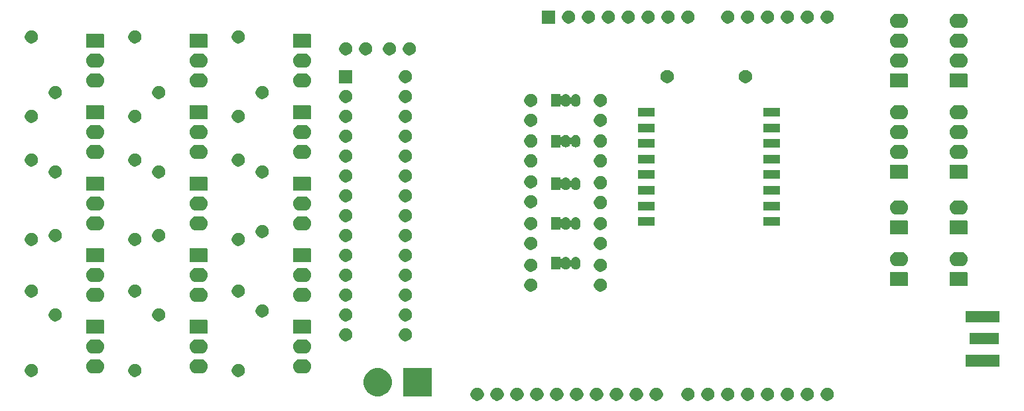
<source format=gts>
G04 #@! TF.GenerationSoftware,KiCad,Pcbnew,5.1.5+dfsg1-2build2*
G04 #@! TF.CreationDate,2020-11-09T00:10:50+01:00*
G04 #@! TF.ProjectId,motherboard,6d6f7468-6572-4626-9f61-72642e6b6963,rev?*
G04 #@! TF.SameCoordinates,Original*
G04 #@! TF.FileFunction,Soldermask,Top*
G04 #@! TF.FilePolarity,Negative*
%FSLAX46Y46*%
G04 Gerber Fmt 4.6, Leading zero omitted, Abs format (unit mm)*
G04 Created by KiCad (PCBNEW 5.1.5+dfsg1-2build2) date 2020-11-09 00:10:50*
%MOMM*%
%LPD*%
G04 APERTURE LIST*
%ADD10C,0.100000*%
G04 APERTURE END LIST*
D10*
G36*
X98800228Y-101289703D02*
G01*
X98955100Y-101353853D01*
X99094481Y-101446985D01*
X99213015Y-101565519D01*
X99306147Y-101704900D01*
X99370297Y-101859772D01*
X99403000Y-102024184D01*
X99403000Y-102191816D01*
X99370297Y-102356228D01*
X99306147Y-102511100D01*
X99213015Y-102650481D01*
X99094481Y-102769015D01*
X98955100Y-102862147D01*
X98800228Y-102926297D01*
X98635816Y-102959000D01*
X98468184Y-102959000D01*
X98303772Y-102926297D01*
X98148900Y-102862147D01*
X98009519Y-102769015D01*
X97890985Y-102650481D01*
X97797853Y-102511100D01*
X97733703Y-102356228D01*
X97701000Y-102191816D01*
X97701000Y-102024184D01*
X97733703Y-101859772D01*
X97797853Y-101704900D01*
X97890985Y-101565519D01*
X98009519Y-101446985D01*
X98148900Y-101353853D01*
X98303772Y-101289703D01*
X98468184Y-101257000D01*
X98635816Y-101257000D01*
X98800228Y-101289703D01*
G37*
G36*
X76960228Y-101289703D02*
G01*
X77115100Y-101353853D01*
X77254481Y-101446985D01*
X77373015Y-101565519D01*
X77466147Y-101704900D01*
X77530297Y-101859772D01*
X77563000Y-102024184D01*
X77563000Y-102191816D01*
X77530297Y-102356228D01*
X77466147Y-102511100D01*
X77373015Y-102650481D01*
X77254481Y-102769015D01*
X77115100Y-102862147D01*
X76960228Y-102926297D01*
X76795816Y-102959000D01*
X76628184Y-102959000D01*
X76463772Y-102926297D01*
X76308900Y-102862147D01*
X76169519Y-102769015D01*
X76050985Y-102650481D01*
X75957853Y-102511100D01*
X75893703Y-102356228D01*
X75861000Y-102191816D01*
X75861000Y-102024184D01*
X75893703Y-101859772D01*
X75957853Y-101704900D01*
X76050985Y-101565519D01*
X76169519Y-101446985D01*
X76308900Y-101353853D01*
X76463772Y-101289703D01*
X76628184Y-101257000D01*
X76795816Y-101257000D01*
X76960228Y-101289703D01*
G37*
G36*
X59180228Y-101289703D02*
G01*
X59335100Y-101353853D01*
X59474481Y-101446985D01*
X59593015Y-101565519D01*
X59686147Y-101704900D01*
X59750297Y-101859772D01*
X59783000Y-102024184D01*
X59783000Y-102191816D01*
X59750297Y-102356228D01*
X59686147Y-102511100D01*
X59593015Y-102650481D01*
X59474481Y-102769015D01*
X59335100Y-102862147D01*
X59180228Y-102926297D01*
X59015816Y-102959000D01*
X58848184Y-102959000D01*
X58683772Y-102926297D01*
X58528900Y-102862147D01*
X58389519Y-102769015D01*
X58270985Y-102650481D01*
X58177853Y-102511100D01*
X58113703Y-102356228D01*
X58081000Y-102191816D01*
X58081000Y-102024184D01*
X58113703Y-101859772D01*
X58177853Y-101704900D01*
X58270985Y-101565519D01*
X58389519Y-101446985D01*
X58528900Y-101353853D01*
X58683772Y-101289703D01*
X58848184Y-101257000D01*
X59015816Y-101257000D01*
X59180228Y-101289703D01*
G37*
G36*
X61720228Y-101289703D02*
G01*
X61875100Y-101353853D01*
X62014481Y-101446985D01*
X62133015Y-101565519D01*
X62226147Y-101704900D01*
X62290297Y-101859772D01*
X62323000Y-102024184D01*
X62323000Y-102191816D01*
X62290297Y-102356228D01*
X62226147Y-102511100D01*
X62133015Y-102650481D01*
X62014481Y-102769015D01*
X61875100Y-102862147D01*
X61720228Y-102926297D01*
X61555816Y-102959000D01*
X61388184Y-102959000D01*
X61223772Y-102926297D01*
X61068900Y-102862147D01*
X60929519Y-102769015D01*
X60810985Y-102650481D01*
X60717853Y-102511100D01*
X60653703Y-102356228D01*
X60621000Y-102191816D01*
X60621000Y-102024184D01*
X60653703Y-101859772D01*
X60717853Y-101704900D01*
X60810985Y-101565519D01*
X60929519Y-101446985D01*
X61068900Y-101353853D01*
X61223772Y-101289703D01*
X61388184Y-101257000D01*
X61555816Y-101257000D01*
X61720228Y-101289703D01*
G37*
G36*
X64260228Y-101289703D02*
G01*
X64415100Y-101353853D01*
X64554481Y-101446985D01*
X64673015Y-101565519D01*
X64766147Y-101704900D01*
X64830297Y-101859772D01*
X64863000Y-102024184D01*
X64863000Y-102191816D01*
X64830297Y-102356228D01*
X64766147Y-102511100D01*
X64673015Y-102650481D01*
X64554481Y-102769015D01*
X64415100Y-102862147D01*
X64260228Y-102926297D01*
X64095816Y-102959000D01*
X63928184Y-102959000D01*
X63763772Y-102926297D01*
X63608900Y-102862147D01*
X63469519Y-102769015D01*
X63350985Y-102650481D01*
X63257853Y-102511100D01*
X63193703Y-102356228D01*
X63161000Y-102191816D01*
X63161000Y-102024184D01*
X63193703Y-101859772D01*
X63257853Y-101704900D01*
X63350985Y-101565519D01*
X63469519Y-101446985D01*
X63608900Y-101353853D01*
X63763772Y-101289703D01*
X63928184Y-101257000D01*
X64095816Y-101257000D01*
X64260228Y-101289703D01*
G37*
G36*
X66800228Y-101289703D02*
G01*
X66955100Y-101353853D01*
X67094481Y-101446985D01*
X67213015Y-101565519D01*
X67306147Y-101704900D01*
X67370297Y-101859772D01*
X67403000Y-102024184D01*
X67403000Y-102191816D01*
X67370297Y-102356228D01*
X67306147Y-102511100D01*
X67213015Y-102650481D01*
X67094481Y-102769015D01*
X66955100Y-102862147D01*
X66800228Y-102926297D01*
X66635816Y-102959000D01*
X66468184Y-102959000D01*
X66303772Y-102926297D01*
X66148900Y-102862147D01*
X66009519Y-102769015D01*
X65890985Y-102650481D01*
X65797853Y-102511100D01*
X65733703Y-102356228D01*
X65701000Y-102191816D01*
X65701000Y-102024184D01*
X65733703Y-101859772D01*
X65797853Y-101704900D01*
X65890985Y-101565519D01*
X66009519Y-101446985D01*
X66148900Y-101353853D01*
X66303772Y-101289703D01*
X66468184Y-101257000D01*
X66635816Y-101257000D01*
X66800228Y-101289703D01*
G37*
G36*
X69340228Y-101289703D02*
G01*
X69495100Y-101353853D01*
X69634481Y-101446985D01*
X69753015Y-101565519D01*
X69846147Y-101704900D01*
X69910297Y-101859772D01*
X69943000Y-102024184D01*
X69943000Y-102191816D01*
X69910297Y-102356228D01*
X69846147Y-102511100D01*
X69753015Y-102650481D01*
X69634481Y-102769015D01*
X69495100Y-102862147D01*
X69340228Y-102926297D01*
X69175816Y-102959000D01*
X69008184Y-102959000D01*
X68843772Y-102926297D01*
X68688900Y-102862147D01*
X68549519Y-102769015D01*
X68430985Y-102650481D01*
X68337853Y-102511100D01*
X68273703Y-102356228D01*
X68241000Y-102191816D01*
X68241000Y-102024184D01*
X68273703Y-101859772D01*
X68337853Y-101704900D01*
X68430985Y-101565519D01*
X68549519Y-101446985D01*
X68688900Y-101353853D01*
X68843772Y-101289703D01*
X69008184Y-101257000D01*
X69175816Y-101257000D01*
X69340228Y-101289703D01*
G37*
G36*
X71880228Y-101289703D02*
G01*
X72035100Y-101353853D01*
X72174481Y-101446985D01*
X72293015Y-101565519D01*
X72386147Y-101704900D01*
X72450297Y-101859772D01*
X72483000Y-102024184D01*
X72483000Y-102191816D01*
X72450297Y-102356228D01*
X72386147Y-102511100D01*
X72293015Y-102650481D01*
X72174481Y-102769015D01*
X72035100Y-102862147D01*
X71880228Y-102926297D01*
X71715816Y-102959000D01*
X71548184Y-102959000D01*
X71383772Y-102926297D01*
X71228900Y-102862147D01*
X71089519Y-102769015D01*
X70970985Y-102650481D01*
X70877853Y-102511100D01*
X70813703Y-102356228D01*
X70781000Y-102191816D01*
X70781000Y-102024184D01*
X70813703Y-101859772D01*
X70877853Y-101704900D01*
X70970985Y-101565519D01*
X71089519Y-101446985D01*
X71228900Y-101353853D01*
X71383772Y-101289703D01*
X71548184Y-101257000D01*
X71715816Y-101257000D01*
X71880228Y-101289703D01*
G37*
G36*
X74420228Y-101289703D02*
G01*
X74575100Y-101353853D01*
X74714481Y-101446985D01*
X74833015Y-101565519D01*
X74926147Y-101704900D01*
X74990297Y-101859772D01*
X75023000Y-102024184D01*
X75023000Y-102191816D01*
X74990297Y-102356228D01*
X74926147Y-102511100D01*
X74833015Y-102650481D01*
X74714481Y-102769015D01*
X74575100Y-102862147D01*
X74420228Y-102926297D01*
X74255816Y-102959000D01*
X74088184Y-102959000D01*
X73923772Y-102926297D01*
X73768900Y-102862147D01*
X73629519Y-102769015D01*
X73510985Y-102650481D01*
X73417853Y-102511100D01*
X73353703Y-102356228D01*
X73321000Y-102191816D01*
X73321000Y-102024184D01*
X73353703Y-101859772D01*
X73417853Y-101704900D01*
X73510985Y-101565519D01*
X73629519Y-101446985D01*
X73768900Y-101353853D01*
X73923772Y-101289703D01*
X74088184Y-101257000D01*
X74255816Y-101257000D01*
X74420228Y-101289703D01*
G37*
G36*
X96260228Y-101289703D02*
G01*
X96415100Y-101353853D01*
X96554481Y-101446985D01*
X96673015Y-101565519D01*
X96766147Y-101704900D01*
X96830297Y-101859772D01*
X96863000Y-102024184D01*
X96863000Y-102191816D01*
X96830297Y-102356228D01*
X96766147Y-102511100D01*
X96673015Y-102650481D01*
X96554481Y-102769015D01*
X96415100Y-102862147D01*
X96260228Y-102926297D01*
X96095816Y-102959000D01*
X95928184Y-102959000D01*
X95763772Y-102926297D01*
X95608900Y-102862147D01*
X95469519Y-102769015D01*
X95350985Y-102650481D01*
X95257853Y-102511100D01*
X95193703Y-102356228D01*
X95161000Y-102191816D01*
X95161000Y-102024184D01*
X95193703Y-101859772D01*
X95257853Y-101704900D01*
X95350985Y-101565519D01*
X95469519Y-101446985D01*
X95608900Y-101353853D01*
X95763772Y-101289703D01*
X95928184Y-101257000D01*
X96095816Y-101257000D01*
X96260228Y-101289703D01*
G37*
G36*
X83560228Y-101289703D02*
G01*
X83715100Y-101353853D01*
X83854481Y-101446985D01*
X83973015Y-101565519D01*
X84066147Y-101704900D01*
X84130297Y-101859772D01*
X84163000Y-102024184D01*
X84163000Y-102191816D01*
X84130297Y-102356228D01*
X84066147Y-102511100D01*
X83973015Y-102650481D01*
X83854481Y-102769015D01*
X83715100Y-102862147D01*
X83560228Y-102926297D01*
X83395816Y-102959000D01*
X83228184Y-102959000D01*
X83063772Y-102926297D01*
X82908900Y-102862147D01*
X82769519Y-102769015D01*
X82650985Y-102650481D01*
X82557853Y-102511100D01*
X82493703Y-102356228D01*
X82461000Y-102191816D01*
X82461000Y-102024184D01*
X82493703Y-101859772D01*
X82557853Y-101704900D01*
X82650985Y-101565519D01*
X82769519Y-101446985D01*
X82908900Y-101353853D01*
X83063772Y-101289703D01*
X83228184Y-101257000D01*
X83395816Y-101257000D01*
X83560228Y-101289703D01*
G37*
G36*
X81020228Y-101289703D02*
G01*
X81175100Y-101353853D01*
X81314481Y-101446985D01*
X81433015Y-101565519D01*
X81526147Y-101704900D01*
X81590297Y-101859772D01*
X81623000Y-102024184D01*
X81623000Y-102191816D01*
X81590297Y-102356228D01*
X81526147Y-102511100D01*
X81433015Y-102650481D01*
X81314481Y-102769015D01*
X81175100Y-102862147D01*
X81020228Y-102926297D01*
X80855816Y-102959000D01*
X80688184Y-102959000D01*
X80523772Y-102926297D01*
X80368900Y-102862147D01*
X80229519Y-102769015D01*
X80110985Y-102650481D01*
X80017853Y-102511100D01*
X79953703Y-102356228D01*
X79921000Y-102191816D01*
X79921000Y-102024184D01*
X79953703Y-101859772D01*
X80017853Y-101704900D01*
X80110985Y-101565519D01*
X80229519Y-101446985D01*
X80368900Y-101353853D01*
X80523772Y-101289703D01*
X80688184Y-101257000D01*
X80855816Y-101257000D01*
X81020228Y-101289703D01*
G37*
G36*
X54100228Y-101289703D02*
G01*
X54255100Y-101353853D01*
X54394481Y-101446985D01*
X54513015Y-101565519D01*
X54606147Y-101704900D01*
X54670297Y-101859772D01*
X54703000Y-102024184D01*
X54703000Y-102191816D01*
X54670297Y-102356228D01*
X54606147Y-102511100D01*
X54513015Y-102650481D01*
X54394481Y-102769015D01*
X54255100Y-102862147D01*
X54100228Y-102926297D01*
X53935816Y-102959000D01*
X53768184Y-102959000D01*
X53603772Y-102926297D01*
X53448900Y-102862147D01*
X53309519Y-102769015D01*
X53190985Y-102650481D01*
X53097853Y-102511100D01*
X53033703Y-102356228D01*
X53001000Y-102191816D01*
X53001000Y-102024184D01*
X53033703Y-101859772D01*
X53097853Y-101704900D01*
X53190985Y-101565519D01*
X53309519Y-101446985D01*
X53448900Y-101353853D01*
X53603772Y-101289703D01*
X53768184Y-101257000D01*
X53935816Y-101257000D01*
X54100228Y-101289703D01*
G37*
G36*
X56640228Y-101289703D02*
G01*
X56795100Y-101353853D01*
X56934481Y-101446985D01*
X57053015Y-101565519D01*
X57146147Y-101704900D01*
X57210297Y-101859772D01*
X57243000Y-102024184D01*
X57243000Y-102191816D01*
X57210297Y-102356228D01*
X57146147Y-102511100D01*
X57053015Y-102650481D01*
X56934481Y-102769015D01*
X56795100Y-102862147D01*
X56640228Y-102926297D01*
X56475816Y-102959000D01*
X56308184Y-102959000D01*
X56143772Y-102926297D01*
X55988900Y-102862147D01*
X55849519Y-102769015D01*
X55730985Y-102650481D01*
X55637853Y-102511100D01*
X55573703Y-102356228D01*
X55541000Y-102191816D01*
X55541000Y-102024184D01*
X55573703Y-101859772D01*
X55637853Y-101704900D01*
X55730985Y-101565519D01*
X55849519Y-101446985D01*
X55988900Y-101353853D01*
X56143772Y-101289703D01*
X56308184Y-101257000D01*
X56475816Y-101257000D01*
X56640228Y-101289703D01*
G37*
G36*
X93720228Y-101289703D02*
G01*
X93875100Y-101353853D01*
X94014481Y-101446985D01*
X94133015Y-101565519D01*
X94226147Y-101704900D01*
X94290297Y-101859772D01*
X94323000Y-102024184D01*
X94323000Y-102191816D01*
X94290297Y-102356228D01*
X94226147Y-102511100D01*
X94133015Y-102650481D01*
X94014481Y-102769015D01*
X93875100Y-102862147D01*
X93720228Y-102926297D01*
X93555816Y-102959000D01*
X93388184Y-102959000D01*
X93223772Y-102926297D01*
X93068900Y-102862147D01*
X92929519Y-102769015D01*
X92810985Y-102650481D01*
X92717853Y-102511100D01*
X92653703Y-102356228D01*
X92621000Y-102191816D01*
X92621000Y-102024184D01*
X92653703Y-101859772D01*
X92717853Y-101704900D01*
X92810985Y-101565519D01*
X92929519Y-101446985D01*
X93068900Y-101353853D01*
X93223772Y-101289703D01*
X93388184Y-101257000D01*
X93555816Y-101257000D01*
X93720228Y-101289703D01*
G37*
G36*
X88640228Y-101289703D02*
G01*
X88795100Y-101353853D01*
X88934481Y-101446985D01*
X89053015Y-101565519D01*
X89146147Y-101704900D01*
X89210297Y-101859772D01*
X89243000Y-102024184D01*
X89243000Y-102191816D01*
X89210297Y-102356228D01*
X89146147Y-102511100D01*
X89053015Y-102650481D01*
X88934481Y-102769015D01*
X88795100Y-102862147D01*
X88640228Y-102926297D01*
X88475816Y-102959000D01*
X88308184Y-102959000D01*
X88143772Y-102926297D01*
X87988900Y-102862147D01*
X87849519Y-102769015D01*
X87730985Y-102650481D01*
X87637853Y-102511100D01*
X87573703Y-102356228D01*
X87541000Y-102191816D01*
X87541000Y-102024184D01*
X87573703Y-101859772D01*
X87637853Y-101704900D01*
X87730985Y-101565519D01*
X87849519Y-101446985D01*
X87988900Y-101353853D01*
X88143772Y-101289703D01*
X88308184Y-101257000D01*
X88475816Y-101257000D01*
X88640228Y-101289703D01*
G37*
G36*
X91180228Y-101289703D02*
G01*
X91335100Y-101353853D01*
X91474481Y-101446985D01*
X91593015Y-101565519D01*
X91686147Y-101704900D01*
X91750297Y-101859772D01*
X91783000Y-102024184D01*
X91783000Y-102191816D01*
X91750297Y-102356228D01*
X91686147Y-102511100D01*
X91593015Y-102650481D01*
X91474481Y-102769015D01*
X91335100Y-102862147D01*
X91180228Y-102926297D01*
X91015816Y-102959000D01*
X90848184Y-102959000D01*
X90683772Y-102926297D01*
X90528900Y-102862147D01*
X90389519Y-102769015D01*
X90270985Y-102650481D01*
X90177853Y-102511100D01*
X90113703Y-102356228D01*
X90081000Y-102191816D01*
X90081000Y-102024184D01*
X90113703Y-101859772D01*
X90177853Y-101704900D01*
X90270985Y-101565519D01*
X90389519Y-101446985D01*
X90528900Y-101353853D01*
X90683772Y-101289703D01*
X90848184Y-101257000D01*
X91015816Y-101257000D01*
X91180228Y-101289703D01*
G37*
G36*
X86100228Y-101289703D02*
G01*
X86255100Y-101353853D01*
X86394481Y-101446985D01*
X86513015Y-101565519D01*
X86606147Y-101704900D01*
X86670297Y-101859772D01*
X86703000Y-102024184D01*
X86703000Y-102191816D01*
X86670297Y-102356228D01*
X86606147Y-102511100D01*
X86513015Y-102650481D01*
X86394481Y-102769015D01*
X86255100Y-102862147D01*
X86100228Y-102926297D01*
X85935816Y-102959000D01*
X85768184Y-102959000D01*
X85603772Y-102926297D01*
X85448900Y-102862147D01*
X85309519Y-102769015D01*
X85190985Y-102650481D01*
X85097853Y-102511100D01*
X85033703Y-102356228D01*
X85001000Y-102191816D01*
X85001000Y-102024184D01*
X85033703Y-101859772D01*
X85097853Y-101704900D01*
X85190985Y-101565519D01*
X85309519Y-101446985D01*
X85448900Y-101353853D01*
X85603772Y-101289703D01*
X85768184Y-101257000D01*
X85935816Y-101257000D01*
X86100228Y-101289703D01*
G37*
G36*
X48029060Y-102385060D02*
G01*
X44426940Y-102385060D01*
X44426940Y-98782940D01*
X48029060Y-98782940D01*
X48029060Y-102385060D01*
G37*
G36*
X41374905Y-98792789D02*
G01*
X41673350Y-98852153D01*
X42001122Y-98987921D01*
X42296109Y-99185025D01*
X42546975Y-99435891D01*
X42744079Y-99730878D01*
X42879847Y-100058650D01*
X42949060Y-100406611D01*
X42949060Y-100761389D01*
X42879847Y-101109350D01*
X42744079Y-101437122D01*
X42546975Y-101732109D01*
X42296109Y-101982975D01*
X42001122Y-102180079D01*
X41673350Y-102315847D01*
X41374905Y-102375211D01*
X41325390Y-102385060D01*
X40970610Y-102385060D01*
X40921095Y-102375211D01*
X40622650Y-102315847D01*
X40294878Y-102180079D01*
X39999891Y-101982975D01*
X39749025Y-101732109D01*
X39551921Y-101437122D01*
X39416153Y-101109350D01*
X39346940Y-100761389D01*
X39346940Y-100406611D01*
X39416153Y-100058650D01*
X39551921Y-99730878D01*
X39749025Y-99435891D01*
X39999891Y-99185025D01*
X40294878Y-98987921D01*
X40622650Y-98852153D01*
X40921095Y-98792789D01*
X40970610Y-98782940D01*
X41325390Y-98782940D01*
X41374905Y-98792789D01*
G37*
G36*
X-2799772Y-98241703D02*
G01*
X-2644900Y-98305853D01*
X-2505519Y-98398985D01*
X-2386985Y-98517519D01*
X-2293853Y-98656900D01*
X-2229703Y-98811772D01*
X-2197000Y-98976184D01*
X-2197000Y-99143816D01*
X-2229703Y-99308228D01*
X-2293853Y-99463100D01*
X-2386985Y-99602481D01*
X-2505519Y-99721015D01*
X-2644900Y-99814147D01*
X-2799772Y-99878297D01*
X-2964184Y-99911000D01*
X-3131816Y-99911000D01*
X-3296228Y-99878297D01*
X-3451100Y-99814147D01*
X-3590481Y-99721015D01*
X-3709015Y-99602481D01*
X-3802147Y-99463100D01*
X-3866297Y-99308228D01*
X-3899000Y-99143816D01*
X-3899000Y-98976184D01*
X-3866297Y-98811772D01*
X-3802147Y-98656900D01*
X-3709015Y-98517519D01*
X-3590481Y-98398985D01*
X-3451100Y-98305853D01*
X-3296228Y-98241703D01*
X-3131816Y-98209000D01*
X-2964184Y-98209000D01*
X-2799772Y-98241703D01*
G37*
G36*
X23616228Y-98241703D02*
G01*
X23771100Y-98305853D01*
X23910481Y-98398985D01*
X24029015Y-98517519D01*
X24122147Y-98656900D01*
X24186297Y-98811772D01*
X24219000Y-98976184D01*
X24219000Y-99143816D01*
X24186297Y-99308228D01*
X24122147Y-99463100D01*
X24029015Y-99602481D01*
X23910481Y-99721015D01*
X23771100Y-99814147D01*
X23616228Y-99878297D01*
X23451816Y-99911000D01*
X23284184Y-99911000D01*
X23119772Y-99878297D01*
X22964900Y-99814147D01*
X22825519Y-99721015D01*
X22706985Y-99602481D01*
X22613853Y-99463100D01*
X22549703Y-99308228D01*
X22517000Y-99143816D01*
X22517000Y-98976184D01*
X22549703Y-98811772D01*
X22613853Y-98656900D01*
X22706985Y-98517519D01*
X22825519Y-98398985D01*
X22964900Y-98305853D01*
X23119772Y-98241703D01*
X23284184Y-98209000D01*
X23451816Y-98209000D01*
X23616228Y-98241703D01*
G37*
G36*
X10408228Y-98241703D02*
G01*
X10563100Y-98305853D01*
X10702481Y-98398985D01*
X10821015Y-98517519D01*
X10914147Y-98656900D01*
X10978297Y-98811772D01*
X11011000Y-98976184D01*
X11011000Y-99143816D01*
X10978297Y-99308228D01*
X10914147Y-99463100D01*
X10821015Y-99602481D01*
X10702481Y-99721015D01*
X10563100Y-99814147D01*
X10408228Y-99878297D01*
X10243816Y-99911000D01*
X10076184Y-99911000D01*
X9911772Y-99878297D01*
X9756900Y-99814147D01*
X9617519Y-99721015D01*
X9498985Y-99602481D01*
X9405853Y-99463100D01*
X9341703Y-99308228D01*
X9309000Y-99143816D01*
X9309000Y-98976184D01*
X9341703Y-98811772D01*
X9405853Y-98656900D01*
X9498985Y-98517519D01*
X9617519Y-98398985D01*
X9756900Y-98305853D01*
X9911772Y-98241703D01*
X10076184Y-98209000D01*
X10243816Y-98209000D01*
X10408228Y-98241703D01*
G37*
G36*
X31816345Y-97635442D02*
G01*
X31906548Y-97644326D01*
X32080157Y-97696990D01*
X32240156Y-97782511D01*
X32283729Y-97818271D01*
X32380397Y-97897603D01*
X32459729Y-97994271D01*
X32495489Y-98037844D01*
X32581010Y-98197843D01*
X32633674Y-98371452D01*
X32651456Y-98552000D01*
X32633674Y-98732548D01*
X32581010Y-98906157D01*
X32495489Y-99066156D01*
X32459729Y-99109729D01*
X32380397Y-99206397D01*
X32283729Y-99285729D01*
X32240156Y-99321489D01*
X32080157Y-99407010D01*
X31906548Y-99459674D01*
X31816345Y-99468558D01*
X31771245Y-99473000D01*
X31220755Y-99473000D01*
X31175655Y-99468558D01*
X31085452Y-99459674D01*
X30911843Y-99407010D01*
X30751844Y-99321489D01*
X30708271Y-99285729D01*
X30611603Y-99206397D01*
X30532271Y-99109729D01*
X30496511Y-99066156D01*
X30410990Y-98906157D01*
X30358326Y-98732548D01*
X30340544Y-98552000D01*
X30358326Y-98371452D01*
X30410990Y-98197843D01*
X30496511Y-98037844D01*
X30532271Y-97994271D01*
X30611603Y-97897603D01*
X30708271Y-97818271D01*
X30751844Y-97782511D01*
X30911843Y-97696990D01*
X31085452Y-97644326D01*
X31175655Y-97635442D01*
X31220755Y-97631000D01*
X31771245Y-97631000D01*
X31816345Y-97635442D01*
G37*
G36*
X18608345Y-97635442D02*
G01*
X18698548Y-97644326D01*
X18872157Y-97696990D01*
X19032156Y-97782511D01*
X19075729Y-97818271D01*
X19172397Y-97897603D01*
X19251729Y-97994271D01*
X19287489Y-98037844D01*
X19373010Y-98197843D01*
X19425674Y-98371452D01*
X19443456Y-98552000D01*
X19425674Y-98732548D01*
X19373010Y-98906157D01*
X19287489Y-99066156D01*
X19251729Y-99109729D01*
X19172397Y-99206397D01*
X19075729Y-99285729D01*
X19032156Y-99321489D01*
X18872157Y-99407010D01*
X18698548Y-99459674D01*
X18608345Y-99468558D01*
X18563245Y-99473000D01*
X18012755Y-99473000D01*
X17967655Y-99468558D01*
X17877452Y-99459674D01*
X17703843Y-99407010D01*
X17543844Y-99321489D01*
X17500271Y-99285729D01*
X17403603Y-99206397D01*
X17324271Y-99109729D01*
X17288511Y-99066156D01*
X17202990Y-98906157D01*
X17150326Y-98732548D01*
X17132544Y-98552000D01*
X17150326Y-98371452D01*
X17202990Y-98197843D01*
X17288511Y-98037844D01*
X17324271Y-97994271D01*
X17403603Y-97897603D01*
X17500271Y-97818271D01*
X17543844Y-97782511D01*
X17703843Y-97696990D01*
X17877452Y-97644326D01*
X17967655Y-97635442D01*
X18012755Y-97631000D01*
X18563245Y-97631000D01*
X18608345Y-97635442D01*
G37*
G36*
X5400345Y-97635442D02*
G01*
X5490548Y-97644326D01*
X5664157Y-97696990D01*
X5824156Y-97782511D01*
X5867729Y-97818271D01*
X5964397Y-97897603D01*
X6043729Y-97994271D01*
X6079489Y-98037844D01*
X6165010Y-98197843D01*
X6217674Y-98371452D01*
X6235456Y-98552000D01*
X6217674Y-98732548D01*
X6165010Y-98906157D01*
X6079489Y-99066156D01*
X6043729Y-99109729D01*
X5964397Y-99206397D01*
X5867729Y-99285729D01*
X5824156Y-99321489D01*
X5664157Y-99407010D01*
X5490548Y-99459674D01*
X5400345Y-99468558D01*
X5355245Y-99473000D01*
X4804755Y-99473000D01*
X4759655Y-99468558D01*
X4669452Y-99459674D01*
X4495843Y-99407010D01*
X4335844Y-99321489D01*
X4292271Y-99285729D01*
X4195603Y-99206397D01*
X4116271Y-99109729D01*
X4080511Y-99066156D01*
X3994990Y-98906157D01*
X3942326Y-98732548D01*
X3924544Y-98552000D01*
X3942326Y-98371452D01*
X3994990Y-98197843D01*
X4080511Y-98037844D01*
X4116271Y-97994271D01*
X4195603Y-97897603D01*
X4292271Y-97818271D01*
X4335844Y-97782511D01*
X4495843Y-97696990D01*
X4669452Y-97644326D01*
X4759655Y-97635442D01*
X4804755Y-97631000D01*
X5355245Y-97631000D01*
X5400345Y-97635442D01*
G37*
G36*
X120515000Y-98547000D02*
G01*
X116213000Y-98547000D01*
X116213000Y-97095000D01*
X120515000Y-97095000D01*
X120515000Y-98547000D01*
G37*
G36*
X5400345Y-95095442D02*
G01*
X5490548Y-95104326D01*
X5664157Y-95156990D01*
X5824156Y-95242511D01*
X5867729Y-95278271D01*
X5964397Y-95357603D01*
X6043729Y-95454271D01*
X6079489Y-95497844D01*
X6165010Y-95657843D01*
X6217674Y-95831452D01*
X6235456Y-96012000D01*
X6217674Y-96192548D01*
X6165010Y-96366157D01*
X6079489Y-96526156D01*
X6043729Y-96569729D01*
X5964397Y-96666397D01*
X5867729Y-96745729D01*
X5824156Y-96781489D01*
X5664157Y-96867010D01*
X5490548Y-96919674D01*
X5400345Y-96928558D01*
X5355245Y-96933000D01*
X4804755Y-96933000D01*
X4759655Y-96928558D01*
X4669452Y-96919674D01*
X4495843Y-96867010D01*
X4335844Y-96781489D01*
X4292271Y-96745729D01*
X4195603Y-96666397D01*
X4116271Y-96569729D01*
X4080511Y-96526156D01*
X3994990Y-96366157D01*
X3942326Y-96192548D01*
X3924544Y-96012000D01*
X3942326Y-95831452D01*
X3994990Y-95657843D01*
X4080511Y-95497844D01*
X4116271Y-95454271D01*
X4195603Y-95357603D01*
X4292271Y-95278271D01*
X4335844Y-95242511D01*
X4495843Y-95156990D01*
X4669452Y-95104326D01*
X4759655Y-95095442D01*
X4804755Y-95091000D01*
X5355245Y-95091000D01*
X5400345Y-95095442D01*
G37*
G36*
X18608345Y-95095442D02*
G01*
X18698548Y-95104326D01*
X18872157Y-95156990D01*
X19032156Y-95242511D01*
X19075729Y-95278271D01*
X19172397Y-95357603D01*
X19251729Y-95454271D01*
X19287489Y-95497844D01*
X19373010Y-95657843D01*
X19425674Y-95831452D01*
X19443456Y-96012000D01*
X19425674Y-96192548D01*
X19373010Y-96366157D01*
X19287489Y-96526156D01*
X19251729Y-96569729D01*
X19172397Y-96666397D01*
X19075729Y-96745729D01*
X19032156Y-96781489D01*
X18872157Y-96867010D01*
X18698548Y-96919674D01*
X18608345Y-96928558D01*
X18563245Y-96933000D01*
X18012755Y-96933000D01*
X17967655Y-96928558D01*
X17877452Y-96919674D01*
X17703843Y-96867010D01*
X17543844Y-96781489D01*
X17500271Y-96745729D01*
X17403603Y-96666397D01*
X17324271Y-96569729D01*
X17288511Y-96526156D01*
X17202990Y-96366157D01*
X17150326Y-96192548D01*
X17132544Y-96012000D01*
X17150326Y-95831452D01*
X17202990Y-95657843D01*
X17288511Y-95497844D01*
X17324271Y-95454271D01*
X17403603Y-95357603D01*
X17500271Y-95278271D01*
X17543844Y-95242511D01*
X17703843Y-95156990D01*
X17877452Y-95104326D01*
X17967655Y-95095442D01*
X18012755Y-95091000D01*
X18563245Y-95091000D01*
X18608345Y-95095442D01*
G37*
G36*
X31816345Y-95095442D02*
G01*
X31906548Y-95104326D01*
X32080157Y-95156990D01*
X32240156Y-95242511D01*
X32283729Y-95278271D01*
X32380397Y-95357603D01*
X32459729Y-95454271D01*
X32495489Y-95497844D01*
X32581010Y-95657843D01*
X32633674Y-95831452D01*
X32651456Y-96012000D01*
X32633674Y-96192548D01*
X32581010Y-96366157D01*
X32495489Y-96526156D01*
X32459729Y-96569729D01*
X32380397Y-96666397D01*
X32283729Y-96745729D01*
X32240156Y-96781489D01*
X32080157Y-96867010D01*
X31906548Y-96919674D01*
X31816345Y-96928558D01*
X31771245Y-96933000D01*
X31220755Y-96933000D01*
X31175655Y-96928558D01*
X31085452Y-96919674D01*
X30911843Y-96867010D01*
X30751844Y-96781489D01*
X30708271Y-96745729D01*
X30611603Y-96666397D01*
X30532271Y-96569729D01*
X30496511Y-96526156D01*
X30410990Y-96366157D01*
X30358326Y-96192548D01*
X30340544Y-96012000D01*
X30358326Y-95831452D01*
X30410990Y-95657843D01*
X30496511Y-95497844D01*
X30532271Y-95454271D01*
X30611603Y-95357603D01*
X30708271Y-95278271D01*
X30751844Y-95242511D01*
X30911843Y-95156990D01*
X31085452Y-95104326D01*
X31175655Y-95095442D01*
X31220755Y-95091000D01*
X31771245Y-95091000D01*
X31816345Y-95095442D01*
G37*
G36*
X120415000Y-95682000D02*
G01*
X116713000Y-95682000D01*
X116713000Y-94310000D01*
X120415000Y-94310000D01*
X120415000Y-95682000D01*
G37*
G36*
X37332228Y-93669703D02*
G01*
X37487100Y-93733853D01*
X37626481Y-93826985D01*
X37745015Y-93945519D01*
X37838147Y-94084900D01*
X37902297Y-94239772D01*
X37935000Y-94404184D01*
X37935000Y-94571816D01*
X37902297Y-94736228D01*
X37838147Y-94891100D01*
X37745015Y-95030481D01*
X37626481Y-95149015D01*
X37487100Y-95242147D01*
X37332228Y-95306297D01*
X37167816Y-95339000D01*
X37000184Y-95339000D01*
X36835772Y-95306297D01*
X36680900Y-95242147D01*
X36541519Y-95149015D01*
X36422985Y-95030481D01*
X36329853Y-94891100D01*
X36265703Y-94736228D01*
X36233000Y-94571816D01*
X36233000Y-94404184D01*
X36265703Y-94239772D01*
X36329853Y-94084900D01*
X36422985Y-93945519D01*
X36541519Y-93826985D01*
X36680900Y-93733853D01*
X36835772Y-93669703D01*
X37000184Y-93637000D01*
X37167816Y-93637000D01*
X37332228Y-93669703D01*
G37*
G36*
X44952228Y-93669703D02*
G01*
X45107100Y-93733853D01*
X45246481Y-93826985D01*
X45365015Y-93945519D01*
X45458147Y-94084900D01*
X45522297Y-94239772D01*
X45555000Y-94404184D01*
X45555000Y-94571816D01*
X45522297Y-94736228D01*
X45458147Y-94891100D01*
X45365015Y-95030481D01*
X45246481Y-95149015D01*
X45107100Y-95242147D01*
X44952228Y-95306297D01*
X44787816Y-95339000D01*
X44620184Y-95339000D01*
X44455772Y-95306297D01*
X44300900Y-95242147D01*
X44161519Y-95149015D01*
X44042985Y-95030481D01*
X43949853Y-94891100D01*
X43885703Y-94736228D01*
X43853000Y-94571816D01*
X43853000Y-94404184D01*
X43885703Y-94239772D01*
X43949853Y-94084900D01*
X44042985Y-93945519D01*
X44161519Y-93826985D01*
X44300900Y-93733853D01*
X44455772Y-93669703D01*
X44620184Y-93637000D01*
X44787816Y-93637000D01*
X44952228Y-93669703D01*
G37*
G36*
X6089561Y-92554966D02*
G01*
X6122383Y-92564923D01*
X6152632Y-92581092D01*
X6179148Y-92602852D01*
X6200908Y-92629368D01*
X6217077Y-92659617D01*
X6227034Y-92692439D01*
X6231000Y-92732713D01*
X6231000Y-94211287D01*
X6227034Y-94251561D01*
X6217077Y-94284383D01*
X6200908Y-94314632D01*
X6179148Y-94341148D01*
X6152632Y-94362908D01*
X6122383Y-94379077D01*
X6089561Y-94389034D01*
X6049287Y-94393000D01*
X4110713Y-94393000D01*
X4070439Y-94389034D01*
X4037617Y-94379077D01*
X4007368Y-94362908D01*
X3980852Y-94341148D01*
X3959092Y-94314632D01*
X3942923Y-94284383D01*
X3932966Y-94251561D01*
X3929000Y-94211287D01*
X3929000Y-92732713D01*
X3932966Y-92692439D01*
X3942923Y-92659617D01*
X3959092Y-92629368D01*
X3980852Y-92602852D01*
X4007368Y-92581092D01*
X4037617Y-92564923D01*
X4070439Y-92554966D01*
X4110713Y-92551000D01*
X6049287Y-92551000D01*
X6089561Y-92554966D01*
G37*
G36*
X19297561Y-92554966D02*
G01*
X19330383Y-92564923D01*
X19360632Y-92581092D01*
X19387148Y-92602852D01*
X19408908Y-92629368D01*
X19425077Y-92659617D01*
X19435034Y-92692439D01*
X19439000Y-92732713D01*
X19439000Y-94211287D01*
X19435034Y-94251561D01*
X19425077Y-94284383D01*
X19408908Y-94314632D01*
X19387148Y-94341148D01*
X19360632Y-94362908D01*
X19330383Y-94379077D01*
X19297561Y-94389034D01*
X19257287Y-94393000D01*
X17318713Y-94393000D01*
X17278439Y-94389034D01*
X17245617Y-94379077D01*
X17215368Y-94362908D01*
X17188852Y-94341148D01*
X17167092Y-94314632D01*
X17150923Y-94284383D01*
X17140966Y-94251561D01*
X17137000Y-94211287D01*
X17137000Y-92732713D01*
X17140966Y-92692439D01*
X17150923Y-92659617D01*
X17167092Y-92629368D01*
X17188852Y-92602852D01*
X17215368Y-92581092D01*
X17245617Y-92564923D01*
X17278439Y-92554966D01*
X17318713Y-92551000D01*
X19257287Y-92551000D01*
X19297561Y-92554966D01*
G37*
G36*
X32505561Y-92554966D02*
G01*
X32538383Y-92564923D01*
X32568632Y-92581092D01*
X32595148Y-92602852D01*
X32616908Y-92629368D01*
X32633077Y-92659617D01*
X32643034Y-92692439D01*
X32647000Y-92732713D01*
X32647000Y-94211287D01*
X32643034Y-94251561D01*
X32633077Y-94284383D01*
X32616908Y-94314632D01*
X32595148Y-94341148D01*
X32568632Y-94362908D01*
X32538383Y-94379077D01*
X32505561Y-94389034D01*
X32465287Y-94393000D01*
X30526713Y-94393000D01*
X30486439Y-94389034D01*
X30453617Y-94379077D01*
X30423368Y-94362908D01*
X30396852Y-94341148D01*
X30375092Y-94314632D01*
X30358923Y-94284383D01*
X30348966Y-94251561D01*
X30345000Y-94211287D01*
X30345000Y-92732713D01*
X30348966Y-92692439D01*
X30358923Y-92659617D01*
X30375092Y-92629368D01*
X30396852Y-92602852D01*
X30423368Y-92581092D01*
X30453617Y-92564923D01*
X30486439Y-92554966D01*
X30526713Y-92551000D01*
X32465287Y-92551000D01*
X32505561Y-92554966D01*
G37*
G36*
X120515000Y-92897000D02*
G01*
X116213000Y-92897000D01*
X116213000Y-91445000D01*
X120515000Y-91445000D01*
X120515000Y-92897000D01*
G37*
G36*
X44952228Y-91129703D02*
G01*
X45107100Y-91193853D01*
X45246481Y-91286985D01*
X45365015Y-91405519D01*
X45458147Y-91544900D01*
X45522297Y-91699772D01*
X45555000Y-91864184D01*
X45555000Y-92031816D01*
X45522297Y-92196228D01*
X45458147Y-92351100D01*
X45365015Y-92490481D01*
X45246481Y-92609015D01*
X45107100Y-92702147D01*
X44952228Y-92766297D01*
X44787816Y-92799000D01*
X44620184Y-92799000D01*
X44455772Y-92766297D01*
X44300900Y-92702147D01*
X44161519Y-92609015D01*
X44042985Y-92490481D01*
X43949853Y-92351100D01*
X43885703Y-92196228D01*
X43853000Y-92031816D01*
X43853000Y-91864184D01*
X43885703Y-91699772D01*
X43949853Y-91544900D01*
X44042985Y-91405519D01*
X44161519Y-91286985D01*
X44300900Y-91193853D01*
X44455772Y-91129703D01*
X44620184Y-91097000D01*
X44787816Y-91097000D01*
X44952228Y-91129703D01*
G37*
G36*
X37332228Y-91129703D02*
G01*
X37487100Y-91193853D01*
X37626481Y-91286985D01*
X37745015Y-91405519D01*
X37838147Y-91544900D01*
X37902297Y-91699772D01*
X37935000Y-91864184D01*
X37935000Y-92031816D01*
X37902297Y-92196228D01*
X37838147Y-92351100D01*
X37745015Y-92490481D01*
X37626481Y-92609015D01*
X37487100Y-92702147D01*
X37332228Y-92766297D01*
X37167816Y-92799000D01*
X37000184Y-92799000D01*
X36835772Y-92766297D01*
X36680900Y-92702147D01*
X36541519Y-92609015D01*
X36422985Y-92490481D01*
X36329853Y-92351100D01*
X36265703Y-92196228D01*
X36233000Y-92031816D01*
X36233000Y-91864184D01*
X36265703Y-91699772D01*
X36329853Y-91544900D01*
X36422985Y-91405519D01*
X36541519Y-91286985D01*
X36680900Y-91193853D01*
X36835772Y-91129703D01*
X37000184Y-91097000D01*
X37167816Y-91097000D01*
X37332228Y-91129703D01*
G37*
G36*
X248228Y-91129703D02*
G01*
X403100Y-91193853D01*
X542481Y-91286985D01*
X661015Y-91405519D01*
X754147Y-91544900D01*
X818297Y-91699772D01*
X851000Y-91864184D01*
X851000Y-92031816D01*
X818297Y-92196228D01*
X754147Y-92351100D01*
X661015Y-92490481D01*
X542481Y-92609015D01*
X403100Y-92702147D01*
X248228Y-92766297D01*
X83816Y-92799000D01*
X-83816Y-92799000D01*
X-248228Y-92766297D01*
X-403100Y-92702147D01*
X-542481Y-92609015D01*
X-661015Y-92490481D01*
X-754147Y-92351100D01*
X-818297Y-92196228D01*
X-851000Y-92031816D01*
X-851000Y-91864184D01*
X-818297Y-91699772D01*
X-754147Y-91544900D01*
X-661015Y-91405519D01*
X-542481Y-91286985D01*
X-403100Y-91193853D01*
X-248228Y-91129703D01*
X-83816Y-91097000D01*
X83816Y-91097000D01*
X248228Y-91129703D01*
G37*
G36*
X13456228Y-91129703D02*
G01*
X13611100Y-91193853D01*
X13750481Y-91286985D01*
X13869015Y-91405519D01*
X13962147Y-91544900D01*
X14026297Y-91699772D01*
X14059000Y-91864184D01*
X14059000Y-92031816D01*
X14026297Y-92196228D01*
X13962147Y-92351100D01*
X13869015Y-92490481D01*
X13750481Y-92609015D01*
X13611100Y-92702147D01*
X13456228Y-92766297D01*
X13291816Y-92799000D01*
X13124184Y-92799000D01*
X12959772Y-92766297D01*
X12804900Y-92702147D01*
X12665519Y-92609015D01*
X12546985Y-92490481D01*
X12453853Y-92351100D01*
X12389703Y-92196228D01*
X12357000Y-92031816D01*
X12357000Y-91864184D01*
X12389703Y-91699772D01*
X12453853Y-91544900D01*
X12546985Y-91405519D01*
X12665519Y-91286985D01*
X12804900Y-91193853D01*
X12959772Y-91129703D01*
X13124184Y-91097000D01*
X13291816Y-91097000D01*
X13456228Y-91129703D01*
G37*
G36*
X26664228Y-90621703D02*
G01*
X26819100Y-90685853D01*
X26958481Y-90778985D01*
X27077015Y-90897519D01*
X27170147Y-91036900D01*
X27234297Y-91191772D01*
X27267000Y-91356184D01*
X27267000Y-91523816D01*
X27234297Y-91688228D01*
X27170147Y-91843100D01*
X27077015Y-91982481D01*
X26958481Y-92101015D01*
X26819100Y-92194147D01*
X26664228Y-92258297D01*
X26499816Y-92291000D01*
X26332184Y-92291000D01*
X26167772Y-92258297D01*
X26012900Y-92194147D01*
X25873519Y-92101015D01*
X25754985Y-91982481D01*
X25661853Y-91843100D01*
X25597703Y-91688228D01*
X25565000Y-91523816D01*
X25565000Y-91356184D01*
X25597703Y-91191772D01*
X25661853Y-91036900D01*
X25754985Y-90897519D01*
X25873519Y-90778985D01*
X26012900Y-90685853D01*
X26167772Y-90621703D01*
X26332184Y-90589000D01*
X26499816Y-90589000D01*
X26664228Y-90621703D01*
G37*
G36*
X18608345Y-88491442D02*
G01*
X18698548Y-88500326D01*
X18872157Y-88552990D01*
X19032156Y-88638511D01*
X19050850Y-88653853D01*
X19172397Y-88753603D01*
X19251729Y-88850271D01*
X19287489Y-88893844D01*
X19373010Y-89053843D01*
X19425674Y-89227452D01*
X19443456Y-89408000D01*
X19425674Y-89588548D01*
X19373010Y-89762157D01*
X19287489Y-89922156D01*
X19264244Y-89950480D01*
X19172397Y-90062397D01*
X19075729Y-90141729D01*
X19032156Y-90177489D01*
X18872157Y-90263010D01*
X18698548Y-90315674D01*
X18608345Y-90324558D01*
X18563245Y-90329000D01*
X18012755Y-90329000D01*
X17967655Y-90324558D01*
X17877452Y-90315674D01*
X17703843Y-90263010D01*
X17543844Y-90177489D01*
X17500271Y-90141729D01*
X17403603Y-90062397D01*
X17311756Y-89950480D01*
X17288511Y-89922156D01*
X17202990Y-89762157D01*
X17150326Y-89588548D01*
X17132544Y-89408000D01*
X17150326Y-89227452D01*
X17202990Y-89053843D01*
X17288511Y-88893844D01*
X17324271Y-88850271D01*
X17403603Y-88753603D01*
X17525150Y-88653853D01*
X17543844Y-88638511D01*
X17703843Y-88552990D01*
X17877452Y-88500326D01*
X17967655Y-88491442D01*
X18012755Y-88487000D01*
X18563245Y-88487000D01*
X18608345Y-88491442D01*
G37*
G36*
X31816345Y-88491442D02*
G01*
X31906548Y-88500326D01*
X32080157Y-88552990D01*
X32240156Y-88638511D01*
X32258850Y-88653853D01*
X32380397Y-88753603D01*
X32459729Y-88850271D01*
X32495489Y-88893844D01*
X32581010Y-89053843D01*
X32633674Y-89227452D01*
X32651456Y-89408000D01*
X32633674Y-89588548D01*
X32581010Y-89762157D01*
X32495489Y-89922156D01*
X32472244Y-89950480D01*
X32380397Y-90062397D01*
X32283729Y-90141729D01*
X32240156Y-90177489D01*
X32080157Y-90263010D01*
X31906548Y-90315674D01*
X31816345Y-90324558D01*
X31771245Y-90329000D01*
X31220755Y-90329000D01*
X31175655Y-90324558D01*
X31085452Y-90315674D01*
X30911843Y-90263010D01*
X30751844Y-90177489D01*
X30708271Y-90141729D01*
X30611603Y-90062397D01*
X30519756Y-89950480D01*
X30496511Y-89922156D01*
X30410990Y-89762157D01*
X30358326Y-89588548D01*
X30340544Y-89408000D01*
X30358326Y-89227452D01*
X30410990Y-89053843D01*
X30496511Y-88893844D01*
X30532271Y-88850271D01*
X30611603Y-88753603D01*
X30733150Y-88653853D01*
X30751844Y-88638511D01*
X30911843Y-88552990D01*
X31085452Y-88500326D01*
X31175655Y-88491442D01*
X31220755Y-88487000D01*
X31771245Y-88487000D01*
X31816345Y-88491442D01*
G37*
G36*
X5400345Y-88491442D02*
G01*
X5490548Y-88500326D01*
X5664157Y-88552990D01*
X5824156Y-88638511D01*
X5842850Y-88653853D01*
X5964397Y-88753603D01*
X6043729Y-88850271D01*
X6079489Y-88893844D01*
X6165010Y-89053843D01*
X6217674Y-89227452D01*
X6235456Y-89408000D01*
X6217674Y-89588548D01*
X6165010Y-89762157D01*
X6079489Y-89922156D01*
X6056244Y-89950480D01*
X5964397Y-90062397D01*
X5867729Y-90141729D01*
X5824156Y-90177489D01*
X5664157Y-90263010D01*
X5490548Y-90315674D01*
X5400345Y-90324558D01*
X5355245Y-90329000D01*
X4804755Y-90329000D01*
X4759655Y-90324558D01*
X4669452Y-90315674D01*
X4495843Y-90263010D01*
X4335844Y-90177489D01*
X4292271Y-90141729D01*
X4195603Y-90062397D01*
X4103756Y-89950480D01*
X4080511Y-89922156D01*
X3994990Y-89762157D01*
X3942326Y-89588548D01*
X3924544Y-89408000D01*
X3942326Y-89227452D01*
X3994990Y-89053843D01*
X4080511Y-88893844D01*
X4116271Y-88850271D01*
X4195603Y-88753603D01*
X4317150Y-88653853D01*
X4335844Y-88638511D01*
X4495843Y-88552990D01*
X4669452Y-88500326D01*
X4759655Y-88491442D01*
X4804755Y-88487000D01*
X5355245Y-88487000D01*
X5400345Y-88491442D01*
G37*
G36*
X44952228Y-88589703D02*
G01*
X45107100Y-88653853D01*
X45246481Y-88746985D01*
X45365015Y-88865519D01*
X45458147Y-89004900D01*
X45522297Y-89159772D01*
X45555000Y-89324184D01*
X45555000Y-89491816D01*
X45522297Y-89656228D01*
X45458147Y-89811100D01*
X45365015Y-89950481D01*
X45246481Y-90069015D01*
X45107100Y-90162147D01*
X44952228Y-90226297D01*
X44787816Y-90259000D01*
X44620184Y-90259000D01*
X44455772Y-90226297D01*
X44300900Y-90162147D01*
X44161519Y-90069015D01*
X44042985Y-89950481D01*
X43949853Y-89811100D01*
X43885703Y-89656228D01*
X43853000Y-89491816D01*
X43853000Y-89324184D01*
X43885703Y-89159772D01*
X43949853Y-89004900D01*
X44042985Y-88865519D01*
X44161519Y-88746985D01*
X44300900Y-88653853D01*
X44455772Y-88589703D01*
X44620184Y-88557000D01*
X44787816Y-88557000D01*
X44952228Y-88589703D01*
G37*
G36*
X37332228Y-88589703D02*
G01*
X37487100Y-88653853D01*
X37626481Y-88746985D01*
X37745015Y-88865519D01*
X37838147Y-89004900D01*
X37902297Y-89159772D01*
X37935000Y-89324184D01*
X37935000Y-89491816D01*
X37902297Y-89656228D01*
X37838147Y-89811100D01*
X37745015Y-89950481D01*
X37626481Y-90069015D01*
X37487100Y-90162147D01*
X37332228Y-90226297D01*
X37167816Y-90259000D01*
X37000184Y-90259000D01*
X36835772Y-90226297D01*
X36680900Y-90162147D01*
X36541519Y-90069015D01*
X36422985Y-89950481D01*
X36329853Y-89811100D01*
X36265703Y-89656228D01*
X36233000Y-89491816D01*
X36233000Y-89324184D01*
X36265703Y-89159772D01*
X36329853Y-89004900D01*
X36422985Y-88865519D01*
X36541519Y-88746985D01*
X36680900Y-88653853D01*
X36835772Y-88589703D01*
X37000184Y-88557000D01*
X37167816Y-88557000D01*
X37332228Y-88589703D01*
G37*
G36*
X-2799772Y-88081703D02*
G01*
X-2644900Y-88145853D01*
X-2505519Y-88238985D01*
X-2386985Y-88357519D01*
X-2293853Y-88496900D01*
X-2229703Y-88651772D01*
X-2197000Y-88816184D01*
X-2197000Y-88983816D01*
X-2229703Y-89148228D01*
X-2293853Y-89303100D01*
X-2386985Y-89442481D01*
X-2505519Y-89561015D01*
X-2644900Y-89654147D01*
X-2799772Y-89718297D01*
X-2964184Y-89751000D01*
X-3131816Y-89751000D01*
X-3296228Y-89718297D01*
X-3451100Y-89654147D01*
X-3590481Y-89561015D01*
X-3709015Y-89442481D01*
X-3802147Y-89303100D01*
X-3866297Y-89148228D01*
X-3899000Y-88983816D01*
X-3899000Y-88816184D01*
X-3866297Y-88651772D01*
X-3802147Y-88496900D01*
X-3709015Y-88357519D01*
X-3590481Y-88238985D01*
X-3451100Y-88145853D01*
X-3296228Y-88081703D01*
X-3131816Y-88049000D01*
X-2964184Y-88049000D01*
X-2799772Y-88081703D01*
G37*
G36*
X10408228Y-88081703D02*
G01*
X10563100Y-88145853D01*
X10702481Y-88238985D01*
X10821015Y-88357519D01*
X10914147Y-88496900D01*
X10978297Y-88651772D01*
X11011000Y-88816184D01*
X11011000Y-88983816D01*
X10978297Y-89148228D01*
X10914147Y-89303100D01*
X10821015Y-89442481D01*
X10702481Y-89561015D01*
X10563100Y-89654147D01*
X10408228Y-89718297D01*
X10243816Y-89751000D01*
X10076184Y-89751000D01*
X9911772Y-89718297D01*
X9756900Y-89654147D01*
X9617519Y-89561015D01*
X9498985Y-89442481D01*
X9405853Y-89303100D01*
X9341703Y-89148228D01*
X9309000Y-88983816D01*
X9309000Y-88816184D01*
X9341703Y-88651772D01*
X9405853Y-88496900D01*
X9498985Y-88357519D01*
X9617519Y-88238985D01*
X9756900Y-88145853D01*
X9911772Y-88081703D01*
X10076184Y-88049000D01*
X10243816Y-88049000D01*
X10408228Y-88081703D01*
G37*
G36*
X23616228Y-88081703D02*
G01*
X23771100Y-88145853D01*
X23910481Y-88238985D01*
X24029015Y-88357519D01*
X24122147Y-88496900D01*
X24186297Y-88651772D01*
X24219000Y-88816184D01*
X24219000Y-88983816D01*
X24186297Y-89148228D01*
X24122147Y-89303100D01*
X24029015Y-89442481D01*
X23910481Y-89561015D01*
X23771100Y-89654147D01*
X23616228Y-89718297D01*
X23451816Y-89751000D01*
X23284184Y-89751000D01*
X23119772Y-89718297D01*
X22964900Y-89654147D01*
X22825519Y-89561015D01*
X22706985Y-89442481D01*
X22613853Y-89303100D01*
X22549703Y-89148228D01*
X22517000Y-88983816D01*
X22517000Y-88816184D01*
X22549703Y-88651772D01*
X22613853Y-88496900D01*
X22706985Y-88357519D01*
X22825519Y-88238985D01*
X22964900Y-88145853D01*
X23119772Y-88081703D01*
X23284184Y-88049000D01*
X23451816Y-88049000D01*
X23616228Y-88081703D01*
G37*
G36*
X69844228Y-87319703D02*
G01*
X69999100Y-87383853D01*
X70138481Y-87476985D01*
X70257015Y-87595519D01*
X70350147Y-87734900D01*
X70414297Y-87889772D01*
X70447000Y-88054184D01*
X70447000Y-88221816D01*
X70414297Y-88386228D01*
X70350147Y-88541100D01*
X70257015Y-88680481D01*
X70138481Y-88799015D01*
X69999100Y-88892147D01*
X69844228Y-88956297D01*
X69679816Y-88989000D01*
X69512184Y-88989000D01*
X69347772Y-88956297D01*
X69192900Y-88892147D01*
X69053519Y-88799015D01*
X68934985Y-88680481D01*
X68841853Y-88541100D01*
X68777703Y-88386228D01*
X68745000Y-88221816D01*
X68745000Y-88054184D01*
X68777703Y-87889772D01*
X68841853Y-87734900D01*
X68934985Y-87595519D01*
X69053519Y-87476985D01*
X69192900Y-87383853D01*
X69347772Y-87319703D01*
X69512184Y-87287000D01*
X69679816Y-87287000D01*
X69844228Y-87319703D01*
G37*
G36*
X60954228Y-87319703D02*
G01*
X61109100Y-87383853D01*
X61248481Y-87476985D01*
X61367015Y-87595519D01*
X61460147Y-87734900D01*
X61524297Y-87889772D01*
X61557000Y-88054184D01*
X61557000Y-88221816D01*
X61524297Y-88386228D01*
X61460147Y-88541100D01*
X61367015Y-88680481D01*
X61248481Y-88799015D01*
X61109100Y-88892147D01*
X60954228Y-88956297D01*
X60789816Y-88989000D01*
X60622184Y-88989000D01*
X60457772Y-88956297D01*
X60302900Y-88892147D01*
X60163519Y-88799015D01*
X60044985Y-88680481D01*
X59951853Y-88541100D01*
X59887703Y-88386228D01*
X59855000Y-88221816D01*
X59855000Y-88054184D01*
X59887703Y-87889772D01*
X59951853Y-87734900D01*
X60044985Y-87595519D01*
X60163519Y-87476985D01*
X60302900Y-87383853D01*
X60457772Y-87319703D01*
X60622184Y-87287000D01*
X60789816Y-87287000D01*
X60954228Y-87319703D01*
G37*
G36*
X108705561Y-86458966D02*
G01*
X108738383Y-86468923D01*
X108768632Y-86485092D01*
X108795148Y-86506852D01*
X108816908Y-86533368D01*
X108833077Y-86563617D01*
X108843034Y-86596439D01*
X108847000Y-86636713D01*
X108847000Y-88115287D01*
X108843034Y-88155561D01*
X108833077Y-88188383D01*
X108816908Y-88218632D01*
X108795148Y-88245148D01*
X108768632Y-88266908D01*
X108738383Y-88283077D01*
X108705561Y-88293034D01*
X108665287Y-88297000D01*
X106726713Y-88297000D01*
X106686439Y-88293034D01*
X106653617Y-88283077D01*
X106623368Y-88266908D01*
X106596852Y-88245148D01*
X106575092Y-88218632D01*
X106558923Y-88188383D01*
X106548966Y-88155561D01*
X106545000Y-88115287D01*
X106545000Y-86636713D01*
X106548966Y-86596439D01*
X106558923Y-86563617D01*
X106575092Y-86533368D01*
X106596852Y-86506852D01*
X106623368Y-86485092D01*
X106653617Y-86468923D01*
X106686439Y-86458966D01*
X106726713Y-86455000D01*
X108665287Y-86455000D01*
X108705561Y-86458966D01*
G37*
G36*
X116325561Y-86458966D02*
G01*
X116358383Y-86468923D01*
X116388632Y-86485092D01*
X116415148Y-86506852D01*
X116436908Y-86533368D01*
X116453077Y-86563617D01*
X116463034Y-86596439D01*
X116467000Y-86636713D01*
X116467000Y-88115287D01*
X116463034Y-88155561D01*
X116453077Y-88188383D01*
X116436908Y-88218632D01*
X116415148Y-88245148D01*
X116388632Y-88266908D01*
X116358383Y-88283077D01*
X116325561Y-88293034D01*
X116285287Y-88297000D01*
X114346713Y-88297000D01*
X114306439Y-88293034D01*
X114273617Y-88283077D01*
X114243368Y-88266908D01*
X114216852Y-88245148D01*
X114195092Y-88218632D01*
X114178923Y-88188383D01*
X114168966Y-88155561D01*
X114165000Y-88115287D01*
X114165000Y-86636713D01*
X114168966Y-86596439D01*
X114178923Y-86563617D01*
X114195092Y-86533368D01*
X114216852Y-86506852D01*
X114243368Y-86485092D01*
X114273617Y-86468923D01*
X114306439Y-86458966D01*
X114346713Y-86455000D01*
X116285287Y-86455000D01*
X116325561Y-86458966D01*
G37*
G36*
X5400345Y-85951442D02*
G01*
X5490548Y-85960326D01*
X5664157Y-86012990D01*
X5824156Y-86098511D01*
X5842850Y-86113853D01*
X5964397Y-86213603D01*
X6043729Y-86310271D01*
X6079489Y-86353844D01*
X6165010Y-86513843D01*
X6217674Y-86687452D01*
X6235456Y-86868000D01*
X6217674Y-87048548D01*
X6165010Y-87222157D01*
X6079489Y-87382156D01*
X6078096Y-87383853D01*
X5964397Y-87522397D01*
X5875296Y-87595519D01*
X5824156Y-87637489D01*
X5664157Y-87723010D01*
X5490548Y-87775674D01*
X5400345Y-87784558D01*
X5355245Y-87789000D01*
X4804755Y-87789000D01*
X4759655Y-87784558D01*
X4669452Y-87775674D01*
X4495843Y-87723010D01*
X4335844Y-87637489D01*
X4284704Y-87595519D01*
X4195603Y-87522397D01*
X4081904Y-87383853D01*
X4080511Y-87382156D01*
X3994990Y-87222157D01*
X3942326Y-87048548D01*
X3924544Y-86868000D01*
X3942326Y-86687452D01*
X3994990Y-86513843D01*
X4080511Y-86353844D01*
X4116271Y-86310271D01*
X4195603Y-86213603D01*
X4317150Y-86113853D01*
X4335844Y-86098511D01*
X4495843Y-86012990D01*
X4669452Y-85960326D01*
X4759655Y-85951442D01*
X4804755Y-85947000D01*
X5355245Y-85947000D01*
X5400345Y-85951442D01*
G37*
G36*
X31816345Y-85951442D02*
G01*
X31906548Y-85960326D01*
X32080157Y-86012990D01*
X32240156Y-86098511D01*
X32258850Y-86113853D01*
X32380397Y-86213603D01*
X32459729Y-86310271D01*
X32495489Y-86353844D01*
X32581010Y-86513843D01*
X32633674Y-86687452D01*
X32651456Y-86868000D01*
X32633674Y-87048548D01*
X32581010Y-87222157D01*
X32495489Y-87382156D01*
X32494096Y-87383853D01*
X32380397Y-87522397D01*
X32291296Y-87595519D01*
X32240156Y-87637489D01*
X32080157Y-87723010D01*
X31906548Y-87775674D01*
X31816345Y-87784558D01*
X31771245Y-87789000D01*
X31220755Y-87789000D01*
X31175655Y-87784558D01*
X31085452Y-87775674D01*
X30911843Y-87723010D01*
X30751844Y-87637489D01*
X30700704Y-87595519D01*
X30611603Y-87522397D01*
X30497904Y-87383853D01*
X30496511Y-87382156D01*
X30410990Y-87222157D01*
X30358326Y-87048548D01*
X30340544Y-86868000D01*
X30358326Y-86687452D01*
X30410990Y-86513843D01*
X30496511Y-86353844D01*
X30532271Y-86310271D01*
X30611603Y-86213603D01*
X30733150Y-86113853D01*
X30751844Y-86098511D01*
X30911843Y-86012990D01*
X31085452Y-85960326D01*
X31175655Y-85951442D01*
X31220755Y-85947000D01*
X31771245Y-85947000D01*
X31816345Y-85951442D01*
G37*
G36*
X18608345Y-85951442D02*
G01*
X18698548Y-85960326D01*
X18872157Y-86012990D01*
X19032156Y-86098511D01*
X19050850Y-86113853D01*
X19172397Y-86213603D01*
X19251729Y-86310271D01*
X19287489Y-86353844D01*
X19373010Y-86513843D01*
X19425674Y-86687452D01*
X19443456Y-86868000D01*
X19425674Y-87048548D01*
X19373010Y-87222157D01*
X19287489Y-87382156D01*
X19286096Y-87383853D01*
X19172397Y-87522397D01*
X19083296Y-87595519D01*
X19032156Y-87637489D01*
X18872157Y-87723010D01*
X18698548Y-87775674D01*
X18608345Y-87784558D01*
X18563245Y-87789000D01*
X18012755Y-87789000D01*
X17967655Y-87784558D01*
X17877452Y-87775674D01*
X17703843Y-87723010D01*
X17543844Y-87637489D01*
X17492704Y-87595519D01*
X17403603Y-87522397D01*
X17289904Y-87383853D01*
X17288511Y-87382156D01*
X17202990Y-87222157D01*
X17150326Y-87048548D01*
X17132544Y-86868000D01*
X17150326Y-86687452D01*
X17202990Y-86513843D01*
X17288511Y-86353844D01*
X17324271Y-86310271D01*
X17403603Y-86213603D01*
X17525150Y-86113853D01*
X17543844Y-86098511D01*
X17703843Y-86012990D01*
X17877452Y-85960326D01*
X17967655Y-85951442D01*
X18012755Y-85947000D01*
X18563245Y-85947000D01*
X18608345Y-85951442D01*
G37*
G36*
X44952228Y-86049703D02*
G01*
X45107100Y-86113853D01*
X45246481Y-86206985D01*
X45365015Y-86325519D01*
X45458147Y-86464900D01*
X45522297Y-86619772D01*
X45555000Y-86784184D01*
X45555000Y-86951816D01*
X45522297Y-87116228D01*
X45458147Y-87271100D01*
X45365015Y-87410481D01*
X45246481Y-87529015D01*
X45107100Y-87622147D01*
X44952228Y-87686297D01*
X44787816Y-87719000D01*
X44620184Y-87719000D01*
X44455772Y-87686297D01*
X44300900Y-87622147D01*
X44161519Y-87529015D01*
X44042985Y-87410481D01*
X43949853Y-87271100D01*
X43885703Y-87116228D01*
X43853000Y-86951816D01*
X43853000Y-86784184D01*
X43885703Y-86619772D01*
X43949853Y-86464900D01*
X44042985Y-86325519D01*
X44161519Y-86206985D01*
X44300900Y-86113853D01*
X44455772Y-86049703D01*
X44620184Y-86017000D01*
X44787816Y-86017000D01*
X44952228Y-86049703D01*
G37*
G36*
X37332228Y-86049703D02*
G01*
X37487100Y-86113853D01*
X37626481Y-86206985D01*
X37745015Y-86325519D01*
X37838147Y-86464900D01*
X37902297Y-86619772D01*
X37935000Y-86784184D01*
X37935000Y-86951816D01*
X37902297Y-87116228D01*
X37838147Y-87271100D01*
X37745015Y-87410481D01*
X37626481Y-87529015D01*
X37487100Y-87622147D01*
X37332228Y-87686297D01*
X37167816Y-87719000D01*
X37000184Y-87719000D01*
X36835772Y-87686297D01*
X36680900Y-87622147D01*
X36541519Y-87529015D01*
X36422985Y-87410481D01*
X36329853Y-87271100D01*
X36265703Y-87116228D01*
X36233000Y-86951816D01*
X36233000Y-86784184D01*
X36265703Y-86619772D01*
X36329853Y-86464900D01*
X36422985Y-86325519D01*
X36541519Y-86206985D01*
X36680900Y-86113853D01*
X36835772Y-86049703D01*
X37000184Y-86017000D01*
X37167816Y-86017000D01*
X37332228Y-86049703D01*
G37*
G36*
X60954228Y-84779703D02*
G01*
X61109100Y-84843853D01*
X61248481Y-84936985D01*
X61367015Y-85055519D01*
X61460147Y-85194900D01*
X61524297Y-85349772D01*
X61557000Y-85514184D01*
X61557000Y-85681816D01*
X61524297Y-85846228D01*
X61460147Y-86001100D01*
X61367015Y-86140481D01*
X61248481Y-86259015D01*
X61109100Y-86352147D01*
X60954228Y-86416297D01*
X60789816Y-86449000D01*
X60622184Y-86449000D01*
X60457772Y-86416297D01*
X60302900Y-86352147D01*
X60163519Y-86259015D01*
X60044985Y-86140481D01*
X59951853Y-86001100D01*
X59887703Y-85846228D01*
X59855000Y-85681816D01*
X59855000Y-85514184D01*
X59887703Y-85349772D01*
X59951853Y-85194900D01*
X60044985Y-85055519D01*
X60163519Y-84936985D01*
X60302900Y-84843853D01*
X60457772Y-84779703D01*
X60622184Y-84747000D01*
X60789816Y-84747000D01*
X60954228Y-84779703D01*
G37*
G36*
X69844228Y-84779703D02*
G01*
X69999100Y-84843853D01*
X70138481Y-84936985D01*
X70257015Y-85055519D01*
X70350147Y-85194900D01*
X70414297Y-85349772D01*
X70447000Y-85514184D01*
X70447000Y-85681816D01*
X70414297Y-85846228D01*
X70350147Y-86001100D01*
X70257015Y-86140481D01*
X70138481Y-86259015D01*
X69999100Y-86352147D01*
X69844228Y-86416297D01*
X69679816Y-86449000D01*
X69512184Y-86449000D01*
X69347772Y-86416297D01*
X69192900Y-86352147D01*
X69053519Y-86259015D01*
X68934985Y-86140481D01*
X68841853Y-86001100D01*
X68777703Y-85846228D01*
X68745000Y-85681816D01*
X68745000Y-85514184D01*
X68777703Y-85349772D01*
X68841853Y-85194900D01*
X68934985Y-85055519D01*
X69053519Y-84936985D01*
X69192900Y-84843853D01*
X69347772Y-84779703D01*
X69512184Y-84747000D01*
X69679816Y-84747000D01*
X69844228Y-84779703D01*
G37*
G36*
X66533915Y-84551334D02*
G01*
X66642491Y-84584271D01*
X66642494Y-84584272D01*
X66678600Y-84603571D01*
X66742556Y-84637756D01*
X66830264Y-84709736D01*
X66902244Y-84797443D01*
X66927050Y-84843853D01*
X66955728Y-84897505D01*
X66955729Y-84897508D01*
X66988666Y-85006084D01*
X66997000Y-85090702D01*
X66997000Y-85597297D01*
X66988666Y-85681916D01*
X66956252Y-85788767D01*
X66955728Y-85790495D01*
X66945761Y-85809141D01*
X66902244Y-85890557D01*
X66830264Y-85978264D01*
X66742557Y-86050244D01*
X66678601Y-86084429D01*
X66642495Y-86103728D01*
X66642492Y-86103729D01*
X66533916Y-86136666D01*
X66421000Y-86147787D01*
X66308085Y-86136666D01*
X66199509Y-86103729D01*
X66199506Y-86103728D01*
X66163400Y-86084429D01*
X66099444Y-86050244D01*
X66011737Y-85978264D01*
X65939757Y-85890557D01*
X65896239Y-85809141D01*
X65882625Y-85788766D01*
X65865298Y-85771439D01*
X65844924Y-85757826D01*
X65822285Y-85748448D01*
X65798252Y-85743668D01*
X65773748Y-85743668D01*
X65749715Y-85748448D01*
X65727076Y-85757826D01*
X65706701Y-85771440D01*
X65689374Y-85788767D01*
X65675761Y-85809141D01*
X65632244Y-85890557D01*
X65560264Y-85978264D01*
X65472557Y-86050244D01*
X65408601Y-86084429D01*
X65372495Y-86103728D01*
X65372492Y-86103729D01*
X65263916Y-86136666D01*
X65151000Y-86147787D01*
X65038085Y-86136666D01*
X64929509Y-86103729D01*
X64929506Y-86103728D01*
X64893400Y-86084429D01*
X64829444Y-86050244D01*
X64741737Y-85978264D01*
X64678622Y-85901359D01*
X64661297Y-85884034D01*
X64640923Y-85870420D01*
X64618284Y-85861043D01*
X64594250Y-85856263D01*
X64569746Y-85856263D01*
X64545713Y-85861044D01*
X64523074Y-85870421D01*
X64502700Y-85884035D01*
X64485373Y-85901362D01*
X64471759Y-85921736D01*
X64462382Y-85944375D01*
X64457000Y-85980660D01*
X64457000Y-86145000D01*
X63305000Y-86145000D01*
X63305000Y-84543000D01*
X64457000Y-84543000D01*
X64457000Y-84707341D01*
X64459402Y-84731727D01*
X64466515Y-84755176D01*
X64478066Y-84776787D01*
X64493611Y-84795729D01*
X64512553Y-84811274D01*
X64534164Y-84822825D01*
X64557613Y-84829938D01*
X64581999Y-84832340D01*
X64606385Y-84829938D01*
X64629834Y-84822825D01*
X64651445Y-84811274D01*
X64670387Y-84795729D01*
X64678608Y-84786657D01*
X64741736Y-84709736D01*
X64829443Y-84637756D01*
X64893399Y-84603571D01*
X64929505Y-84584272D01*
X64929508Y-84584271D01*
X65038084Y-84551334D01*
X65151000Y-84540213D01*
X65263915Y-84551334D01*
X65372491Y-84584271D01*
X65372494Y-84584272D01*
X65408600Y-84603571D01*
X65472556Y-84637756D01*
X65560264Y-84709736D01*
X65632244Y-84797443D01*
X65657050Y-84843853D01*
X65675761Y-84878859D01*
X65689375Y-84899234D01*
X65706702Y-84916561D01*
X65727076Y-84930174D01*
X65749715Y-84939552D01*
X65773748Y-84944332D01*
X65798252Y-84944332D01*
X65822285Y-84939552D01*
X65844924Y-84930174D01*
X65865299Y-84916560D01*
X65882626Y-84899233D01*
X65896239Y-84878860D01*
X65939756Y-84797444D01*
X66011736Y-84709736D01*
X66099443Y-84637756D01*
X66163399Y-84603571D01*
X66199505Y-84584272D01*
X66199508Y-84584271D01*
X66308084Y-84551334D01*
X66421000Y-84540213D01*
X66533915Y-84551334D01*
G37*
G36*
X108016345Y-83919442D02*
G01*
X108106548Y-83928326D01*
X108280157Y-83980990D01*
X108440156Y-84066511D01*
X108456313Y-84079771D01*
X108580397Y-84181603D01*
X108659729Y-84278271D01*
X108695489Y-84321844D01*
X108781010Y-84481843D01*
X108833674Y-84655452D01*
X108851456Y-84836000D01*
X108833674Y-85016548D01*
X108781010Y-85190157D01*
X108695489Y-85350156D01*
X108659729Y-85393729D01*
X108580397Y-85490397D01*
X108483729Y-85569729D01*
X108440156Y-85605489D01*
X108280157Y-85691010D01*
X108106548Y-85743674D01*
X108016345Y-85752558D01*
X107971245Y-85757000D01*
X107420755Y-85757000D01*
X107375655Y-85752558D01*
X107285452Y-85743674D01*
X107111843Y-85691010D01*
X106951844Y-85605489D01*
X106908271Y-85569729D01*
X106811603Y-85490397D01*
X106732271Y-85393729D01*
X106696511Y-85350156D01*
X106610990Y-85190157D01*
X106558326Y-85016548D01*
X106540544Y-84836000D01*
X106558326Y-84655452D01*
X106610990Y-84481843D01*
X106696511Y-84321844D01*
X106732271Y-84278271D01*
X106811603Y-84181603D01*
X106935687Y-84079771D01*
X106951844Y-84066511D01*
X107111843Y-83980990D01*
X107285452Y-83928326D01*
X107375655Y-83919442D01*
X107420755Y-83915000D01*
X107971245Y-83915000D01*
X108016345Y-83919442D01*
G37*
G36*
X115636345Y-83919442D02*
G01*
X115726548Y-83928326D01*
X115900157Y-83980990D01*
X116060156Y-84066511D01*
X116076313Y-84079771D01*
X116200397Y-84181603D01*
X116279729Y-84278271D01*
X116315489Y-84321844D01*
X116401010Y-84481843D01*
X116453674Y-84655452D01*
X116471456Y-84836000D01*
X116453674Y-85016548D01*
X116401010Y-85190157D01*
X116315489Y-85350156D01*
X116279729Y-85393729D01*
X116200397Y-85490397D01*
X116103729Y-85569729D01*
X116060156Y-85605489D01*
X115900157Y-85691010D01*
X115726548Y-85743674D01*
X115636345Y-85752558D01*
X115591245Y-85757000D01*
X115040755Y-85757000D01*
X114995655Y-85752558D01*
X114905452Y-85743674D01*
X114731843Y-85691010D01*
X114571844Y-85605489D01*
X114528271Y-85569729D01*
X114431603Y-85490397D01*
X114352271Y-85393729D01*
X114316511Y-85350156D01*
X114230990Y-85190157D01*
X114178326Y-85016548D01*
X114160544Y-84836000D01*
X114178326Y-84655452D01*
X114230990Y-84481843D01*
X114316511Y-84321844D01*
X114352271Y-84278271D01*
X114431603Y-84181603D01*
X114555687Y-84079771D01*
X114571844Y-84066511D01*
X114731843Y-83980990D01*
X114905452Y-83928326D01*
X114995655Y-83919442D01*
X115040755Y-83915000D01*
X115591245Y-83915000D01*
X115636345Y-83919442D01*
G37*
G36*
X19297561Y-83410966D02*
G01*
X19330383Y-83420923D01*
X19360632Y-83437092D01*
X19387148Y-83458852D01*
X19408908Y-83485368D01*
X19425077Y-83515617D01*
X19435034Y-83548439D01*
X19439000Y-83588713D01*
X19439000Y-85067287D01*
X19435034Y-85107561D01*
X19425077Y-85140383D01*
X19408908Y-85170632D01*
X19387148Y-85197148D01*
X19360632Y-85218908D01*
X19330383Y-85235077D01*
X19297561Y-85245034D01*
X19257287Y-85249000D01*
X17318713Y-85249000D01*
X17278439Y-85245034D01*
X17245617Y-85235077D01*
X17215368Y-85218908D01*
X17188852Y-85197148D01*
X17167092Y-85170632D01*
X17150923Y-85140383D01*
X17140966Y-85107561D01*
X17137000Y-85067287D01*
X17137000Y-83588713D01*
X17140966Y-83548439D01*
X17150923Y-83515617D01*
X17167092Y-83485368D01*
X17188852Y-83458852D01*
X17215368Y-83437092D01*
X17245617Y-83420923D01*
X17278439Y-83410966D01*
X17318713Y-83407000D01*
X19257287Y-83407000D01*
X19297561Y-83410966D01*
G37*
G36*
X32505561Y-83410966D02*
G01*
X32538383Y-83420923D01*
X32568632Y-83437092D01*
X32595148Y-83458852D01*
X32616908Y-83485368D01*
X32633077Y-83515617D01*
X32643034Y-83548439D01*
X32647000Y-83588713D01*
X32647000Y-85067287D01*
X32643034Y-85107561D01*
X32633077Y-85140383D01*
X32616908Y-85170632D01*
X32595148Y-85197148D01*
X32568632Y-85218908D01*
X32538383Y-85235077D01*
X32505561Y-85245034D01*
X32465287Y-85249000D01*
X30526713Y-85249000D01*
X30486439Y-85245034D01*
X30453617Y-85235077D01*
X30423368Y-85218908D01*
X30396852Y-85197148D01*
X30375092Y-85170632D01*
X30358923Y-85140383D01*
X30348966Y-85107561D01*
X30345000Y-85067287D01*
X30345000Y-83588713D01*
X30348966Y-83548439D01*
X30358923Y-83515617D01*
X30375092Y-83485368D01*
X30396852Y-83458852D01*
X30423368Y-83437092D01*
X30453617Y-83420923D01*
X30486439Y-83410966D01*
X30526713Y-83407000D01*
X32465287Y-83407000D01*
X32505561Y-83410966D01*
G37*
G36*
X6089561Y-83410966D02*
G01*
X6122383Y-83420923D01*
X6152632Y-83437092D01*
X6179148Y-83458852D01*
X6200908Y-83485368D01*
X6217077Y-83515617D01*
X6227034Y-83548439D01*
X6231000Y-83588713D01*
X6231000Y-85067287D01*
X6227034Y-85107561D01*
X6217077Y-85140383D01*
X6200908Y-85170632D01*
X6179148Y-85197148D01*
X6152632Y-85218908D01*
X6122383Y-85235077D01*
X6089561Y-85245034D01*
X6049287Y-85249000D01*
X4110713Y-85249000D01*
X4070439Y-85245034D01*
X4037617Y-85235077D01*
X4007368Y-85218908D01*
X3980852Y-85197148D01*
X3959092Y-85170632D01*
X3942923Y-85140383D01*
X3932966Y-85107561D01*
X3929000Y-85067287D01*
X3929000Y-83588713D01*
X3932966Y-83548439D01*
X3942923Y-83515617D01*
X3959092Y-83485368D01*
X3980852Y-83458852D01*
X4007368Y-83437092D01*
X4037617Y-83420923D01*
X4070439Y-83410966D01*
X4110713Y-83407000D01*
X6049287Y-83407000D01*
X6089561Y-83410966D01*
G37*
G36*
X37332228Y-83509703D02*
G01*
X37487100Y-83573853D01*
X37626481Y-83666985D01*
X37745015Y-83785519D01*
X37838147Y-83924900D01*
X37902297Y-84079772D01*
X37935000Y-84244184D01*
X37935000Y-84411816D01*
X37902297Y-84576228D01*
X37838147Y-84731100D01*
X37745015Y-84870481D01*
X37626481Y-84989015D01*
X37487100Y-85082147D01*
X37332228Y-85146297D01*
X37167816Y-85179000D01*
X37000184Y-85179000D01*
X36835772Y-85146297D01*
X36680900Y-85082147D01*
X36541519Y-84989015D01*
X36422985Y-84870481D01*
X36329853Y-84731100D01*
X36265703Y-84576228D01*
X36233000Y-84411816D01*
X36233000Y-84244184D01*
X36265703Y-84079772D01*
X36329853Y-83924900D01*
X36422985Y-83785519D01*
X36541519Y-83666985D01*
X36680900Y-83573853D01*
X36835772Y-83509703D01*
X37000184Y-83477000D01*
X37167816Y-83477000D01*
X37332228Y-83509703D01*
G37*
G36*
X44952228Y-83509703D02*
G01*
X45107100Y-83573853D01*
X45246481Y-83666985D01*
X45365015Y-83785519D01*
X45458147Y-83924900D01*
X45522297Y-84079772D01*
X45555000Y-84244184D01*
X45555000Y-84411816D01*
X45522297Y-84576228D01*
X45458147Y-84731100D01*
X45365015Y-84870481D01*
X45246481Y-84989015D01*
X45107100Y-85082147D01*
X44952228Y-85146297D01*
X44787816Y-85179000D01*
X44620184Y-85179000D01*
X44455772Y-85146297D01*
X44300900Y-85082147D01*
X44161519Y-84989015D01*
X44042985Y-84870481D01*
X43949853Y-84731100D01*
X43885703Y-84576228D01*
X43853000Y-84411816D01*
X43853000Y-84244184D01*
X43885703Y-84079772D01*
X43949853Y-83924900D01*
X44042985Y-83785519D01*
X44161519Y-83666985D01*
X44300900Y-83573853D01*
X44455772Y-83509703D01*
X44620184Y-83477000D01*
X44787816Y-83477000D01*
X44952228Y-83509703D01*
G37*
G36*
X69844228Y-81985703D02*
G01*
X69999100Y-82049853D01*
X70138481Y-82142985D01*
X70257015Y-82261519D01*
X70350147Y-82400900D01*
X70414297Y-82555772D01*
X70447000Y-82720184D01*
X70447000Y-82887816D01*
X70414297Y-83052228D01*
X70350147Y-83207100D01*
X70257015Y-83346481D01*
X70138481Y-83465015D01*
X69999100Y-83558147D01*
X69844228Y-83622297D01*
X69679816Y-83655000D01*
X69512184Y-83655000D01*
X69347772Y-83622297D01*
X69192900Y-83558147D01*
X69053519Y-83465015D01*
X68934985Y-83346481D01*
X68841853Y-83207100D01*
X68777703Y-83052228D01*
X68745000Y-82887816D01*
X68745000Y-82720184D01*
X68777703Y-82555772D01*
X68841853Y-82400900D01*
X68934985Y-82261519D01*
X69053519Y-82142985D01*
X69192900Y-82049853D01*
X69347772Y-81985703D01*
X69512184Y-81953000D01*
X69679816Y-81953000D01*
X69844228Y-81985703D01*
G37*
G36*
X60954228Y-81985703D02*
G01*
X61109100Y-82049853D01*
X61248481Y-82142985D01*
X61367015Y-82261519D01*
X61460147Y-82400900D01*
X61524297Y-82555772D01*
X61557000Y-82720184D01*
X61557000Y-82887816D01*
X61524297Y-83052228D01*
X61460147Y-83207100D01*
X61367015Y-83346481D01*
X61248481Y-83465015D01*
X61109100Y-83558147D01*
X60954228Y-83622297D01*
X60789816Y-83655000D01*
X60622184Y-83655000D01*
X60457772Y-83622297D01*
X60302900Y-83558147D01*
X60163519Y-83465015D01*
X60044985Y-83346481D01*
X59951853Y-83207100D01*
X59887703Y-83052228D01*
X59855000Y-82887816D01*
X59855000Y-82720184D01*
X59887703Y-82555772D01*
X59951853Y-82400900D01*
X60044985Y-82261519D01*
X60163519Y-82142985D01*
X60302900Y-82049853D01*
X60457772Y-81985703D01*
X60622184Y-81953000D01*
X60789816Y-81953000D01*
X60954228Y-81985703D01*
G37*
G36*
X-2799772Y-81477703D02*
G01*
X-2644900Y-81541853D01*
X-2505519Y-81634985D01*
X-2386985Y-81753519D01*
X-2293853Y-81892900D01*
X-2229703Y-82047772D01*
X-2197000Y-82212184D01*
X-2197000Y-82379816D01*
X-2229703Y-82544228D01*
X-2293853Y-82699100D01*
X-2386985Y-82838481D01*
X-2505519Y-82957015D01*
X-2644900Y-83050147D01*
X-2799772Y-83114297D01*
X-2964184Y-83147000D01*
X-3131816Y-83147000D01*
X-3296228Y-83114297D01*
X-3451100Y-83050147D01*
X-3590481Y-82957015D01*
X-3709015Y-82838481D01*
X-3802147Y-82699100D01*
X-3866297Y-82544228D01*
X-3899000Y-82379816D01*
X-3899000Y-82212184D01*
X-3866297Y-82047772D01*
X-3802147Y-81892900D01*
X-3709015Y-81753519D01*
X-3590481Y-81634985D01*
X-3451100Y-81541853D01*
X-3296228Y-81477703D01*
X-3131816Y-81445000D01*
X-2964184Y-81445000D01*
X-2799772Y-81477703D01*
G37*
G36*
X10408228Y-81477703D02*
G01*
X10563100Y-81541853D01*
X10702481Y-81634985D01*
X10821015Y-81753519D01*
X10914147Y-81892900D01*
X10978297Y-82047772D01*
X11011000Y-82212184D01*
X11011000Y-82379816D01*
X10978297Y-82544228D01*
X10914147Y-82699100D01*
X10821015Y-82838481D01*
X10702481Y-82957015D01*
X10563100Y-83050147D01*
X10408228Y-83114297D01*
X10243816Y-83147000D01*
X10076184Y-83147000D01*
X9911772Y-83114297D01*
X9756900Y-83050147D01*
X9617519Y-82957015D01*
X9498985Y-82838481D01*
X9405853Y-82699100D01*
X9341703Y-82544228D01*
X9309000Y-82379816D01*
X9309000Y-82212184D01*
X9341703Y-82047772D01*
X9405853Y-81892900D01*
X9498985Y-81753519D01*
X9617519Y-81634985D01*
X9756900Y-81541853D01*
X9911772Y-81477703D01*
X10076184Y-81445000D01*
X10243816Y-81445000D01*
X10408228Y-81477703D01*
G37*
G36*
X23616228Y-81477703D02*
G01*
X23771100Y-81541853D01*
X23910481Y-81634985D01*
X24029015Y-81753519D01*
X24122147Y-81892900D01*
X24186297Y-82047772D01*
X24219000Y-82212184D01*
X24219000Y-82379816D01*
X24186297Y-82544228D01*
X24122147Y-82699100D01*
X24029015Y-82838481D01*
X23910481Y-82957015D01*
X23771100Y-83050147D01*
X23616228Y-83114297D01*
X23451816Y-83147000D01*
X23284184Y-83147000D01*
X23119772Y-83114297D01*
X22964900Y-83050147D01*
X22825519Y-82957015D01*
X22706985Y-82838481D01*
X22613853Y-82699100D01*
X22549703Y-82544228D01*
X22517000Y-82379816D01*
X22517000Y-82212184D01*
X22549703Y-82047772D01*
X22613853Y-81892900D01*
X22706985Y-81753519D01*
X22825519Y-81634985D01*
X22964900Y-81541853D01*
X23119772Y-81477703D01*
X23284184Y-81445000D01*
X23451816Y-81445000D01*
X23616228Y-81477703D01*
G37*
G36*
X248228Y-80969703D02*
G01*
X403100Y-81033853D01*
X542481Y-81126985D01*
X661015Y-81245519D01*
X754147Y-81384900D01*
X818297Y-81539772D01*
X851000Y-81704184D01*
X851000Y-81871816D01*
X818297Y-82036228D01*
X754147Y-82191100D01*
X661015Y-82330481D01*
X542481Y-82449015D01*
X403100Y-82542147D01*
X248228Y-82606297D01*
X83816Y-82639000D01*
X-83816Y-82639000D01*
X-248228Y-82606297D01*
X-403100Y-82542147D01*
X-542481Y-82449015D01*
X-661015Y-82330481D01*
X-754147Y-82191100D01*
X-818297Y-82036228D01*
X-851000Y-81871816D01*
X-851000Y-81704184D01*
X-818297Y-81539772D01*
X-754147Y-81384900D01*
X-661015Y-81245519D01*
X-542481Y-81126985D01*
X-403100Y-81033853D01*
X-248228Y-80969703D01*
X-83816Y-80937000D01*
X83816Y-80937000D01*
X248228Y-80969703D01*
G37*
G36*
X44952228Y-80969703D02*
G01*
X45107100Y-81033853D01*
X45246481Y-81126985D01*
X45365015Y-81245519D01*
X45458147Y-81384900D01*
X45522297Y-81539772D01*
X45555000Y-81704184D01*
X45555000Y-81871816D01*
X45522297Y-82036228D01*
X45458147Y-82191100D01*
X45365015Y-82330481D01*
X45246481Y-82449015D01*
X45107100Y-82542147D01*
X44952228Y-82606297D01*
X44787816Y-82639000D01*
X44620184Y-82639000D01*
X44455772Y-82606297D01*
X44300900Y-82542147D01*
X44161519Y-82449015D01*
X44042985Y-82330481D01*
X43949853Y-82191100D01*
X43885703Y-82036228D01*
X43853000Y-81871816D01*
X43853000Y-81704184D01*
X43885703Y-81539772D01*
X43949853Y-81384900D01*
X44042985Y-81245519D01*
X44161519Y-81126985D01*
X44300900Y-81033853D01*
X44455772Y-80969703D01*
X44620184Y-80937000D01*
X44787816Y-80937000D01*
X44952228Y-80969703D01*
G37*
G36*
X37332228Y-80969703D02*
G01*
X37487100Y-81033853D01*
X37626481Y-81126985D01*
X37745015Y-81245519D01*
X37838147Y-81384900D01*
X37902297Y-81539772D01*
X37935000Y-81704184D01*
X37935000Y-81871816D01*
X37902297Y-82036228D01*
X37838147Y-82191100D01*
X37745015Y-82330481D01*
X37626481Y-82449015D01*
X37487100Y-82542147D01*
X37332228Y-82606297D01*
X37167816Y-82639000D01*
X37000184Y-82639000D01*
X36835772Y-82606297D01*
X36680900Y-82542147D01*
X36541519Y-82449015D01*
X36422985Y-82330481D01*
X36329853Y-82191100D01*
X36265703Y-82036228D01*
X36233000Y-81871816D01*
X36233000Y-81704184D01*
X36265703Y-81539772D01*
X36329853Y-81384900D01*
X36422985Y-81245519D01*
X36541519Y-81126985D01*
X36680900Y-81033853D01*
X36835772Y-80969703D01*
X37000184Y-80937000D01*
X37167816Y-80937000D01*
X37332228Y-80969703D01*
G37*
G36*
X13456228Y-80969703D02*
G01*
X13611100Y-81033853D01*
X13750481Y-81126985D01*
X13869015Y-81245519D01*
X13962147Y-81384900D01*
X14026297Y-81539772D01*
X14059000Y-81704184D01*
X14059000Y-81871816D01*
X14026297Y-82036228D01*
X13962147Y-82191100D01*
X13869015Y-82330481D01*
X13750481Y-82449015D01*
X13611100Y-82542147D01*
X13456228Y-82606297D01*
X13291816Y-82639000D01*
X13124184Y-82639000D01*
X12959772Y-82606297D01*
X12804900Y-82542147D01*
X12665519Y-82449015D01*
X12546985Y-82330481D01*
X12453853Y-82191100D01*
X12389703Y-82036228D01*
X12357000Y-81871816D01*
X12357000Y-81704184D01*
X12389703Y-81539772D01*
X12453853Y-81384900D01*
X12546985Y-81245519D01*
X12665519Y-81126985D01*
X12804900Y-81033853D01*
X12959772Y-80969703D01*
X13124184Y-80937000D01*
X13291816Y-80937000D01*
X13456228Y-80969703D01*
G37*
G36*
X26664228Y-80461703D02*
G01*
X26819100Y-80525853D01*
X26958481Y-80618985D01*
X27077015Y-80737519D01*
X27170147Y-80876900D01*
X27234297Y-81031772D01*
X27267000Y-81196184D01*
X27267000Y-81363816D01*
X27234297Y-81528228D01*
X27170147Y-81683100D01*
X27077015Y-81822481D01*
X26958481Y-81941015D01*
X26819100Y-82034147D01*
X26664228Y-82098297D01*
X26499816Y-82131000D01*
X26332184Y-82131000D01*
X26167772Y-82098297D01*
X26012900Y-82034147D01*
X25873519Y-81941015D01*
X25754985Y-81822481D01*
X25661853Y-81683100D01*
X25597703Y-81528228D01*
X25565000Y-81363816D01*
X25565000Y-81196184D01*
X25597703Y-81031772D01*
X25661853Y-80876900D01*
X25754985Y-80737519D01*
X25873519Y-80618985D01*
X26012900Y-80525853D01*
X26167772Y-80461703D01*
X26332184Y-80429000D01*
X26499816Y-80429000D01*
X26664228Y-80461703D01*
G37*
G36*
X116325561Y-79854966D02*
G01*
X116358383Y-79864923D01*
X116388632Y-79881092D01*
X116415148Y-79902852D01*
X116436908Y-79929368D01*
X116453077Y-79959617D01*
X116463034Y-79992439D01*
X116467000Y-80032713D01*
X116467000Y-81511287D01*
X116463034Y-81551561D01*
X116453077Y-81584383D01*
X116436908Y-81614632D01*
X116415148Y-81641148D01*
X116388632Y-81662908D01*
X116358383Y-81679077D01*
X116325561Y-81689034D01*
X116285287Y-81693000D01*
X114346713Y-81693000D01*
X114306439Y-81689034D01*
X114273617Y-81679077D01*
X114243368Y-81662908D01*
X114216852Y-81641148D01*
X114195092Y-81614632D01*
X114178923Y-81584383D01*
X114168966Y-81551561D01*
X114165000Y-81511287D01*
X114165000Y-80032713D01*
X114168966Y-79992439D01*
X114178923Y-79959617D01*
X114195092Y-79929368D01*
X114216852Y-79902852D01*
X114243368Y-79881092D01*
X114273617Y-79864923D01*
X114306439Y-79854966D01*
X114346713Y-79851000D01*
X116285287Y-79851000D01*
X116325561Y-79854966D01*
G37*
G36*
X108705561Y-79854966D02*
G01*
X108738383Y-79864923D01*
X108768632Y-79881092D01*
X108795148Y-79902852D01*
X108816908Y-79929368D01*
X108833077Y-79959617D01*
X108843034Y-79992439D01*
X108847000Y-80032713D01*
X108847000Y-81511287D01*
X108843034Y-81551561D01*
X108833077Y-81584383D01*
X108816908Y-81614632D01*
X108795148Y-81641148D01*
X108768632Y-81662908D01*
X108738383Y-81679077D01*
X108705561Y-81689034D01*
X108665287Y-81693000D01*
X106726713Y-81693000D01*
X106686439Y-81689034D01*
X106653617Y-81679077D01*
X106623368Y-81662908D01*
X106596852Y-81641148D01*
X106575092Y-81614632D01*
X106558923Y-81584383D01*
X106548966Y-81551561D01*
X106545000Y-81511287D01*
X106545000Y-80032713D01*
X106548966Y-79992439D01*
X106558923Y-79959617D01*
X106575092Y-79929368D01*
X106596852Y-79902852D01*
X106623368Y-79881092D01*
X106653617Y-79864923D01*
X106686439Y-79854966D01*
X106726713Y-79851000D01*
X108665287Y-79851000D01*
X108705561Y-79854966D01*
G37*
G36*
X5400345Y-79347442D02*
G01*
X5490548Y-79356326D01*
X5664157Y-79408990D01*
X5824156Y-79494511D01*
X5842850Y-79509853D01*
X5964397Y-79609603D01*
X6035946Y-79696787D01*
X6079489Y-79749844D01*
X6165010Y-79909843D01*
X6217674Y-80083452D01*
X6235456Y-80264000D01*
X6217674Y-80444548D01*
X6165010Y-80618157D01*
X6079489Y-80778156D01*
X6052898Y-80810557D01*
X5964397Y-80918397D01*
X5901220Y-80970244D01*
X5824156Y-81033489D01*
X5664157Y-81119010D01*
X5490548Y-81171674D01*
X5400345Y-81180558D01*
X5355245Y-81185000D01*
X4804755Y-81185000D01*
X4759655Y-81180558D01*
X4669452Y-81171674D01*
X4495843Y-81119010D01*
X4335844Y-81033489D01*
X4258780Y-80970244D01*
X4195603Y-80918397D01*
X4107102Y-80810557D01*
X4080511Y-80778156D01*
X3994990Y-80618157D01*
X3942326Y-80444548D01*
X3924544Y-80264000D01*
X3942326Y-80083452D01*
X3994990Y-79909843D01*
X4080511Y-79749844D01*
X4124054Y-79696787D01*
X4195603Y-79609603D01*
X4317150Y-79509853D01*
X4335844Y-79494511D01*
X4495843Y-79408990D01*
X4669452Y-79356326D01*
X4759655Y-79347442D01*
X4804755Y-79343000D01*
X5355245Y-79343000D01*
X5400345Y-79347442D01*
G37*
G36*
X31816345Y-79347442D02*
G01*
X31906548Y-79356326D01*
X32080157Y-79408990D01*
X32240156Y-79494511D01*
X32258850Y-79509853D01*
X32380397Y-79609603D01*
X32451946Y-79696787D01*
X32495489Y-79749844D01*
X32581010Y-79909843D01*
X32633674Y-80083452D01*
X32651456Y-80264000D01*
X32633674Y-80444548D01*
X32581010Y-80618157D01*
X32495489Y-80778156D01*
X32468898Y-80810557D01*
X32380397Y-80918397D01*
X32317220Y-80970244D01*
X32240156Y-81033489D01*
X32080157Y-81119010D01*
X31906548Y-81171674D01*
X31816345Y-81180558D01*
X31771245Y-81185000D01*
X31220755Y-81185000D01*
X31175655Y-81180558D01*
X31085452Y-81171674D01*
X30911843Y-81119010D01*
X30751844Y-81033489D01*
X30674780Y-80970244D01*
X30611603Y-80918397D01*
X30523102Y-80810557D01*
X30496511Y-80778156D01*
X30410990Y-80618157D01*
X30358326Y-80444548D01*
X30340544Y-80264000D01*
X30358326Y-80083452D01*
X30410990Y-79909843D01*
X30496511Y-79749844D01*
X30540054Y-79696787D01*
X30611603Y-79609603D01*
X30733150Y-79509853D01*
X30751844Y-79494511D01*
X30911843Y-79408990D01*
X31085452Y-79356326D01*
X31175655Y-79347442D01*
X31220755Y-79343000D01*
X31771245Y-79343000D01*
X31816345Y-79347442D01*
G37*
G36*
X18608345Y-79347442D02*
G01*
X18698548Y-79356326D01*
X18872157Y-79408990D01*
X19032156Y-79494511D01*
X19050850Y-79509853D01*
X19172397Y-79609603D01*
X19243946Y-79696787D01*
X19287489Y-79749844D01*
X19373010Y-79909843D01*
X19425674Y-80083452D01*
X19443456Y-80264000D01*
X19425674Y-80444548D01*
X19373010Y-80618157D01*
X19287489Y-80778156D01*
X19260898Y-80810557D01*
X19172397Y-80918397D01*
X19109220Y-80970244D01*
X19032156Y-81033489D01*
X18872157Y-81119010D01*
X18698548Y-81171674D01*
X18608345Y-81180558D01*
X18563245Y-81185000D01*
X18012755Y-81185000D01*
X17967655Y-81180558D01*
X17877452Y-81171674D01*
X17703843Y-81119010D01*
X17543844Y-81033489D01*
X17466780Y-80970244D01*
X17403603Y-80918397D01*
X17315102Y-80810557D01*
X17288511Y-80778156D01*
X17202990Y-80618157D01*
X17150326Y-80444548D01*
X17132544Y-80264000D01*
X17150326Y-80083452D01*
X17202990Y-79909843D01*
X17288511Y-79749844D01*
X17332054Y-79696787D01*
X17403603Y-79609603D01*
X17525150Y-79509853D01*
X17543844Y-79494511D01*
X17703843Y-79408990D01*
X17877452Y-79356326D01*
X17967655Y-79347442D01*
X18012755Y-79343000D01*
X18563245Y-79343000D01*
X18608345Y-79347442D01*
G37*
G36*
X69844228Y-79445703D02*
G01*
X69999100Y-79509853D01*
X70138481Y-79602985D01*
X70257015Y-79721519D01*
X70350147Y-79860900D01*
X70414297Y-80015772D01*
X70447000Y-80180184D01*
X70447000Y-80347816D01*
X70414297Y-80512228D01*
X70350147Y-80667100D01*
X70257015Y-80806481D01*
X70138481Y-80925015D01*
X69999100Y-81018147D01*
X69844228Y-81082297D01*
X69679816Y-81115000D01*
X69512184Y-81115000D01*
X69347772Y-81082297D01*
X69192900Y-81018147D01*
X69053519Y-80925015D01*
X68934985Y-80806481D01*
X68841853Y-80667100D01*
X68777703Y-80512228D01*
X68745000Y-80347816D01*
X68745000Y-80180184D01*
X68777703Y-80015772D01*
X68841853Y-79860900D01*
X68934985Y-79721519D01*
X69053519Y-79602985D01*
X69192900Y-79509853D01*
X69347772Y-79445703D01*
X69512184Y-79413000D01*
X69679816Y-79413000D01*
X69844228Y-79445703D01*
G37*
G36*
X60954228Y-79445703D02*
G01*
X61109100Y-79509853D01*
X61248481Y-79602985D01*
X61367015Y-79721519D01*
X61460147Y-79860900D01*
X61524297Y-80015772D01*
X61557000Y-80180184D01*
X61557000Y-80347816D01*
X61524297Y-80512228D01*
X61460147Y-80667100D01*
X61367015Y-80806481D01*
X61248481Y-80925015D01*
X61109100Y-81018147D01*
X60954228Y-81082297D01*
X60789816Y-81115000D01*
X60622184Y-81115000D01*
X60457772Y-81082297D01*
X60302900Y-81018147D01*
X60163519Y-80925015D01*
X60044985Y-80806481D01*
X59951853Y-80667100D01*
X59887703Y-80512228D01*
X59855000Y-80347816D01*
X59855000Y-80180184D01*
X59887703Y-80015772D01*
X59951853Y-79860900D01*
X60044985Y-79721519D01*
X60163519Y-79602985D01*
X60302900Y-79509853D01*
X60457772Y-79445703D01*
X60622184Y-79413000D01*
X60789816Y-79413000D01*
X60954228Y-79445703D01*
G37*
G36*
X66533915Y-79471334D02*
G01*
X66642491Y-79504271D01*
X66642494Y-79504272D01*
X66678600Y-79523571D01*
X66742556Y-79557756D01*
X66830264Y-79629736D01*
X66902244Y-79717443D01*
X66936429Y-79781399D01*
X66955728Y-79817505D01*
X66955729Y-79817508D01*
X66988666Y-79926084D01*
X66997000Y-80010702D01*
X66997000Y-80517297D01*
X66988666Y-80601916D01*
X66956252Y-80708767D01*
X66955728Y-80710495D01*
X66936429Y-80746601D01*
X66902244Y-80810557D01*
X66830264Y-80898264D01*
X66742557Y-80970244D01*
X66678601Y-81004429D01*
X66642495Y-81023728D01*
X66642492Y-81023729D01*
X66533916Y-81056666D01*
X66421000Y-81067787D01*
X66308085Y-81056666D01*
X66199509Y-81023729D01*
X66199506Y-81023728D01*
X66163400Y-81004429D01*
X66099444Y-80970244D01*
X66011737Y-80898264D01*
X65939757Y-80810557D01*
X65896239Y-80729141D01*
X65882625Y-80708766D01*
X65865298Y-80691439D01*
X65844924Y-80677826D01*
X65822285Y-80668448D01*
X65798252Y-80663668D01*
X65773748Y-80663668D01*
X65749715Y-80668448D01*
X65727076Y-80677826D01*
X65706701Y-80691440D01*
X65689374Y-80708767D01*
X65675761Y-80729141D01*
X65632244Y-80810557D01*
X65560264Y-80898264D01*
X65472557Y-80970244D01*
X65408601Y-81004429D01*
X65372495Y-81023728D01*
X65372492Y-81023729D01*
X65263916Y-81056666D01*
X65151000Y-81067787D01*
X65038085Y-81056666D01*
X64929509Y-81023729D01*
X64929506Y-81023728D01*
X64893400Y-81004429D01*
X64829444Y-80970244D01*
X64741737Y-80898264D01*
X64678622Y-80821359D01*
X64661297Y-80804034D01*
X64640923Y-80790420D01*
X64618284Y-80781043D01*
X64594250Y-80776263D01*
X64569746Y-80776263D01*
X64545713Y-80781044D01*
X64523074Y-80790421D01*
X64502700Y-80804035D01*
X64485373Y-80821362D01*
X64471759Y-80841736D01*
X64462382Y-80864375D01*
X64457000Y-80900660D01*
X64457000Y-81065000D01*
X63305000Y-81065000D01*
X63305000Y-79463000D01*
X64457000Y-79463000D01*
X64457000Y-79627341D01*
X64459402Y-79651727D01*
X64466515Y-79675176D01*
X64478066Y-79696787D01*
X64493611Y-79715729D01*
X64512553Y-79731274D01*
X64534164Y-79742825D01*
X64557613Y-79749938D01*
X64581999Y-79752340D01*
X64606385Y-79749938D01*
X64629834Y-79742825D01*
X64651445Y-79731274D01*
X64670387Y-79715729D01*
X64678608Y-79706657D01*
X64741736Y-79629736D01*
X64829443Y-79557756D01*
X64893399Y-79523571D01*
X64929505Y-79504272D01*
X64929508Y-79504271D01*
X65038084Y-79471334D01*
X65151000Y-79460213D01*
X65263915Y-79471334D01*
X65372491Y-79504271D01*
X65372494Y-79504272D01*
X65408600Y-79523571D01*
X65472556Y-79557756D01*
X65560264Y-79629736D01*
X65632244Y-79717443D01*
X65671282Y-79790480D01*
X65675761Y-79798859D01*
X65689375Y-79819234D01*
X65706702Y-79836561D01*
X65727076Y-79850174D01*
X65749715Y-79859552D01*
X65773748Y-79864332D01*
X65798252Y-79864332D01*
X65822285Y-79859552D01*
X65844924Y-79850174D01*
X65865299Y-79836560D01*
X65882626Y-79819233D01*
X65896239Y-79798860D01*
X65939756Y-79717444D01*
X66011736Y-79629736D01*
X66099443Y-79557756D01*
X66163399Y-79523571D01*
X66199505Y-79504272D01*
X66199508Y-79504271D01*
X66308084Y-79471334D01*
X66421000Y-79460213D01*
X66533915Y-79471334D01*
G37*
G36*
X76490000Y-80576000D02*
G01*
X74388000Y-80576000D01*
X74388000Y-79474000D01*
X76490000Y-79474000D01*
X76490000Y-80576000D01*
G37*
G36*
X92490000Y-80576000D02*
G01*
X90388000Y-80576000D01*
X90388000Y-79474000D01*
X92490000Y-79474000D01*
X92490000Y-80576000D01*
G37*
G36*
X44952228Y-78429703D02*
G01*
X45107100Y-78493853D01*
X45246481Y-78586985D01*
X45365015Y-78705519D01*
X45458147Y-78844900D01*
X45522297Y-78999772D01*
X45555000Y-79164184D01*
X45555000Y-79331816D01*
X45522297Y-79496228D01*
X45458147Y-79651100D01*
X45365015Y-79790481D01*
X45246481Y-79909015D01*
X45107100Y-80002147D01*
X44952228Y-80066297D01*
X44787816Y-80099000D01*
X44620184Y-80099000D01*
X44455772Y-80066297D01*
X44300900Y-80002147D01*
X44161519Y-79909015D01*
X44042985Y-79790481D01*
X43949853Y-79651100D01*
X43885703Y-79496228D01*
X43853000Y-79331816D01*
X43853000Y-79164184D01*
X43885703Y-78999772D01*
X43949853Y-78844900D01*
X44042985Y-78705519D01*
X44161519Y-78586985D01*
X44300900Y-78493853D01*
X44455772Y-78429703D01*
X44620184Y-78397000D01*
X44787816Y-78397000D01*
X44952228Y-78429703D01*
G37*
G36*
X37332228Y-78429703D02*
G01*
X37487100Y-78493853D01*
X37626481Y-78586985D01*
X37745015Y-78705519D01*
X37838147Y-78844900D01*
X37902297Y-78999772D01*
X37935000Y-79164184D01*
X37935000Y-79331816D01*
X37902297Y-79496228D01*
X37838147Y-79651100D01*
X37745015Y-79790481D01*
X37626481Y-79909015D01*
X37487100Y-80002147D01*
X37332228Y-80066297D01*
X37167816Y-80099000D01*
X37000184Y-80099000D01*
X36835772Y-80066297D01*
X36680900Y-80002147D01*
X36541519Y-79909015D01*
X36422985Y-79790481D01*
X36329853Y-79651100D01*
X36265703Y-79496228D01*
X36233000Y-79331816D01*
X36233000Y-79164184D01*
X36265703Y-78999772D01*
X36329853Y-78844900D01*
X36422985Y-78705519D01*
X36541519Y-78586985D01*
X36680900Y-78493853D01*
X36835772Y-78429703D01*
X37000184Y-78397000D01*
X37167816Y-78397000D01*
X37332228Y-78429703D01*
G37*
G36*
X115636345Y-77315442D02*
G01*
X115726548Y-77324326D01*
X115900157Y-77376990D01*
X116060156Y-77462511D01*
X116074155Y-77474000D01*
X116200397Y-77577603D01*
X116279729Y-77674271D01*
X116315489Y-77717844D01*
X116401010Y-77877843D01*
X116453674Y-78051452D01*
X116471456Y-78232000D01*
X116453674Y-78412548D01*
X116401010Y-78586157D01*
X116315489Y-78746156D01*
X116279729Y-78789729D01*
X116200397Y-78886397D01*
X116103729Y-78965729D01*
X116060156Y-79001489D01*
X115900157Y-79087010D01*
X115726548Y-79139674D01*
X115636345Y-79148558D01*
X115591245Y-79153000D01*
X115040755Y-79153000D01*
X114995655Y-79148558D01*
X114905452Y-79139674D01*
X114731843Y-79087010D01*
X114571844Y-79001489D01*
X114528271Y-78965729D01*
X114431603Y-78886397D01*
X114352271Y-78789729D01*
X114316511Y-78746156D01*
X114230990Y-78586157D01*
X114178326Y-78412548D01*
X114160544Y-78232000D01*
X114178326Y-78051452D01*
X114230990Y-77877843D01*
X114316511Y-77717844D01*
X114352271Y-77674271D01*
X114431603Y-77577603D01*
X114557845Y-77474000D01*
X114571844Y-77462511D01*
X114731843Y-77376990D01*
X114905452Y-77324326D01*
X114995655Y-77315442D01*
X115040755Y-77311000D01*
X115591245Y-77311000D01*
X115636345Y-77315442D01*
G37*
G36*
X108016345Y-77315442D02*
G01*
X108106548Y-77324326D01*
X108280157Y-77376990D01*
X108440156Y-77462511D01*
X108454155Y-77474000D01*
X108580397Y-77577603D01*
X108659729Y-77674271D01*
X108695489Y-77717844D01*
X108781010Y-77877843D01*
X108833674Y-78051452D01*
X108851456Y-78232000D01*
X108833674Y-78412548D01*
X108781010Y-78586157D01*
X108695489Y-78746156D01*
X108659729Y-78789729D01*
X108580397Y-78886397D01*
X108483729Y-78965729D01*
X108440156Y-79001489D01*
X108280157Y-79087010D01*
X108106548Y-79139674D01*
X108016345Y-79148558D01*
X107971245Y-79153000D01*
X107420755Y-79153000D01*
X107375655Y-79148558D01*
X107285452Y-79139674D01*
X107111843Y-79087010D01*
X106951844Y-79001489D01*
X106908271Y-78965729D01*
X106811603Y-78886397D01*
X106732271Y-78789729D01*
X106696511Y-78746156D01*
X106610990Y-78586157D01*
X106558326Y-78412548D01*
X106540544Y-78232000D01*
X106558326Y-78051452D01*
X106610990Y-77877843D01*
X106696511Y-77717844D01*
X106732271Y-77674271D01*
X106811603Y-77577603D01*
X106937845Y-77474000D01*
X106951844Y-77462511D01*
X107111843Y-77376990D01*
X107285452Y-77324326D01*
X107375655Y-77315442D01*
X107420755Y-77311000D01*
X107971245Y-77311000D01*
X108016345Y-77315442D01*
G37*
G36*
X5400345Y-76807442D02*
G01*
X5490548Y-76816326D01*
X5664157Y-76868990D01*
X5824156Y-76954511D01*
X5867729Y-76990271D01*
X5964397Y-77069603D01*
X6043729Y-77166271D01*
X6079489Y-77209844D01*
X6165010Y-77369843D01*
X6217674Y-77543452D01*
X6235456Y-77724000D01*
X6217674Y-77904548D01*
X6165010Y-78078157D01*
X6079489Y-78238156D01*
X6063191Y-78258015D01*
X5964397Y-78378397D01*
X5879584Y-78448000D01*
X5824156Y-78493489D01*
X5664157Y-78579010D01*
X5490548Y-78631674D01*
X5400345Y-78640558D01*
X5355245Y-78645000D01*
X4804755Y-78645000D01*
X4759655Y-78640558D01*
X4669452Y-78631674D01*
X4495843Y-78579010D01*
X4335844Y-78493489D01*
X4280416Y-78448000D01*
X4195603Y-78378397D01*
X4096809Y-78258015D01*
X4080511Y-78238156D01*
X3994990Y-78078157D01*
X3942326Y-77904548D01*
X3924544Y-77724000D01*
X3942326Y-77543452D01*
X3994990Y-77369843D01*
X4080511Y-77209844D01*
X4116271Y-77166271D01*
X4195603Y-77069603D01*
X4292271Y-76990271D01*
X4335844Y-76954511D01*
X4495843Y-76868990D01*
X4669452Y-76816326D01*
X4759655Y-76807442D01*
X4804755Y-76803000D01*
X5355245Y-76803000D01*
X5400345Y-76807442D01*
G37*
G36*
X18608345Y-76807442D02*
G01*
X18698548Y-76816326D01*
X18872157Y-76868990D01*
X19032156Y-76954511D01*
X19075729Y-76990271D01*
X19172397Y-77069603D01*
X19251729Y-77166271D01*
X19287489Y-77209844D01*
X19373010Y-77369843D01*
X19425674Y-77543452D01*
X19443456Y-77724000D01*
X19425674Y-77904548D01*
X19373010Y-78078157D01*
X19287489Y-78238156D01*
X19271191Y-78258015D01*
X19172397Y-78378397D01*
X19087584Y-78448000D01*
X19032156Y-78493489D01*
X18872157Y-78579010D01*
X18698548Y-78631674D01*
X18608345Y-78640558D01*
X18563245Y-78645000D01*
X18012755Y-78645000D01*
X17967655Y-78640558D01*
X17877452Y-78631674D01*
X17703843Y-78579010D01*
X17543844Y-78493489D01*
X17488416Y-78448000D01*
X17403603Y-78378397D01*
X17304809Y-78258015D01*
X17288511Y-78238156D01*
X17202990Y-78078157D01*
X17150326Y-77904548D01*
X17132544Y-77724000D01*
X17150326Y-77543452D01*
X17202990Y-77369843D01*
X17288511Y-77209844D01*
X17324271Y-77166271D01*
X17403603Y-77069603D01*
X17500271Y-76990271D01*
X17543844Y-76954511D01*
X17703843Y-76868990D01*
X17877452Y-76816326D01*
X17967655Y-76807442D01*
X18012755Y-76803000D01*
X18563245Y-76803000D01*
X18608345Y-76807442D01*
G37*
G36*
X31816345Y-76807442D02*
G01*
X31906548Y-76816326D01*
X32080157Y-76868990D01*
X32240156Y-76954511D01*
X32283729Y-76990271D01*
X32380397Y-77069603D01*
X32459729Y-77166271D01*
X32495489Y-77209844D01*
X32581010Y-77369843D01*
X32633674Y-77543452D01*
X32651456Y-77724000D01*
X32633674Y-77904548D01*
X32581010Y-78078157D01*
X32495489Y-78238156D01*
X32479191Y-78258015D01*
X32380397Y-78378397D01*
X32295584Y-78448000D01*
X32240156Y-78493489D01*
X32080157Y-78579010D01*
X31906548Y-78631674D01*
X31816345Y-78640558D01*
X31771245Y-78645000D01*
X31220755Y-78645000D01*
X31175655Y-78640558D01*
X31085452Y-78631674D01*
X30911843Y-78579010D01*
X30751844Y-78493489D01*
X30696416Y-78448000D01*
X30611603Y-78378397D01*
X30512809Y-78258015D01*
X30496511Y-78238156D01*
X30410990Y-78078157D01*
X30358326Y-77904548D01*
X30340544Y-77724000D01*
X30358326Y-77543452D01*
X30410990Y-77369843D01*
X30496511Y-77209844D01*
X30532271Y-77166271D01*
X30611603Y-77069603D01*
X30708271Y-76990271D01*
X30751844Y-76954511D01*
X30911843Y-76868990D01*
X31085452Y-76816326D01*
X31175655Y-76807442D01*
X31220755Y-76803000D01*
X31771245Y-76803000D01*
X31816345Y-76807442D01*
G37*
G36*
X76490000Y-78576000D02*
G01*
X74388000Y-78576000D01*
X74388000Y-77474000D01*
X76490000Y-77474000D01*
X76490000Y-78576000D01*
G37*
G36*
X92490000Y-78576000D02*
G01*
X90388000Y-78576000D01*
X90388000Y-77474000D01*
X92490000Y-77474000D01*
X92490000Y-78576000D01*
G37*
G36*
X69844228Y-76778703D02*
G01*
X69999100Y-76842853D01*
X70138481Y-76935985D01*
X70257015Y-77054519D01*
X70350147Y-77193900D01*
X70414297Y-77348772D01*
X70447000Y-77513184D01*
X70447000Y-77680816D01*
X70414297Y-77845228D01*
X70350147Y-78000100D01*
X70257015Y-78139481D01*
X70138481Y-78258015D01*
X69999100Y-78351147D01*
X69844228Y-78415297D01*
X69679816Y-78448000D01*
X69512184Y-78448000D01*
X69347772Y-78415297D01*
X69192900Y-78351147D01*
X69053519Y-78258015D01*
X68934985Y-78139481D01*
X68841853Y-78000100D01*
X68777703Y-77845228D01*
X68745000Y-77680816D01*
X68745000Y-77513184D01*
X68777703Y-77348772D01*
X68841853Y-77193900D01*
X68934985Y-77054519D01*
X69053519Y-76935985D01*
X69192900Y-76842853D01*
X69347772Y-76778703D01*
X69512184Y-76746000D01*
X69679816Y-76746000D01*
X69844228Y-76778703D01*
G37*
G36*
X60954228Y-76651703D02*
G01*
X61109100Y-76715853D01*
X61248481Y-76808985D01*
X61367015Y-76927519D01*
X61460147Y-77066900D01*
X61524297Y-77221772D01*
X61557000Y-77386184D01*
X61557000Y-77553816D01*
X61524297Y-77718228D01*
X61460147Y-77873100D01*
X61367015Y-78012481D01*
X61248481Y-78131015D01*
X61109100Y-78224147D01*
X60954228Y-78288297D01*
X60789816Y-78321000D01*
X60622184Y-78321000D01*
X60457772Y-78288297D01*
X60302900Y-78224147D01*
X60163519Y-78131015D01*
X60044985Y-78012481D01*
X59951853Y-77873100D01*
X59887703Y-77718228D01*
X59855000Y-77553816D01*
X59855000Y-77386184D01*
X59887703Y-77221772D01*
X59951853Y-77066900D01*
X60044985Y-76927519D01*
X60163519Y-76808985D01*
X60302900Y-76715853D01*
X60457772Y-76651703D01*
X60622184Y-76619000D01*
X60789816Y-76619000D01*
X60954228Y-76651703D01*
G37*
G36*
X37332228Y-75889703D02*
G01*
X37487100Y-75953853D01*
X37626481Y-76046985D01*
X37745015Y-76165519D01*
X37838147Y-76304900D01*
X37902297Y-76459772D01*
X37935000Y-76624184D01*
X37935000Y-76791816D01*
X37902297Y-76956228D01*
X37838147Y-77111100D01*
X37745015Y-77250481D01*
X37626481Y-77369015D01*
X37487100Y-77462147D01*
X37332228Y-77526297D01*
X37167816Y-77559000D01*
X37000184Y-77559000D01*
X36835772Y-77526297D01*
X36680900Y-77462147D01*
X36541519Y-77369015D01*
X36422985Y-77250481D01*
X36329853Y-77111100D01*
X36265703Y-76956228D01*
X36233000Y-76791816D01*
X36233000Y-76624184D01*
X36265703Y-76459772D01*
X36329853Y-76304900D01*
X36422985Y-76165519D01*
X36541519Y-76046985D01*
X36680900Y-75953853D01*
X36835772Y-75889703D01*
X37000184Y-75857000D01*
X37167816Y-75857000D01*
X37332228Y-75889703D01*
G37*
G36*
X44952228Y-75889703D02*
G01*
X45107100Y-75953853D01*
X45246481Y-76046985D01*
X45365015Y-76165519D01*
X45458147Y-76304900D01*
X45522297Y-76459772D01*
X45555000Y-76624184D01*
X45555000Y-76791816D01*
X45522297Y-76956228D01*
X45458147Y-77111100D01*
X45365015Y-77250481D01*
X45246481Y-77369015D01*
X45107100Y-77462147D01*
X44952228Y-77526297D01*
X44787816Y-77559000D01*
X44620184Y-77559000D01*
X44455772Y-77526297D01*
X44300900Y-77462147D01*
X44161519Y-77369015D01*
X44042985Y-77250481D01*
X43949853Y-77111100D01*
X43885703Y-76956228D01*
X43853000Y-76791816D01*
X43853000Y-76624184D01*
X43885703Y-76459772D01*
X43949853Y-76304900D01*
X44042985Y-76165519D01*
X44161519Y-76046985D01*
X44300900Y-75953853D01*
X44455772Y-75889703D01*
X44620184Y-75857000D01*
X44787816Y-75857000D01*
X44952228Y-75889703D01*
G37*
G36*
X92490000Y-76576000D02*
G01*
X90388000Y-76576000D01*
X90388000Y-75474000D01*
X92490000Y-75474000D01*
X92490000Y-76576000D01*
G37*
G36*
X76490000Y-76576000D02*
G01*
X74388000Y-76576000D01*
X74388000Y-75474000D01*
X76490000Y-75474000D01*
X76490000Y-76576000D01*
G37*
G36*
X32505561Y-74266966D02*
G01*
X32538383Y-74276923D01*
X32568632Y-74293092D01*
X32595148Y-74314852D01*
X32616908Y-74341368D01*
X32633077Y-74371617D01*
X32643034Y-74404439D01*
X32647000Y-74444713D01*
X32647000Y-75923287D01*
X32643034Y-75963561D01*
X32633077Y-75996383D01*
X32616908Y-76026632D01*
X32595148Y-76053148D01*
X32568632Y-76074908D01*
X32538383Y-76091077D01*
X32505561Y-76101034D01*
X32465287Y-76105000D01*
X30526713Y-76105000D01*
X30486439Y-76101034D01*
X30453617Y-76091077D01*
X30423368Y-76074908D01*
X30396852Y-76053148D01*
X30375092Y-76026632D01*
X30358923Y-75996383D01*
X30348966Y-75963561D01*
X30345000Y-75923287D01*
X30345000Y-74444713D01*
X30348966Y-74404439D01*
X30358923Y-74371617D01*
X30375092Y-74341368D01*
X30396852Y-74314852D01*
X30423368Y-74293092D01*
X30453617Y-74276923D01*
X30486439Y-74266966D01*
X30526713Y-74263000D01*
X32465287Y-74263000D01*
X32505561Y-74266966D01*
G37*
G36*
X6089561Y-74266966D02*
G01*
X6122383Y-74276923D01*
X6152632Y-74293092D01*
X6179148Y-74314852D01*
X6200908Y-74341368D01*
X6217077Y-74371617D01*
X6227034Y-74404439D01*
X6231000Y-74444713D01*
X6231000Y-75923287D01*
X6227034Y-75963561D01*
X6217077Y-75996383D01*
X6200908Y-76026632D01*
X6179148Y-76053148D01*
X6152632Y-76074908D01*
X6122383Y-76091077D01*
X6089561Y-76101034D01*
X6049287Y-76105000D01*
X4110713Y-76105000D01*
X4070439Y-76101034D01*
X4037617Y-76091077D01*
X4007368Y-76074908D01*
X3980852Y-76053148D01*
X3959092Y-76026632D01*
X3942923Y-75996383D01*
X3932966Y-75963561D01*
X3929000Y-75923287D01*
X3929000Y-74444713D01*
X3932966Y-74404439D01*
X3942923Y-74371617D01*
X3959092Y-74341368D01*
X3980852Y-74314852D01*
X4007368Y-74293092D01*
X4037617Y-74276923D01*
X4070439Y-74266966D01*
X4110713Y-74263000D01*
X6049287Y-74263000D01*
X6089561Y-74266966D01*
G37*
G36*
X19297561Y-74266966D02*
G01*
X19330383Y-74276923D01*
X19360632Y-74293092D01*
X19387148Y-74314852D01*
X19408908Y-74341368D01*
X19425077Y-74371617D01*
X19435034Y-74404439D01*
X19439000Y-74444713D01*
X19439000Y-75923287D01*
X19435034Y-75963561D01*
X19425077Y-75996383D01*
X19408908Y-76026632D01*
X19387148Y-76053148D01*
X19360632Y-76074908D01*
X19330383Y-76091077D01*
X19297561Y-76101034D01*
X19257287Y-76105000D01*
X17318713Y-76105000D01*
X17278439Y-76101034D01*
X17245617Y-76091077D01*
X17215368Y-76074908D01*
X17188852Y-76053148D01*
X17167092Y-76026632D01*
X17150923Y-75996383D01*
X17140966Y-75963561D01*
X17137000Y-75923287D01*
X17137000Y-74444713D01*
X17140966Y-74404439D01*
X17150923Y-74371617D01*
X17167092Y-74341368D01*
X17188852Y-74314852D01*
X17215368Y-74293092D01*
X17245617Y-74276923D01*
X17278439Y-74266966D01*
X17318713Y-74263000D01*
X19257287Y-74263000D01*
X19297561Y-74266966D01*
G37*
G36*
X66533915Y-74391334D02*
G01*
X66642491Y-74424271D01*
X66642494Y-74424272D01*
X66671097Y-74439561D01*
X66742556Y-74477756D01*
X66830264Y-74549736D01*
X66902244Y-74637443D01*
X66925937Y-74681771D01*
X66955728Y-74737505D01*
X66955729Y-74737508D01*
X66988666Y-74846084D01*
X66997000Y-74930702D01*
X66997000Y-75437297D01*
X66988666Y-75521916D01*
X66956252Y-75628767D01*
X66955728Y-75630495D01*
X66945761Y-75649141D01*
X66902244Y-75730557D01*
X66830264Y-75818264D01*
X66742557Y-75890244D01*
X66680737Y-75923287D01*
X66642495Y-75943728D01*
X66642492Y-75943729D01*
X66533916Y-75976666D01*
X66421000Y-75987787D01*
X66308085Y-75976666D01*
X66199509Y-75943729D01*
X66199506Y-75943728D01*
X66161264Y-75923287D01*
X66099444Y-75890244D01*
X66011737Y-75818264D01*
X65939757Y-75730557D01*
X65896239Y-75649141D01*
X65882625Y-75628766D01*
X65865298Y-75611439D01*
X65844924Y-75597826D01*
X65822285Y-75588448D01*
X65798252Y-75583668D01*
X65773748Y-75583668D01*
X65749715Y-75588448D01*
X65727076Y-75597826D01*
X65706701Y-75611440D01*
X65689374Y-75628767D01*
X65675761Y-75649141D01*
X65632244Y-75730557D01*
X65560264Y-75818264D01*
X65472557Y-75890244D01*
X65410737Y-75923287D01*
X65372495Y-75943728D01*
X65372492Y-75943729D01*
X65263916Y-75976666D01*
X65151000Y-75987787D01*
X65038085Y-75976666D01*
X64929509Y-75943729D01*
X64929506Y-75943728D01*
X64891264Y-75923287D01*
X64829444Y-75890244D01*
X64741737Y-75818264D01*
X64678622Y-75741359D01*
X64661297Y-75724034D01*
X64640923Y-75710420D01*
X64618284Y-75701043D01*
X64594250Y-75696263D01*
X64569746Y-75696263D01*
X64545713Y-75701044D01*
X64523074Y-75710421D01*
X64502700Y-75724035D01*
X64485373Y-75741362D01*
X64471759Y-75761736D01*
X64462382Y-75784375D01*
X64457000Y-75820660D01*
X64457000Y-75985000D01*
X63305000Y-75985000D01*
X63305000Y-74383000D01*
X64457000Y-74383000D01*
X64457000Y-74547341D01*
X64459402Y-74571727D01*
X64466515Y-74595176D01*
X64478066Y-74616787D01*
X64493611Y-74635729D01*
X64512553Y-74651274D01*
X64534164Y-74662825D01*
X64557613Y-74669938D01*
X64581999Y-74672340D01*
X64606385Y-74669938D01*
X64629834Y-74662825D01*
X64651445Y-74651274D01*
X64670387Y-74635729D01*
X64678608Y-74626657D01*
X64741736Y-74549736D01*
X64829443Y-74477756D01*
X64900902Y-74439561D01*
X64929505Y-74424272D01*
X64929508Y-74424271D01*
X65038084Y-74391334D01*
X65151000Y-74380213D01*
X65263915Y-74391334D01*
X65372491Y-74424271D01*
X65372494Y-74424272D01*
X65401097Y-74439561D01*
X65472556Y-74477756D01*
X65560264Y-74549736D01*
X65632244Y-74637443D01*
X65671282Y-74710480D01*
X65675761Y-74718859D01*
X65689375Y-74739234D01*
X65706702Y-74756561D01*
X65727076Y-74770174D01*
X65749715Y-74779552D01*
X65773748Y-74784332D01*
X65798252Y-74784332D01*
X65822285Y-74779552D01*
X65844924Y-74770174D01*
X65865299Y-74756560D01*
X65882626Y-74739233D01*
X65896239Y-74718860D01*
X65939756Y-74637444D01*
X66011736Y-74549736D01*
X66099443Y-74477756D01*
X66170902Y-74439561D01*
X66199505Y-74424272D01*
X66199508Y-74424271D01*
X66308084Y-74391334D01*
X66421000Y-74380213D01*
X66533915Y-74391334D01*
G37*
G36*
X69844228Y-74238703D02*
G01*
X69999100Y-74302853D01*
X70138481Y-74395985D01*
X70257015Y-74514519D01*
X70350147Y-74653900D01*
X70414297Y-74808772D01*
X70447000Y-74973184D01*
X70447000Y-75140816D01*
X70414297Y-75305228D01*
X70350147Y-75460100D01*
X70257015Y-75599481D01*
X70138481Y-75718015D01*
X69999100Y-75811147D01*
X69844228Y-75875297D01*
X69679816Y-75908000D01*
X69512184Y-75908000D01*
X69347772Y-75875297D01*
X69192900Y-75811147D01*
X69053519Y-75718015D01*
X68934985Y-75599481D01*
X68841853Y-75460100D01*
X68777703Y-75305228D01*
X68745000Y-75140816D01*
X68745000Y-74973184D01*
X68777703Y-74808772D01*
X68841853Y-74653900D01*
X68934985Y-74514519D01*
X69053519Y-74395985D01*
X69192900Y-74302853D01*
X69347772Y-74238703D01*
X69512184Y-74206000D01*
X69679816Y-74206000D01*
X69844228Y-74238703D01*
G37*
G36*
X60954228Y-74111703D02*
G01*
X61109100Y-74175853D01*
X61248481Y-74268985D01*
X61367015Y-74387519D01*
X61460147Y-74526900D01*
X61524297Y-74681772D01*
X61557000Y-74846184D01*
X61557000Y-75013816D01*
X61524297Y-75178228D01*
X61460147Y-75333100D01*
X61367015Y-75472481D01*
X61248481Y-75591015D01*
X61109100Y-75684147D01*
X60954228Y-75748297D01*
X60789816Y-75781000D01*
X60622184Y-75781000D01*
X60457772Y-75748297D01*
X60302900Y-75684147D01*
X60163519Y-75591015D01*
X60044985Y-75472481D01*
X59951853Y-75333100D01*
X59887703Y-75178228D01*
X59855000Y-75013816D01*
X59855000Y-74846184D01*
X59887703Y-74681772D01*
X59951853Y-74526900D01*
X60044985Y-74387519D01*
X60163519Y-74268985D01*
X60302900Y-74175853D01*
X60457772Y-74111703D01*
X60622184Y-74079000D01*
X60789816Y-74079000D01*
X60954228Y-74111703D01*
G37*
G36*
X44952228Y-73349703D02*
G01*
X45107100Y-73413853D01*
X45246481Y-73506985D01*
X45365015Y-73625519D01*
X45458147Y-73764900D01*
X45522297Y-73919772D01*
X45555000Y-74084184D01*
X45555000Y-74251816D01*
X45522297Y-74416228D01*
X45458147Y-74571100D01*
X45365015Y-74710481D01*
X45246481Y-74829015D01*
X45107100Y-74922147D01*
X44952228Y-74986297D01*
X44787816Y-75019000D01*
X44620184Y-75019000D01*
X44455772Y-74986297D01*
X44300900Y-74922147D01*
X44161519Y-74829015D01*
X44042985Y-74710481D01*
X43949853Y-74571100D01*
X43885703Y-74416228D01*
X43853000Y-74251816D01*
X43853000Y-74084184D01*
X43885703Y-73919772D01*
X43949853Y-73764900D01*
X44042985Y-73625519D01*
X44161519Y-73506985D01*
X44300900Y-73413853D01*
X44455772Y-73349703D01*
X44620184Y-73317000D01*
X44787816Y-73317000D01*
X44952228Y-73349703D01*
G37*
G36*
X37332228Y-73349703D02*
G01*
X37487100Y-73413853D01*
X37626481Y-73506985D01*
X37745015Y-73625519D01*
X37838147Y-73764900D01*
X37902297Y-73919772D01*
X37935000Y-74084184D01*
X37935000Y-74251816D01*
X37902297Y-74416228D01*
X37838147Y-74571100D01*
X37745015Y-74710481D01*
X37626481Y-74829015D01*
X37487100Y-74922147D01*
X37332228Y-74986297D01*
X37167816Y-75019000D01*
X37000184Y-75019000D01*
X36835772Y-74986297D01*
X36680900Y-74922147D01*
X36541519Y-74829015D01*
X36422985Y-74710481D01*
X36329853Y-74571100D01*
X36265703Y-74416228D01*
X36233000Y-74251816D01*
X36233000Y-74084184D01*
X36265703Y-73919772D01*
X36329853Y-73764900D01*
X36422985Y-73625519D01*
X36541519Y-73506985D01*
X36680900Y-73413853D01*
X36835772Y-73349703D01*
X37000184Y-73317000D01*
X37167816Y-73317000D01*
X37332228Y-73349703D01*
G37*
G36*
X116325561Y-72742966D02*
G01*
X116358383Y-72752923D01*
X116388632Y-72769092D01*
X116415148Y-72790852D01*
X116436908Y-72817368D01*
X116453077Y-72847617D01*
X116463034Y-72880439D01*
X116467000Y-72920713D01*
X116467000Y-74399287D01*
X116463034Y-74439561D01*
X116453077Y-74472383D01*
X116436908Y-74502632D01*
X116415148Y-74529148D01*
X116388632Y-74550908D01*
X116358383Y-74567077D01*
X116325561Y-74577034D01*
X116285287Y-74581000D01*
X114346713Y-74581000D01*
X114306439Y-74577034D01*
X114273617Y-74567077D01*
X114243368Y-74550908D01*
X114216852Y-74529148D01*
X114195092Y-74502632D01*
X114178923Y-74472383D01*
X114168966Y-74439561D01*
X114165000Y-74399287D01*
X114165000Y-72920713D01*
X114168966Y-72880439D01*
X114178923Y-72847617D01*
X114195092Y-72817368D01*
X114216852Y-72790852D01*
X114243368Y-72769092D01*
X114273617Y-72752923D01*
X114306439Y-72742966D01*
X114346713Y-72739000D01*
X116285287Y-72739000D01*
X116325561Y-72742966D01*
G37*
G36*
X108705561Y-72742966D02*
G01*
X108738383Y-72752923D01*
X108768632Y-72769092D01*
X108795148Y-72790852D01*
X108816908Y-72817368D01*
X108833077Y-72847617D01*
X108843034Y-72880439D01*
X108847000Y-72920713D01*
X108847000Y-74399287D01*
X108843034Y-74439561D01*
X108833077Y-74472383D01*
X108816908Y-74502632D01*
X108795148Y-74529148D01*
X108768632Y-74550908D01*
X108738383Y-74567077D01*
X108705561Y-74577034D01*
X108665287Y-74581000D01*
X106726713Y-74581000D01*
X106686439Y-74577034D01*
X106653617Y-74567077D01*
X106623368Y-74550908D01*
X106596852Y-74529148D01*
X106575092Y-74502632D01*
X106558923Y-74472383D01*
X106548966Y-74439561D01*
X106545000Y-74399287D01*
X106545000Y-72920713D01*
X106548966Y-72880439D01*
X106558923Y-72847617D01*
X106575092Y-72817368D01*
X106596852Y-72790852D01*
X106623368Y-72769092D01*
X106653617Y-72752923D01*
X106686439Y-72742966D01*
X106726713Y-72739000D01*
X108665287Y-72739000D01*
X108705561Y-72742966D01*
G37*
G36*
X76490000Y-74576000D02*
G01*
X74388000Y-74576000D01*
X74388000Y-73474000D01*
X76490000Y-73474000D01*
X76490000Y-74576000D01*
G37*
G36*
X92490000Y-74576000D02*
G01*
X90388000Y-74576000D01*
X90388000Y-73474000D01*
X92490000Y-73474000D01*
X92490000Y-74576000D01*
G37*
G36*
X26664228Y-72841703D02*
G01*
X26819100Y-72905853D01*
X26958481Y-72998985D01*
X27077015Y-73117519D01*
X27170147Y-73256900D01*
X27234297Y-73411772D01*
X27267000Y-73576184D01*
X27267000Y-73743816D01*
X27234297Y-73908228D01*
X27170147Y-74063100D01*
X27077015Y-74202481D01*
X26958481Y-74321015D01*
X26819100Y-74414147D01*
X26664228Y-74478297D01*
X26499816Y-74511000D01*
X26332184Y-74511000D01*
X26167772Y-74478297D01*
X26012900Y-74414147D01*
X25873519Y-74321015D01*
X25754985Y-74202481D01*
X25661853Y-74063100D01*
X25597703Y-73908228D01*
X25565000Y-73743816D01*
X25565000Y-73576184D01*
X25597703Y-73411772D01*
X25661853Y-73256900D01*
X25754985Y-73117519D01*
X25873519Y-72998985D01*
X26012900Y-72905853D01*
X26167772Y-72841703D01*
X26332184Y-72809000D01*
X26499816Y-72809000D01*
X26664228Y-72841703D01*
G37*
G36*
X13456228Y-72841703D02*
G01*
X13611100Y-72905853D01*
X13750481Y-72998985D01*
X13869015Y-73117519D01*
X13962147Y-73256900D01*
X14026297Y-73411772D01*
X14059000Y-73576184D01*
X14059000Y-73743816D01*
X14026297Y-73908228D01*
X13962147Y-74063100D01*
X13869015Y-74202481D01*
X13750481Y-74321015D01*
X13611100Y-74414147D01*
X13456228Y-74478297D01*
X13291816Y-74511000D01*
X13124184Y-74511000D01*
X12959772Y-74478297D01*
X12804900Y-74414147D01*
X12665519Y-74321015D01*
X12546985Y-74202481D01*
X12453853Y-74063100D01*
X12389703Y-73908228D01*
X12357000Y-73743816D01*
X12357000Y-73576184D01*
X12389703Y-73411772D01*
X12453853Y-73256900D01*
X12546985Y-73117519D01*
X12665519Y-72998985D01*
X12804900Y-72905853D01*
X12959772Y-72841703D01*
X13124184Y-72809000D01*
X13291816Y-72809000D01*
X13456228Y-72841703D01*
G37*
G36*
X248228Y-72841703D02*
G01*
X403100Y-72905853D01*
X542481Y-72998985D01*
X661015Y-73117519D01*
X754147Y-73256900D01*
X818297Y-73411772D01*
X851000Y-73576184D01*
X851000Y-73743816D01*
X818297Y-73908228D01*
X754147Y-74063100D01*
X661015Y-74202481D01*
X542481Y-74321015D01*
X403100Y-74414147D01*
X248228Y-74478297D01*
X83816Y-74511000D01*
X-83816Y-74511000D01*
X-248228Y-74478297D01*
X-403100Y-74414147D01*
X-542481Y-74321015D01*
X-661015Y-74202481D01*
X-754147Y-74063100D01*
X-818297Y-73908228D01*
X-851000Y-73743816D01*
X-851000Y-73576184D01*
X-818297Y-73411772D01*
X-754147Y-73256900D01*
X-661015Y-73117519D01*
X-542481Y-72998985D01*
X-403100Y-72905853D01*
X-248228Y-72841703D01*
X-83816Y-72809000D01*
X83816Y-72809000D01*
X248228Y-72841703D01*
G37*
G36*
X69844228Y-71444703D02*
G01*
X69999100Y-71508853D01*
X70138481Y-71601985D01*
X70257015Y-71720519D01*
X70350147Y-71859900D01*
X70414297Y-72014772D01*
X70447000Y-72179184D01*
X70447000Y-72346816D01*
X70414297Y-72511228D01*
X70350147Y-72666100D01*
X70257015Y-72805481D01*
X70138481Y-72924015D01*
X69999100Y-73017147D01*
X69844228Y-73081297D01*
X69679816Y-73114000D01*
X69512184Y-73114000D01*
X69347772Y-73081297D01*
X69192900Y-73017147D01*
X69053519Y-72924015D01*
X68934985Y-72805481D01*
X68841853Y-72666100D01*
X68777703Y-72511228D01*
X68745000Y-72346816D01*
X68745000Y-72179184D01*
X68777703Y-72014772D01*
X68841853Y-71859900D01*
X68934985Y-71720519D01*
X69053519Y-71601985D01*
X69192900Y-71508853D01*
X69347772Y-71444703D01*
X69512184Y-71412000D01*
X69679816Y-71412000D01*
X69844228Y-71444703D01*
G37*
G36*
X60954228Y-71444703D02*
G01*
X61109100Y-71508853D01*
X61248481Y-71601985D01*
X61367015Y-71720519D01*
X61460147Y-71859900D01*
X61524297Y-72014772D01*
X61557000Y-72179184D01*
X61557000Y-72346816D01*
X61524297Y-72511228D01*
X61460147Y-72666100D01*
X61367015Y-72805481D01*
X61248481Y-72924015D01*
X61109100Y-73017147D01*
X60954228Y-73081297D01*
X60789816Y-73114000D01*
X60622184Y-73114000D01*
X60457772Y-73081297D01*
X60302900Y-73017147D01*
X60163519Y-72924015D01*
X60044985Y-72805481D01*
X59951853Y-72666100D01*
X59887703Y-72511228D01*
X59855000Y-72346816D01*
X59855000Y-72179184D01*
X59887703Y-72014772D01*
X59951853Y-71859900D01*
X60044985Y-71720519D01*
X60163519Y-71601985D01*
X60302900Y-71508853D01*
X60457772Y-71444703D01*
X60622184Y-71412000D01*
X60789816Y-71412000D01*
X60954228Y-71444703D01*
G37*
G36*
X10408228Y-71317703D02*
G01*
X10563100Y-71381853D01*
X10702481Y-71474985D01*
X10821015Y-71593519D01*
X10914147Y-71732900D01*
X10978297Y-71887772D01*
X11011000Y-72052184D01*
X11011000Y-72219816D01*
X10978297Y-72384228D01*
X10914147Y-72539100D01*
X10821015Y-72678481D01*
X10702481Y-72797015D01*
X10563100Y-72890147D01*
X10408228Y-72954297D01*
X10243816Y-72987000D01*
X10076184Y-72987000D01*
X9911772Y-72954297D01*
X9756900Y-72890147D01*
X9617519Y-72797015D01*
X9498985Y-72678481D01*
X9405853Y-72539100D01*
X9341703Y-72384228D01*
X9309000Y-72219816D01*
X9309000Y-72052184D01*
X9341703Y-71887772D01*
X9405853Y-71732900D01*
X9498985Y-71593519D01*
X9617519Y-71474985D01*
X9756900Y-71381853D01*
X9911772Y-71317703D01*
X10076184Y-71285000D01*
X10243816Y-71285000D01*
X10408228Y-71317703D01*
G37*
G36*
X23616228Y-71317703D02*
G01*
X23771100Y-71381853D01*
X23910481Y-71474985D01*
X24029015Y-71593519D01*
X24122147Y-71732900D01*
X24186297Y-71887772D01*
X24219000Y-72052184D01*
X24219000Y-72219816D01*
X24186297Y-72384228D01*
X24122147Y-72539100D01*
X24029015Y-72678481D01*
X23910481Y-72797015D01*
X23771100Y-72890147D01*
X23616228Y-72954297D01*
X23451816Y-72987000D01*
X23284184Y-72987000D01*
X23119772Y-72954297D01*
X22964900Y-72890147D01*
X22825519Y-72797015D01*
X22706985Y-72678481D01*
X22613853Y-72539100D01*
X22549703Y-72384228D01*
X22517000Y-72219816D01*
X22517000Y-72052184D01*
X22549703Y-71887772D01*
X22613853Y-71732900D01*
X22706985Y-71593519D01*
X22825519Y-71474985D01*
X22964900Y-71381853D01*
X23119772Y-71317703D01*
X23284184Y-71285000D01*
X23451816Y-71285000D01*
X23616228Y-71317703D01*
G37*
G36*
X-2799772Y-71317703D02*
G01*
X-2644900Y-71381853D01*
X-2505519Y-71474985D01*
X-2386985Y-71593519D01*
X-2293853Y-71732900D01*
X-2229703Y-71887772D01*
X-2197000Y-72052184D01*
X-2197000Y-72219816D01*
X-2229703Y-72384228D01*
X-2293853Y-72539100D01*
X-2386985Y-72678481D01*
X-2505519Y-72797015D01*
X-2644900Y-72890147D01*
X-2799772Y-72954297D01*
X-2964184Y-72987000D01*
X-3131816Y-72987000D01*
X-3296228Y-72954297D01*
X-3451100Y-72890147D01*
X-3590481Y-72797015D01*
X-3709015Y-72678481D01*
X-3802147Y-72539100D01*
X-3866297Y-72384228D01*
X-3899000Y-72219816D01*
X-3899000Y-72052184D01*
X-3866297Y-71887772D01*
X-3802147Y-71732900D01*
X-3709015Y-71593519D01*
X-3590481Y-71474985D01*
X-3451100Y-71381853D01*
X-3296228Y-71317703D01*
X-3131816Y-71285000D01*
X-2964184Y-71285000D01*
X-2799772Y-71317703D01*
G37*
G36*
X92490000Y-72576000D02*
G01*
X90388000Y-72576000D01*
X90388000Y-71474000D01*
X92490000Y-71474000D01*
X92490000Y-72576000D01*
G37*
G36*
X76490000Y-72576000D02*
G01*
X74388000Y-72576000D01*
X74388000Y-71474000D01*
X76490000Y-71474000D01*
X76490000Y-72576000D01*
G37*
G36*
X44952228Y-70809703D02*
G01*
X45107100Y-70873853D01*
X45246481Y-70966985D01*
X45365015Y-71085519D01*
X45458147Y-71224900D01*
X45522297Y-71379772D01*
X45555000Y-71544184D01*
X45555000Y-71711816D01*
X45522297Y-71876228D01*
X45458147Y-72031100D01*
X45365015Y-72170481D01*
X45246481Y-72289015D01*
X45107100Y-72382147D01*
X44952228Y-72446297D01*
X44787816Y-72479000D01*
X44620184Y-72479000D01*
X44455772Y-72446297D01*
X44300900Y-72382147D01*
X44161519Y-72289015D01*
X44042985Y-72170481D01*
X43949853Y-72031100D01*
X43885703Y-71876228D01*
X43853000Y-71711816D01*
X43853000Y-71544184D01*
X43885703Y-71379772D01*
X43949853Y-71224900D01*
X44042985Y-71085519D01*
X44161519Y-70966985D01*
X44300900Y-70873853D01*
X44455772Y-70809703D01*
X44620184Y-70777000D01*
X44787816Y-70777000D01*
X44952228Y-70809703D01*
G37*
G36*
X37332228Y-70809703D02*
G01*
X37487100Y-70873853D01*
X37626481Y-70966985D01*
X37745015Y-71085519D01*
X37838147Y-71224900D01*
X37902297Y-71379772D01*
X37935000Y-71544184D01*
X37935000Y-71711816D01*
X37902297Y-71876228D01*
X37838147Y-72031100D01*
X37745015Y-72170481D01*
X37626481Y-72289015D01*
X37487100Y-72382147D01*
X37332228Y-72446297D01*
X37167816Y-72479000D01*
X37000184Y-72479000D01*
X36835772Y-72446297D01*
X36680900Y-72382147D01*
X36541519Y-72289015D01*
X36422985Y-72170481D01*
X36329853Y-72031100D01*
X36265703Y-71876228D01*
X36233000Y-71711816D01*
X36233000Y-71544184D01*
X36265703Y-71379772D01*
X36329853Y-71224900D01*
X36422985Y-71085519D01*
X36541519Y-70966985D01*
X36680900Y-70873853D01*
X36835772Y-70809703D01*
X37000184Y-70777000D01*
X37167816Y-70777000D01*
X37332228Y-70809703D01*
G37*
G36*
X115636345Y-70203442D02*
G01*
X115726548Y-70212326D01*
X115900157Y-70264990D01*
X116060156Y-70350511D01*
X116100980Y-70384015D01*
X116200397Y-70465603D01*
X116279729Y-70562271D01*
X116315489Y-70605844D01*
X116401010Y-70765843D01*
X116453674Y-70939452D01*
X116471456Y-71120000D01*
X116453674Y-71300548D01*
X116401010Y-71474157D01*
X116315489Y-71634156D01*
X116279729Y-71677729D01*
X116200397Y-71774397D01*
X116103729Y-71853729D01*
X116060156Y-71889489D01*
X115900157Y-71975010D01*
X115726548Y-72027674D01*
X115636345Y-72036558D01*
X115591245Y-72041000D01*
X115040755Y-72041000D01*
X114995655Y-72036558D01*
X114905452Y-72027674D01*
X114731843Y-71975010D01*
X114571844Y-71889489D01*
X114528271Y-71853729D01*
X114431603Y-71774397D01*
X114352271Y-71677729D01*
X114316511Y-71634156D01*
X114230990Y-71474157D01*
X114178326Y-71300548D01*
X114160544Y-71120000D01*
X114178326Y-70939452D01*
X114230990Y-70765843D01*
X114316511Y-70605844D01*
X114352271Y-70562271D01*
X114431603Y-70465603D01*
X114531020Y-70384015D01*
X114571844Y-70350511D01*
X114731843Y-70264990D01*
X114905452Y-70212326D01*
X114995655Y-70203442D01*
X115040755Y-70199000D01*
X115591245Y-70199000D01*
X115636345Y-70203442D01*
G37*
G36*
X18608345Y-70203442D02*
G01*
X18698548Y-70212326D01*
X18872157Y-70264990D01*
X19032156Y-70350511D01*
X19072980Y-70384015D01*
X19172397Y-70465603D01*
X19251729Y-70562271D01*
X19287489Y-70605844D01*
X19373010Y-70765843D01*
X19425674Y-70939452D01*
X19443456Y-71120000D01*
X19425674Y-71300548D01*
X19373010Y-71474157D01*
X19287489Y-71634156D01*
X19251729Y-71677729D01*
X19172397Y-71774397D01*
X19075729Y-71853729D01*
X19032156Y-71889489D01*
X18872157Y-71975010D01*
X18698548Y-72027674D01*
X18608345Y-72036558D01*
X18563245Y-72041000D01*
X18012755Y-72041000D01*
X17967655Y-72036558D01*
X17877452Y-72027674D01*
X17703843Y-71975010D01*
X17543844Y-71889489D01*
X17500271Y-71853729D01*
X17403603Y-71774397D01*
X17324271Y-71677729D01*
X17288511Y-71634156D01*
X17202990Y-71474157D01*
X17150326Y-71300548D01*
X17132544Y-71120000D01*
X17150326Y-70939452D01*
X17202990Y-70765843D01*
X17288511Y-70605844D01*
X17324271Y-70562271D01*
X17403603Y-70465603D01*
X17503020Y-70384015D01*
X17543844Y-70350511D01*
X17703843Y-70264990D01*
X17877452Y-70212326D01*
X17967655Y-70203442D01*
X18012755Y-70199000D01*
X18563245Y-70199000D01*
X18608345Y-70203442D01*
G37*
G36*
X108016345Y-70203442D02*
G01*
X108106548Y-70212326D01*
X108280157Y-70264990D01*
X108440156Y-70350511D01*
X108480980Y-70384015D01*
X108580397Y-70465603D01*
X108659729Y-70562271D01*
X108695489Y-70605844D01*
X108781010Y-70765843D01*
X108833674Y-70939452D01*
X108851456Y-71120000D01*
X108833674Y-71300548D01*
X108781010Y-71474157D01*
X108695489Y-71634156D01*
X108659729Y-71677729D01*
X108580397Y-71774397D01*
X108483729Y-71853729D01*
X108440156Y-71889489D01*
X108280157Y-71975010D01*
X108106548Y-72027674D01*
X108016345Y-72036558D01*
X107971245Y-72041000D01*
X107420755Y-72041000D01*
X107375655Y-72036558D01*
X107285452Y-72027674D01*
X107111843Y-71975010D01*
X106951844Y-71889489D01*
X106908271Y-71853729D01*
X106811603Y-71774397D01*
X106732271Y-71677729D01*
X106696511Y-71634156D01*
X106610990Y-71474157D01*
X106558326Y-71300548D01*
X106540544Y-71120000D01*
X106558326Y-70939452D01*
X106610990Y-70765843D01*
X106696511Y-70605844D01*
X106732271Y-70562271D01*
X106811603Y-70465603D01*
X106911020Y-70384015D01*
X106951844Y-70350511D01*
X107111843Y-70264990D01*
X107285452Y-70212326D01*
X107375655Y-70203442D01*
X107420755Y-70199000D01*
X107971245Y-70199000D01*
X108016345Y-70203442D01*
G37*
G36*
X31816345Y-70203442D02*
G01*
X31906548Y-70212326D01*
X32080157Y-70264990D01*
X32240156Y-70350511D01*
X32280980Y-70384015D01*
X32380397Y-70465603D01*
X32459729Y-70562271D01*
X32495489Y-70605844D01*
X32581010Y-70765843D01*
X32633674Y-70939452D01*
X32651456Y-71120000D01*
X32633674Y-71300548D01*
X32581010Y-71474157D01*
X32495489Y-71634156D01*
X32459729Y-71677729D01*
X32380397Y-71774397D01*
X32283729Y-71853729D01*
X32240156Y-71889489D01*
X32080157Y-71975010D01*
X31906548Y-72027674D01*
X31816345Y-72036558D01*
X31771245Y-72041000D01*
X31220755Y-72041000D01*
X31175655Y-72036558D01*
X31085452Y-72027674D01*
X30911843Y-71975010D01*
X30751844Y-71889489D01*
X30708271Y-71853729D01*
X30611603Y-71774397D01*
X30532271Y-71677729D01*
X30496511Y-71634156D01*
X30410990Y-71474157D01*
X30358326Y-71300548D01*
X30340544Y-71120000D01*
X30358326Y-70939452D01*
X30410990Y-70765843D01*
X30496511Y-70605844D01*
X30532271Y-70562271D01*
X30611603Y-70465603D01*
X30711020Y-70384015D01*
X30751844Y-70350511D01*
X30911843Y-70264990D01*
X31085452Y-70212326D01*
X31175655Y-70203442D01*
X31220755Y-70199000D01*
X31771245Y-70199000D01*
X31816345Y-70203442D01*
G37*
G36*
X5400345Y-70203442D02*
G01*
X5490548Y-70212326D01*
X5664157Y-70264990D01*
X5824156Y-70350511D01*
X5864980Y-70384015D01*
X5964397Y-70465603D01*
X6043729Y-70562271D01*
X6079489Y-70605844D01*
X6165010Y-70765843D01*
X6217674Y-70939452D01*
X6235456Y-71120000D01*
X6217674Y-71300548D01*
X6165010Y-71474157D01*
X6079489Y-71634156D01*
X6043729Y-71677729D01*
X5964397Y-71774397D01*
X5867729Y-71853729D01*
X5824156Y-71889489D01*
X5664157Y-71975010D01*
X5490548Y-72027674D01*
X5400345Y-72036558D01*
X5355245Y-72041000D01*
X4804755Y-72041000D01*
X4759655Y-72036558D01*
X4669452Y-72027674D01*
X4495843Y-71975010D01*
X4335844Y-71889489D01*
X4292271Y-71853729D01*
X4195603Y-71774397D01*
X4116271Y-71677729D01*
X4080511Y-71634156D01*
X3994990Y-71474157D01*
X3942326Y-71300548D01*
X3924544Y-71120000D01*
X3942326Y-70939452D01*
X3994990Y-70765843D01*
X4080511Y-70605844D01*
X4116271Y-70562271D01*
X4195603Y-70465603D01*
X4295020Y-70384015D01*
X4335844Y-70350511D01*
X4495843Y-70264990D01*
X4669452Y-70212326D01*
X4759655Y-70203442D01*
X4804755Y-70199000D01*
X5355245Y-70199000D01*
X5400345Y-70203442D01*
G37*
G36*
X92490000Y-70576000D02*
G01*
X90388000Y-70576000D01*
X90388000Y-69474000D01*
X92490000Y-69474000D01*
X92490000Y-70576000D01*
G37*
G36*
X76490000Y-70576000D02*
G01*
X74388000Y-70576000D01*
X74388000Y-69474000D01*
X76490000Y-69474000D01*
X76490000Y-70576000D01*
G37*
G36*
X60954228Y-68904703D02*
G01*
X61109100Y-68968853D01*
X61248481Y-69061985D01*
X61367015Y-69180519D01*
X61460147Y-69319900D01*
X61524297Y-69474772D01*
X61557000Y-69639184D01*
X61557000Y-69806816D01*
X61524297Y-69971228D01*
X61460147Y-70126100D01*
X61367015Y-70265481D01*
X61248481Y-70384015D01*
X61109100Y-70477147D01*
X60954228Y-70541297D01*
X60789816Y-70574000D01*
X60622184Y-70574000D01*
X60457772Y-70541297D01*
X60302900Y-70477147D01*
X60163519Y-70384015D01*
X60044985Y-70265481D01*
X59951853Y-70126100D01*
X59887703Y-69971228D01*
X59855000Y-69806816D01*
X59855000Y-69639184D01*
X59887703Y-69474772D01*
X59951853Y-69319900D01*
X60044985Y-69180519D01*
X60163519Y-69061985D01*
X60302900Y-68968853D01*
X60457772Y-68904703D01*
X60622184Y-68872000D01*
X60789816Y-68872000D01*
X60954228Y-68904703D01*
G37*
G36*
X69844228Y-68904703D02*
G01*
X69999100Y-68968853D01*
X70138481Y-69061985D01*
X70257015Y-69180519D01*
X70350147Y-69319900D01*
X70414297Y-69474772D01*
X70447000Y-69639184D01*
X70447000Y-69806816D01*
X70414297Y-69971228D01*
X70350147Y-70126100D01*
X70257015Y-70265481D01*
X70138481Y-70384015D01*
X69999100Y-70477147D01*
X69844228Y-70541297D01*
X69679816Y-70574000D01*
X69512184Y-70574000D01*
X69347772Y-70541297D01*
X69192900Y-70477147D01*
X69053519Y-70384015D01*
X68934985Y-70265481D01*
X68841853Y-70126100D01*
X68777703Y-69971228D01*
X68745000Y-69806816D01*
X68745000Y-69639184D01*
X68777703Y-69474772D01*
X68841853Y-69319900D01*
X68934985Y-69180519D01*
X69053519Y-69061985D01*
X69192900Y-68968853D01*
X69347772Y-68904703D01*
X69512184Y-68872000D01*
X69679816Y-68872000D01*
X69844228Y-68904703D01*
G37*
G36*
X66533915Y-68930334D02*
G01*
X66642491Y-68963271D01*
X66642494Y-68963272D01*
X66678600Y-68982571D01*
X66742556Y-69016756D01*
X66830264Y-69088736D01*
X66902244Y-69176443D01*
X66936429Y-69240399D01*
X66955728Y-69276505D01*
X66955729Y-69276508D01*
X66988666Y-69385084D01*
X66997000Y-69469702D01*
X66997000Y-69976297D01*
X66988666Y-70060916D01*
X66956252Y-70167767D01*
X66955728Y-70169495D01*
X66945761Y-70188141D01*
X66902244Y-70269557D01*
X66830264Y-70357264D01*
X66742557Y-70429244D01*
X66678601Y-70463429D01*
X66642495Y-70482728D01*
X66642492Y-70482729D01*
X66533916Y-70515666D01*
X66421000Y-70526787D01*
X66308085Y-70515666D01*
X66199509Y-70482729D01*
X66199506Y-70482728D01*
X66163400Y-70463429D01*
X66099444Y-70429244D01*
X66011737Y-70357264D01*
X65939757Y-70269557D01*
X65896239Y-70188141D01*
X65882625Y-70167766D01*
X65865298Y-70150439D01*
X65844924Y-70136826D01*
X65822285Y-70127448D01*
X65798252Y-70122668D01*
X65773748Y-70122668D01*
X65749715Y-70127448D01*
X65727076Y-70136826D01*
X65706701Y-70150440D01*
X65689374Y-70167767D01*
X65675761Y-70188141D01*
X65632244Y-70269557D01*
X65560264Y-70357264D01*
X65472557Y-70429244D01*
X65408601Y-70463429D01*
X65372495Y-70482728D01*
X65372492Y-70482729D01*
X65263916Y-70515666D01*
X65151000Y-70526787D01*
X65038085Y-70515666D01*
X64929509Y-70482729D01*
X64929506Y-70482728D01*
X64893400Y-70463429D01*
X64829444Y-70429244D01*
X64741737Y-70357264D01*
X64678622Y-70280359D01*
X64661297Y-70263034D01*
X64640923Y-70249420D01*
X64618284Y-70240043D01*
X64594250Y-70235263D01*
X64569746Y-70235263D01*
X64545713Y-70240044D01*
X64523074Y-70249421D01*
X64502700Y-70263035D01*
X64485373Y-70280362D01*
X64471759Y-70300736D01*
X64462382Y-70323375D01*
X64457000Y-70359660D01*
X64457000Y-70524000D01*
X63305000Y-70524000D01*
X63305000Y-68922000D01*
X64457000Y-68922000D01*
X64457000Y-69086341D01*
X64459402Y-69110727D01*
X64466515Y-69134176D01*
X64478066Y-69155787D01*
X64493611Y-69174729D01*
X64512553Y-69190274D01*
X64534164Y-69201825D01*
X64557613Y-69208938D01*
X64581999Y-69211340D01*
X64606385Y-69208938D01*
X64629834Y-69201825D01*
X64651445Y-69190274D01*
X64670387Y-69174729D01*
X64678608Y-69165657D01*
X64741736Y-69088736D01*
X64829443Y-69016756D01*
X64893399Y-68982571D01*
X64929505Y-68963272D01*
X64929508Y-68963271D01*
X65038084Y-68930334D01*
X65151000Y-68919213D01*
X65263915Y-68930334D01*
X65372491Y-68963271D01*
X65372494Y-68963272D01*
X65408600Y-68982571D01*
X65472556Y-69016756D01*
X65560264Y-69088736D01*
X65632244Y-69176443D01*
X65675761Y-69257859D01*
X65689375Y-69278234D01*
X65706702Y-69295561D01*
X65727076Y-69309174D01*
X65749715Y-69318552D01*
X65773748Y-69323332D01*
X65798252Y-69323332D01*
X65822285Y-69318552D01*
X65844924Y-69309174D01*
X65865299Y-69295560D01*
X65882626Y-69278233D01*
X65896239Y-69257860D01*
X65939756Y-69176444D01*
X66011736Y-69088736D01*
X66099443Y-69016756D01*
X66163399Y-68982571D01*
X66199505Y-68963272D01*
X66199508Y-68963271D01*
X66308084Y-68930334D01*
X66421000Y-68919213D01*
X66533915Y-68930334D01*
G37*
G36*
X44952228Y-68269703D02*
G01*
X45107100Y-68333853D01*
X45246481Y-68426985D01*
X45365015Y-68545519D01*
X45458147Y-68684900D01*
X45522297Y-68839772D01*
X45555000Y-69004184D01*
X45555000Y-69171816D01*
X45522297Y-69336228D01*
X45458147Y-69491100D01*
X45365015Y-69630481D01*
X45246481Y-69749015D01*
X45107100Y-69842147D01*
X44952228Y-69906297D01*
X44787816Y-69939000D01*
X44620184Y-69939000D01*
X44455772Y-69906297D01*
X44300900Y-69842147D01*
X44161519Y-69749015D01*
X44042985Y-69630481D01*
X43949853Y-69491100D01*
X43885703Y-69336228D01*
X43853000Y-69171816D01*
X43853000Y-69004184D01*
X43885703Y-68839772D01*
X43949853Y-68684900D01*
X44042985Y-68545519D01*
X44161519Y-68426985D01*
X44300900Y-68333853D01*
X44455772Y-68269703D01*
X44620184Y-68237000D01*
X44787816Y-68237000D01*
X44952228Y-68269703D01*
G37*
G36*
X37332228Y-68269703D02*
G01*
X37487100Y-68333853D01*
X37626481Y-68426985D01*
X37745015Y-68545519D01*
X37838147Y-68684900D01*
X37902297Y-68839772D01*
X37935000Y-69004184D01*
X37935000Y-69171816D01*
X37902297Y-69336228D01*
X37838147Y-69491100D01*
X37745015Y-69630481D01*
X37626481Y-69749015D01*
X37487100Y-69842147D01*
X37332228Y-69906297D01*
X37167816Y-69939000D01*
X37000184Y-69939000D01*
X36835772Y-69906297D01*
X36680900Y-69842147D01*
X36541519Y-69749015D01*
X36422985Y-69630481D01*
X36329853Y-69491100D01*
X36265703Y-69336228D01*
X36233000Y-69171816D01*
X36233000Y-69004184D01*
X36265703Y-68839772D01*
X36329853Y-68684900D01*
X36422985Y-68545519D01*
X36541519Y-68426985D01*
X36680900Y-68333853D01*
X36835772Y-68269703D01*
X37000184Y-68237000D01*
X37167816Y-68237000D01*
X37332228Y-68269703D01*
G37*
G36*
X5400345Y-67663442D02*
G01*
X5490548Y-67672326D01*
X5664157Y-67724990D01*
X5824156Y-67810511D01*
X5867729Y-67846271D01*
X5964397Y-67925603D01*
X6043729Y-68022271D01*
X6079489Y-68065844D01*
X6165010Y-68225843D01*
X6217674Y-68399452D01*
X6235456Y-68580000D01*
X6217674Y-68760548D01*
X6165010Y-68934157D01*
X6079489Y-69094156D01*
X6065889Y-69110727D01*
X5964397Y-69234397D01*
X5889867Y-69295561D01*
X5824156Y-69349489D01*
X5664157Y-69435010D01*
X5490548Y-69487674D01*
X5400345Y-69496558D01*
X5355245Y-69501000D01*
X4804755Y-69501000D01*
X4759655Y-69496558D01*
X4669452Y-69487674D01*
X4495843Y-69435010D01*
X4335844Y-69349489D01*
X4270133Y-69295561D01*
X4195603Y-69234397D01*
X4094111Y-69110727D01*
X4080511Y-69094156D01*
X3994990Y-68934157D01*
X3942326Y-68760548D01*
X3924544Y-68580000D01*
X3942326Y-68399452D01*
X3994990Y-68225843D01*
X4080511Y-68065844D01*
X4116271Y-68022271D01*
X4195603Y-67925603D01*
X4292271Y-67846271D01*
X4335844Y-67810511D01*
X4495843Y-67724990D01*
X4669452Y-67672326D01*
X4759655Y-67663442D01*
X4804755Y-67659000D01*
X5355245Y-67659000D01*
X5400345Y-67663442D01*
G37*
G36*
X18608345Y-67663442D02*
G01*
X18698548Y-67672326D01*
X18872157Y-67724990D01*
X19032156Y-67810511D01*
X19075729Y-67846271D01*
X19172397Y-67925603D01*
X19251729Y-68022271D01*
X19287489Y-68065844D01*
X19373010Y-68225843D01*
X19425674Y-68399452D01*
X19443456Y-68580000D01*
X19425674Y-68760548D01*
X19373010Y-68934157D01*
X19287489Y-69094156D01*
X19273889Y-69110727D01*
X19172397Y-69234397D01*
X19097867Y-69295561D01*
X19032156Y-69349489D01*
X18872157Y-69435010D01*
X18698548Y-69487674D01*
X18608345Y-69496558D01*
X18563245Y-69501000D01*
X18012755Y-69501000D01*
X17967655Y-69496558D01*
X17877452Y-69487674D01*
X17703843Y-69435010D01*
X17543844Y-69349489D01*
X17478133Y-69295561D01*
X17403603Y-69234397D01*
X17302111Y-69110727D01*
X17288511Y-69094156D01*
X17202990Y-68934157D01*
X17150326Y-68760548D01*
X17132544Y-68580000D01*
X17150326Y-68399452D01*
X17202990Y-68225843D01*
X17288511Y-68065844D01*
X17324271Y-68022271D01*
X17403603Y-67925603D01*
X17500271Y-67846271D01*
X17543844Y-67810511D01*
X17703843Y-67724990D01*
X17877452Y-67672326D01*
X17967655Y-67663442D01*
X18012755Y-67659000D01*
X18563245Y-67659000D01*
X18608345Y-67663442D01*
G37*
G36*
X108016345Y-67663442D02*
G01*
X108106548Y-67672326D01*
X108280157Y-67724990D01*
X108440156Y-67810511D01*
X108483729Y-67846271D01*
X108580397Y-67925603D01*
X108659729Y-68022271D01*
X108695489Y-68065844D01*
X108781010Y-68225843D01*
X108833674Y-68399452D01*
X108851456Y-68580000D01*
X108833674Y-68760548D01*
X108781010Y-68934157D01*
X108695489Y-69094156D01*
X108681889Y-69110727D01*
X108580397Y-69234397D01*
X108505867Y-69295561D01*
X108440156Y-69349489D01*
X108280157Y-69435010D01*
X108106548Y-69487674D01*
X108016345Y-69496558D01*
X107971245Y-69501000D01*
X107420755Y-69501000D01*
X107375655Y-69496558D01*
X107285452Y-69487674D01*
X107111843Y-69435010D01*
X106951844Y-69349489D01*
X106886133Y-69295561D01*
X106811603Y-69234397D01*
X106710111Y-69110727D01*
X106696511Y-69094156D01*
X106610990Y-68934157D01*
X106558326Y-68760548D01*
X106540544Y-68580000D01*
X106558326Y-68399452D01*
X106610990Y-68225843D01*
X106696511Y-68065844D01*
X106732271Y-68022271D01*
X106811603Y-67925603D01*
X106908271Y-67846271D01*
X106951844Y-67810511D01*
X107111843Y-67724990D01*
X107285452Y-67672326D01*
X107375655Y-67663442D01*
X107420755Y-67659000D01*
X107971245Y-67659000D01*
X108016345Y-67663442D01*
G37*
G36*
X115636345Y-67663442D02*
G01*
X115726548Y-67672326D01*
X115900157Y-67724990D01*
X116060156Y-67810511D01*
X116103729Y-67846271D01*
X116200397Y-67925603D01*
X116279729Y-68022271D01*
X116315489Y-68065844D01*
X116401010Y-68225843D01*
X116453674Y-68399452D01*
X116471456Y-68580000D01*
X116453674Y-68760548D01*
X116401010Y-68934157D01*
X116315489Y-69094156D01*
X116301889Y-69110727D01*
X116200397Y-69234397D01*
X116125867Y-69295561D01*
X116060156Y-69349489D01*
X115900157Y-69435010D01*
X115726548Y-69487674D01*
X115636345Y-69496558D01*
X115591245Y-69501000D01*
X115040755Y-69501000D01*
X114995655Y-69496558D01*
X114905452Y-69487674D01*
X114731843Y-69435010D01*
X114571844Y-69349489D01*
X114506133Y-69295561D01*
X114431603Y-69234397D01*
X114330111Y-69110727D01*
X114316511Y-69094156D01*
X114230990Y-68934157D01*
X114178326Y-68760548D01*
X114160544Y-68580000D01*
X114178326Y-68399452D01*
X114230990Y-68225843D01*
X114316511Y-68065844D01*
X114352271Y-68022271D01*
X114431603Y-67925603D01*
X114528271Y-67846271D01*
X114571844Y-67810511D01*
X114731843Y-67724990D01*
X114905452Y-67672326D01*
X114995655Y-67663442D01*
X115040755Y-67659000D01*
X115591245Y-67659000D01*
X115636345Y-67663442D01*
G37*
G36*
X31816345Y-67663442D02*
G01*
X31906548Y-67672326D01*
X32080157Y-67724990D01*
X32240156Y-67810511D01*
X32283729Y-67846271D01*
X32380397Y-67925603D01*
X32459729Y-68022271D01*
X32495489Y-68065844D01*
X32581010Y-68225843D01*
X32633674Y-68399452D01*
X32651456Y-68580000D01*
X32633674Y-68760548D01*
X32581010Y-68934157D01*
X32495489Y-69094156D01*
X32481889Y-69110727D01*
X32380397Y-69234397D01*
X32305867Y-69295561D01*
X32240156Y-69349489D01*
X32080157Y-69435010D01*
X31906548Y-69487674D01*
X31816345Y-69496558D01*
X31771245Y-69501000D01*
X31220755Y-69501000D01*
X31175655Y-69496558D01*
X31085452Y-69487674D01*
X30911843Y-69435010D01*
X30751844Y-69349489D01*
X30686133Y-69295561D01*
X30611603Y-69234397D01*
X30510111Y-69110727D01*
X30496511Y-69094156D01*
X30410990Y-68934157D01*
X30358326Y-68760548D01*
X30340544Y-68580000D01*
X30358326Y-68399452D01*
X30410990Y-68225843D01*
X30496511Y-68065844D01*
X30532271Y-68022271D01*
X30611603Y-67925603D01*
X30708271Y-67846271D01*
X30751844Y-67810511D01*
X30911843Y-67724990D01*
X31085452Y-67672326D01*
X31175655Y-67663442D01*
X31220755Y-67659000D01*
X31771245Y-67659000D01*
X31816345Y-67663442D01*
G37*
G36*
X92490000Y-68576000D02*
G01*
X90388000Y-68576000D01*
X90388000Y-67474000D01*
X92490000Y-67474000D01*
X92490000Y-68576000D01*
G37*
G36*
X76490000Y-68576000D02*
G01*
X74388000Y-68576000D01*
X74388000Y-67474000D01*
X76490000Y-67474000D01*
X76490000Y-68576000D01*
G37*
G36*
X69844228Y-66237703D02*
G01*
X69999100Y-66301853D01*
X70138481Y-66394985D01*
X70257015Y-66513519D01*
X70350147Y-66652900D01*
X70414297Y-66807772D01*
X70447000Y-66972184D01*
X70447000Y-67139816D01*
X70414297Y-67304228D01*
X70350147Y-67459100D01*
X70257015Y-67598481D01*
X70138481Y-67717015D01*
X69999100Y-67810147D01*
X69844228Y-67874297D01*
X69679816Y-67907000D01*
X69512184Y-67907000D01*
X69347772Y-67874297D01*
X69192900Y-67810147D01*
X69053519Y-67717015D01*
X68934985Y-67598481D01*
X68841853Y-67459100D01*
X68777703Y-67304228D01*
X68745000Y-67139816D01*
X68745000Y-66972184D01*
X68777703Y-66807772D01*
X68841853Y-66652900D01*
X68934985Y-66513519D01*
X69053519Y-66394985D01*
X69192900Y-66301853D01*
X69347772Y-66237703D01*
X69512184Y-66205000D01*
X69679816Y-66205000D01*
X69844228Y-66237703D01*
G37*
G36*
X60954228Y-66237703D02*
G01*
X61109100Y-66301853D01*
X61248481Y-66394985D01*
X61367015Y-66513519D01*
X61460147Y-66652900D01*
X61524297Y-66807772D01*
X61557000Y-66972184D01*
X61557000Y-67139816D01*
X61524297Y-67304228D01*
X61460147Y-67459100D01*
X61367015Y-67598481D01*
X61248481Y-67717015D01*
X61109100Y-67810147D01*
X60954228Y-67874297D01*
X60789816Y-67907000D01*
X60622184Y-67907000D01*
X60457772Y-67874297D01*
X60302900Y-67810147D01*
X60163519Y-67717015D01*
X60044985Y-67598481D01*
X59951853Y-67459100D01*
X59887703Y-67304228D01*
X59855000Y-67139816D01*
X59855000Y-66972184D01*
X59887703Y-66807772D01*
X59951853Y-66652900D01*
X60044985Y-66513519D01*
X60163519Y-66394985D01*
X60302900Y-66301853D01*
X60457772Y-66237703D01*
X60622184Y-66205000D01*
X60789816Y-66205000D01*
X60954228Y-66237703D01*
G37*
G36*
X37332228Y-65729703D02*
G01*
X37487100Y-65793853D01*
X37626481Y-65886985D01*
X37745015Y-66005519D01*
X37838147Y-66144900D01*
X37902297Y-66299772D01*
X37935000Y-66464184D01*
X37935000Y-66631816D01*
X37902297Y-66796228D01*
X37838147Y-66951100D01*
X37745015Y-67090481D01*
X37626481Y-67209015D01*
X37487100Y-67302147D01*
X37332228Y-67366297D01*
X37167816Y-67399000D01*
X37000184Y-67399000D01*
X36835772Y-67366297D01*
X36680900Y-67302147D01*
X36541519Y-67209015D01*
X36422985Y-67090481D01*
X36329853Y-66951100D01*
X36265703Y-66796228D01*
X36233000Y-66631816D01*
X36233000Y-66464184D01*
X36265703Y-66299772D01*
X36329853Y-66144900D01*
X36422985Y-66005519D01*
X36541519Y-65886985D01*
X36680900Y-65793853D01*
X36835772Y-65729703D01*
X37000184Y-65697000D01*
X37167816Y-65697000D01*
X37332228Y-65729703D01*
G37*
G36*
X-2799772Y-65729703D02*
G01*
X-2644900Y-65793853D01*
X-2505519Y-65886985D01*
X-2386985Y-66005519D01*
X-2293853Y-66144900D01*
X-2229703Y-66299772D01*
X-2197000Y-66464184D01*
X-2197000Y-66631816D01*
X-2229703Y-66796228D01*
X-2293853Y-66951100D01*
X-2386985Y-67090481D01*
X-2505519Y-67209015D01*
X-2644900Y-67302147D01*
X-2799772Y-67366297D01*
X-2964184Y-67399000D01*
X-3131816Y-67399000D01*
X-3296228Y-67366297D01*
X-3451100Y-67302147D01*
X-3590481Y-67209015D01*
X-3709015Y-67090481D01*
X-3802147Y-66951100D01*
X-3866297Y-66796228D01*
X-3899000Y-66631816D01*
X-3899000Y-66464184D01*
X-3866297Y-66299772D01*
X-3802147Y-66144900D01*
X-3709015Y-66005519D01*
X-3590481Y-65886985D01*
X-3451100Y-65793853D01*
X-3296228Y-65729703D01*
X-3131816Y-65697000D01*
X-2964184Y-65697000D01*
X-2799772Y-65729703D01*
G37*
G36*
X10408228Y-65729703D02*
G01*
X10563100Y-65793853D01*
X10702481Y-65886985D01*
X10821015Y-66005519D01*
X10914147Y-66144900D01*
X10978297Y-66299772D01*
X11011000Y-66464184D01*
X11011000Y-66631816D01*
X10978297Y-66796228D01*
X10914147Y-66951100D01*
X10821015Y-67090481D01*
X10702481Y-67209015D01*
X10563100Y-67302147D01*
X10408228Y-67366297D01*
X10243816Y-67399000D01*
X10076184Y-67399000D01*
X9911772Y-67366297D01*
X9756900Y-67302147D01*
X9617519Y-67209015D01*
X9498985Y-67090481D01*
X9405853Y-66951100D01*
X9341703Y-66796228D01*
X9309000Y-66631816D01*
X9309000Y-66464184D01*
X9341703Y-66299772D01*
X9405853Y-66144900D01*
X9498985Y-66005519D01*
X9617519Y-65886985D01*
X9756900Y-65793853D01*
X9911772Y-65729703D01*
X10076184Y-65697000D01*
X10243816Y-65697000D01*
X10408228Y-65729703D01*
G37*
G36*
X23616228Y-65729703D02*
G01*
X23771100Y-65793853D01*
X23910481Y-65886985D01*
X24029015Y-66005519D01*
X24122147Y-66144900D01*
X24186297Y-66299772D01*
X24219000Y-66464184D01*
X24219000Y-66631816D01*
X24186297Y-66796228D01*
X24122147Y-66951100D01*
X24029015Y-67090481D01*
X23910481Y-67209015D01*
X23771100Y-67302147D01*
X23616228Y-67366297D01*
X23451816Y-67399000D01*
X23284184Y-67399000D01*
X23119772Y-67366297D01*
X22964900Y-67302147D01*
X22825519Y-67209015D01*
X22706985Y-67090481D01*
X22613853Y-66951100D01*
X22549703Y-66796228D01*
X22517000Y-66631816D01*
X22517000Y-66464184D01*
X22549703Y-66299772D01*
X22613853Y-66144900D01*
X22706985Y-66005519D01*
X22825519Y-65886985D01*
X22964900Y-65793853D01*
X23119772Y-65729703D01*
X23284184Y-65697000D01*
X23451816Y-65697000D01*
X23616228Y-65729703D01*
G37*
G36*
X44952228Y-65729703D02*
G01*
X45107100Y-65793853D01*
X45246481Y-65886985D01*
X45365015Y-66005519D01*
X45458147Y-66144900D01*
X45522297Y-66299772D01*
X45555000Y-66464184D01*
X45555000Y-66631816D01*
X45522297Y-66796228D01*
X45458147Y-66951100D01*
X45365015Y-67090481D01*
X45246481Y-67209015D01*
X45107100Y-67302147D01*
X44952228Y-67366297D01*
X44787816Y-67399000D01*
X44620184Y-67399000D01*
X44455772Y-67366297D01*
X44300900Y-67302147D01*
X44161519Y-67209015D01*
X44042985Y-67090481D01*
X43949853Y-66951100D01*
X43885703Y-66796228D01*
X43853000Y-66631816D01*
X43853000Y-66464184D01*
X43885703Y-66299772D01*
X43949853Y-66144900D01*
X44042985Y-66005519D01*
X44161519Y-65886985D01*
X44300900Y-65793853D01*
X44455772Y-65729703D01*
X44620184Y-65697000D01*
X44787816Y-65697000D01*
X44952228Y-65729703D01*
G37*
G36*
X115631512Y-65122966D02*
G01*
X115726548Y-65132326D01*
X115900157Y-65184990D01*
X116060156Y-65270511D01*
X116074612Y-65282375D01*
X116200397Y-65385603D01*
X116279729Y-65482271D01*
X116315489Y-65525844D01*
X116401010Y-65685843D01*
X116453674Y-65859452D01*
X116471456Y-66040000D01*
X116453674Y-66220548D01*
X116401010Y-66394157D01*
X116315489Y-66554156D01*
X116297562Y-66576000D01*
X116200397Y-66694397D01*
X116103729Y-66773729D01*
X116060156Y-66809489D01*
X115900157Y-66895010D01*
X115726548Y-66947674D01*
X115642874Y-66955915D01*
X115591245Y-66961000D01*
X115040755Y-66961000D01*
X114989126Y-66955915D01*
X114905452Y-66947674D01*
X114731843Y-66895010D01*
X114571844Y-66809489D01*
X114528271Y-66773729D01*
X114431603Y-66694397D01*
X114334438Y-66576000D01*
X114316511Y-66554156D01*
X114230990Y-66394157D01*
X114178326Y-66220548D01*
X114160544Y-66040000D01*
X114178326Y-65859452D01*
X114230990Y-65685843D01*
X114316511Y-65525844D01*
X114352271Y-65482271D01*
X114431603Y-65385603D01*
X114557388Y-65282375D01*
X114571844Y-65270511D01*
X114731843Y-65184990D01*
X114905452Y-65132326D01*
X115000488Y-65122966D01*
X115040755Y-65119000D01*
X115591245Y-65119000D01*
X115631512Y-65122966D01*
G37*
G36*
X108011512Y-65122966D02*
G01*
X108106548Y-65132326D01*
X108280157Y-65184990D01*
X108440156Y-65270511D01*
X108454612Y-65282375D01*
X108580397Y-65385603D01*
X108659729Y-65482271D01*
X108695489Y-65525844D01*
X108781010Y-65685843D01*
X108833674Y-65859452D01*
X108851456Y-66040000D01*
X108833674Y-66220548D01*
X108781010Y-66394157D01*
X108695489Y-66554156D01*
X108677562Y-66576000D01*
X108580397Y-66694397D01*
X108483729Y-66773729D01*
X108440156Y-66809489D01*
X108280157Y-66895010D01*
X108106548Y-66947674D01*
X108022874Y-66955915D01*
X107971245Y-66961000D01*
X107420755Y-66961000D01*
X107369126Y-66955915D01*
X107285452Y-66947674D01*
X107111843Y-66895010D01*
X106951844Y-66809489D01*
X106908271Y-66773729D01*
X106811603Y-66694397D01*
X106714438Y-66576000D01*
X106696511Y-66554156D01*
X106610990Y-66394157D01*
X106558326Y-66220548D01*
X106540544Y-66040000D01*
X106558326Y-65859452D01*
X106610990Y-65685843D01*
X106696511Y-65525844D01*
X106732271Y-65482271D01*
X106811603Y-65385603D01*
X106937388Y-65282375D01*
X106951844Y-65270511D01*
X107111843Y-65184990D01*
X107285452Y-65132326D01*
X107380488Y-65122966D01*
X107420755Y-65119000D01*
X107971245Y-65119000D01*
X108011512Y-65122966D01*
G37*
G36*
X19297561Y-65122966D02*
G01*
X19330383Y-65132923D01*
X19360632Y-65149092D01*
X19387148Y-65170852D01*
X19408908Y-65197368D01*
X19425077Y-65227617D01*
X19435034Y-65260439D01*
X19439000Y-65300713D01*
X19439000Y-66779287D01*
X19435034Y-66819561D01*
X19425077Y-66852383D01*
X19408908Y-66882632D01*
X19387148Y-66909148D01*
X19360632Y-66930908D01*
X19330383Y-66947077D01*
X19297561Y-66957034D01*
X19257287Y-66961000D01*
X17318713Y-66961000D01*
X17278439Y-66957034D01*
X17245617Y-66947077D01*
X17215368Y-66930908D01*
X17188852Y-66909148D01*
X17167092Y-66882632D01*
X17150923Y-66852383D01*
X17140966Y-66819561D01*
X17137000Y-66779287D01*
X17137000Y-65300713D01*
X17140966Y-65260439D01*
X17150923Y-65227617D01*
X17167092Y-65197368D01*
X17188852Y-65170852D01*
X17215368Y-65149092D01*
X17245617Y-65132923D01*
X17278439Y-65122966D01*
X17318713Y-65119000D01*
X19257287Y-65119000D01*
X19297561Y-65122966D01*
G37*
G36*
X32505561Y-65122966D02*
G01*
X32538383Y-65132923D01*
X32568632Y-65149092D01*
X32595148Y-65170852D01*
X32616908Y-65197368D01*
X32633077Y-65227617D01*
X32643034Y-65260439D01*
X32647000Y-65300713D01*
X32647000Y-66779287D01*
X32643034Y-66819561D01*
X32633077Y-66852383D01*
X32616908Y-66882632D01*
X32595148Y-66909148D01*
X32568632Y-66930908D01*
X32538383Y-66947077D01*
X32505561Y-66957034D01*
X32465287Y-66961000D01*
X30526713Y-66961000D01*
X30486439Y-66957034D01*
X30453617Y-66947077D01*
X30423368Y-66930908D01*
X30396852Y-66909148D01*
X30375092Y-66882632D01*
X30358923Y-66852383D01*
X30348966Y-66819561D01*
X30345000Y-66779287D01*
X30345000Y-65300713D01*
X30348966Y-65260439D01*
X30358923Y-65227617D01*
X30375092Y-65197368D01*
X30396852Y-65170852D01*
X30423368Y-65149092D01*
X30453617Y-65132923D01*
X30486439Y-65122966D01*
X30526713Y-65119000D01*
X32465287Y-65119000D01*
X32505561Y-65122966D01*
G37*
G36*
X6089561Y-65122966D02*
G01*
X6122383Y-65132923D01*
X6152632Y-65149092D01*
X6179148Y-65170852D01*
X6200908Y-65197368D01*
X6217077Y-65227617D01*
X6227034Y-65260439D01*
X6231000Y-65300713D01*
X6231000Y-66779287D01*
X6227034Y-66819561D01*
X6217077Y-66852383D01*
X6200908Y-66882632D01*
X6179148Y-66909148D01*
X6152632Y-66930908D01*
X6122383Y-66947077D01*
X6089561Y-66957034D01*
X6049287Y-66961000D01*
X4110713Y-66961000D01*
X4070439Y-66957034D01*
X4037617Y-66947077D01*
X4007368Y-66930908D01*
X3980852Y-66909148D01*
X3959092Y-66882632D01*
X3942923Y-66852383D01*
X3932966Y-66819561D01*
X3929000Y-66779287D01*
X3929000Y-65300713D01*
X3932966Y-65260439D01*
X3942923Y-65227617D01*
X3959092Y-65197368D01*
X3980852Y-65170852D01*
X4007368Y-65149092D01*
X4037617Y-65132923D01*
X4070439Y-65122966D01*
X4110713Y-65119000D01*
X6049287Y-65119000D01*
X6089561Y-65122966D01*
G37*
G36*
X76490000Y-66576000D02*
G01*
X74388000Y-66576000D01*
X74388000Y-65474000D01*
X76490000Y-65474000D01*
X76490000Y-66576000D01*
G37*
G36*
X92490000Y-66576000D02*
G01*
X90388000Y-66576000D01*
X90388000Y-65474000D01*
X92490000Y-65474000D01*
X92490000Y-66576000D01*
G37*
G36*
X60954228Y-63697703D02*
G01*
X61109100Y-63761853D01*
X61248481Y-63854985D01*
X61367015Y-63973519D01*
X61460147Y-64112900D01*
X61524297Y-64267772D01*
X61557000Y-64432184D01*
X61557000Y-64599816D01*
X61524297Y-64764228D01*
X61460147Y-64919100D01*
X61367015Y-65058481D01*
X61248481Y-65177015D01*
X61109100Y-65270147D01*
X60954228Y-65334297D01*
X60789816Y-65367000D01*
X60622184Y-65367000D01*
X60457772Y-65334297D01*
X60302900Y-65270147D01*
X60163519Y-65177015D01*
X60044985Y-65058481D01*
X59951853Y-64919100D01*
X59887703Y-64764228D01*
X59855000Y-64599816D01*
X59855000Y-64432184D01*
X59887703Y-64267772D01*
X59951853Y-64112900D01*
X60044985Y-63973519D01*
X60163519Y-63854985D01*
X60302900Y-63761853D01*
X60457772Y-63697703D01*
X60622184Y-63665000D01*
X60789816Y-63665000D01*
X60954228Y-63697703D01*
G37*
G36*
X69844228Y-63697703D02*
G01*
X69999100Y-63761853D01*
X70138481Y-63854985D01*
X70257015Y-63973519D01*
X70350147Y-64112900D01*
X70414297Y-64267772D01*
X70447000Y-64432184D01*
X70447000Y-64599816D01*
X70414297Y-64764228D01*
X70350147Y-64919100D01*
X70257015Y-65058481D01*
X70138481Y-65177015D01*
X69999100Y-65270147D01*
X69844228Y-65334297D01*
X69679816Y-65367000D01*
X69512184Y-65367000D01*
X69347772Y-65334297D01*
X69192900Y-65270147D01*
X69053519Y-65177015D01*
X68934985Y-65058481D01*
X68841853Y-64919100D01*
X68777703Y-64764228D01*
X68745000Y-64599816D01*
X68745000Y-64432184D01*
X68777703Y-64267772D01*
X68841853Y-64112900D01*
X68934985Y-63973519D01*
X69053519Y-63854985D01*
X69192900Y-63761853D01*
X69347772Y-63697703D01*
X69512184Y-63665000D01*
X69679816Y-63665000D01*
X69844228Y-63697703D01*
G37*
G36*
X66533915Y-63723334D02*
G01*
X66642491Y-63756271D01*
X66642494Y-63756272D01*
X66678600Y-63775571D01*
X66742556Y-63809756D01*
X66830264Y-63881736D01*
X66902244Y-63969443D01*
X66936429Y-64033399D01*
X66955728Y-64069505D01*
X66955729Y-64069508D01*
X66988666Y-64178084D01*
X66997000Y-64262702D01*
X66997000Y-64769297D01*
X66988666Y-64853916D01*
X66956252Y-64960767D01*
X66955728Y-64962495D01*
X66945761Y-64981141D01*
X66902244Y-65062557D01*
X66830264Y-65150264D01*
X66742557Y-65222244D01*
X66678601Y-65256429D01*
X66642495Y-65275728D01*
X66642492Y-65275729D01*
X66533916Y-65308666D01*
X66421000Y-65319787D01*
X66308085Y-65308666D01*
X66199509Y-65275729D01*
X66199506Y-65275728D01*
X66163400Y-65256429D01*
X66099444Y-65222244D01*
X66011737Y-65150264D01*
X65939757Y-65062557D01*
X65896239Y-64981141D01*
X65882625Y-64960766D01*
X65865298Y-64943439D01*
X65844924Y-64929826D01*
X65822285Y-64920448D01*
X65798252Y-64915668D01*
X65773748Y-64915668D01*
X65749715Y-64920448D01*
X65727076Y-64929826D01*
X65706701Y-64943440D01*
X65689374Y-64960767D01*
X65675761Y-64981141D01*
X65632244Y-65062557D01*
X65560264Y-65150264D01*
X65472557Y-65222244D01*
X65408601Y-65256429D01*
X65372495Y-65275728D01*
X65372492Y-65275729D01*
X65263916Y-65308666D01*
X65151000Y-65319787D01*
X65038085Y-65308666D01*
X64929509Y-65275729D01*
X64929506Y-65275728D01*
X64893400Y-65256429D01*
X64829444Y-65222244D01*
X64741737Y-65150264D01*
X64678622Y-65073359D01*
X64661297Y-65056034D01*
X64640923Y-65042420D01*
X64618284Y-65033043D01*
X64594250Y-65028263D01*
X64569746Y-65028263D01*
X64545713Y-65033044D01*
X64523074Y-65042421D01*
X64502700Y-65056035D01*
X64485373Y-65073362D01*
X64471759Y-65093736D01*
X64462382Y-65116375D01*
X64457000Y-65152660D01*
X64457000Y-65317000D01*
X63305000Y-65317000D01*
X63305000Y-63715000D01*
X64457000Y-63715000D01*
X64457000Y-63879341D01*
X64459402Y-63903727D01*
X64466515Y-63927176D01*
X64478066Y-63948787D01*
X64493611Y-63967729D01*
X64512553Y-63983274D01*
X64534164Y-63994825D01*
X64557613Y-64001938D01*
X64581999Y-64004340D01*
X64606385Y-64001938D01*
X64629834Y-63994825D01*
X64651445Y-63983274D01*
X64670387Y-63967729D01*
X64678608Y-63958657D01*
X64741736Y-63881736D01*
X64829443Y-63809756D01*
X64893399Y-63775571D01*
X64929505Y-63756272D01*
X64929508Y-63756271D01*
X65038084Y-63723334D01*
X65151000Y-63712213D01*
X65263915Y-63723334D01*
X65372491Y-63756271D01*
X65372494Y-63756272D01*
X65408600Y-63775571D01*
X65472556Y-63809756D01*
X65560264Y-63881736D01*
X65632244Y-63969443D01*
X65671282Y-64042480D01*
X65675761Y-64050859D01*
X65689375Y-64071234D01*
X65706702Y-64088561D01*
X65727076Y-64102174D01*
X65749715Y-64111552D01*
X65773748Y-64116332D01*
X65798252Y-64116332D01*
X65822285Y-64111552D01*
X65844924Y-64102174D01*
X65865299Y-64088560D01*
X65882626Y-64071233D01*
X65896239Y-64050860D01*
X65939756Y-63969444D01*
X66011736Y-63881736D01*
X66099443Y-63809756D01*
X66163399Y-63775571D01*
X66199505Y-63756272D01*
X66199508Y-63756271D01*
X66308084Y-63723334D01*
X66421000Y-63712213D01*
X66533915Y-63723334D01*
G37*
G36*
X37332228Y-63189703D02*
G01*
X37487100Y-63253853D01*
X37626481Y-63346985D01*
X37745015Y-63465519D01*
X37838147Y-63604900D01*
X37902297Y-63759772D01*
X37935000Y-63924184D01*
X37935000Y-64091816D01*
X37902297Y-64256228D01*
X37838147Y-64411100D01*
X37745015Y-64550481D01*
X37626481Y-64669015D01*
X37487100Y-64762147D01*
X37332228Y-64826297D01*
X37167816Y-64859000D01*
X37000184Y-64859000D01*
X36835772Y-64826297D01*
X36680900Y-64762147D01*
X36541519Y-64669015D01*
X36422985Y-64550481D01*
X36329853Y-64411100D01*
X36265703Y-64256228D01*
X36233000Y-64091816D01*
X36233000Y-63924184D01*
X36265703Y-63759772D01*
X36329853Y-63604900D01*
X36422985Y-63465519D01*
X36541519Y-63346985D01*
X36680900Y-63253853D01*
X36835772Y-63189703D01*
X37000184Y-63157000D01*
X37167816Y-63157000D01*
X37332228Y-63189703D01*
G37*
G36*
X44952228Y-63189703D02*
G01*
X45107100Y-63253853D01*
X45246481Y-63346985D01*
X45365015Y-63465519D01*
X45458147Y-63604900D01*
X45522297Y-63759772D01*
X45555000Y-63924184D01*
X45555000Y-64091816D01*
X45522297Y-64256228D01*
X45458147Y-64411100D01*
X45365015Y-64550481D01*
X45246481Y-64669015D01*
X45107100Y-64762147D01*
X44952228Y-64826297D01*
X44787816Y-64859000D01*
X44620184Y-64859000D01*
X44455772Y-64826297D01*
X44300900Y-64762147D01*
X44161519Y-64669015D01*
X44042985Y-64550481D01*
X43949853Y-64411100D01*
X43885703Y-64256228D01*
X43853000Y-64091816D01*
X43853000Y-63924184D01*
X43885703Y-63759772D01*
X43949853Y-63604900D01*
X44042985Y-63465519D01*
X44161519Y-63346985D01*
X44300900Y-63253853D01*
X44455772Y-63189703D01*
X44620184Y-63157000D01*
X44787816Y-63157000D01*
X44952228Y-63189703D01*
G37*
G36*
X13456228Y-62681703D02*
G01*
X13611100Y-62745853D01*
X13750481Y-62838985D01*
X13869015Y-62957519D01*
X13962147Y-63096900D01*
X14026297Y-63251772D01*
X14059000Y-63416184D01*
X14059000Y-63583816D01*
X14026297Y-63748228D01*
X13962147Y-63903100D01*
X13869015Y-64042481D01*
X13750481Y-64161015D01*
X13611100Y-64254147D01*
X13456228Y-64318297D01*
X13291816Y-64351000D01*
X13124184Y-64351000D01*
X12959772Y-64318297D01*
X12804900Y-64254147D01*
X12665519Y-64161015D01*
X12546985Y-64042481D01*
X12453853Y-63903100D01*
X12389703Y-63748228D01*
X12357000Y-63583816D01*
X12357000Y-63416184D01*
X12389703Y-63251772D01*
X12453853Y-63096900D01*
X12546985Y-62957519D01*
X12665519Y-62838985D01*
X12804900Y-62745853D01*
X12959772Y-62681703D01*
X13124184Y-62649000D01*
X13291816Y-62649000D01*
X13456228Y-62681703D01*
G37*
G36*
X248228Y-62681703D02*
G01*
X403100Y-62745853D01*
X542481Y-62838985D01*
X661015Y-62957519D01*
X754147Y-63096900D01*
X818297Y-63251772D01*
X851000Y-63416184D01*
X851000Y-63583816D01*
X818297Y-63748228D01*
X754147Y-63903100D01*
X661015Y-64042481D01*
X542481Y-64161015D01*
X403100Y-64254147D01*
X248228Y-64318297D01*
X83816Y-64351000D01*
X-83816Y-64351000D01*
X-248228Y-64318297D01*
X-403100Y-64254147D01*
X-542481Y-64161015D01*
X-661015Y-64042481D01*
X-754147Y-63903100D01*
X-818297Y-63748228D01*
X-851000Y-63583816D01*
X-851000Y-63416184D01*
X-818297Y-63251772D01*
X-754147Y-63096900D01*
X-661015Y-62957519D01*
X-542481Y-62838985D01*
X-403100Y-62745853D01*
X-248228Y-62681703D01*
X-83816Y-62649000D01*
X83816Y-62649000D01*
X248228Y-62681703D01*
G37*
G36*
X26664228Y-62681703D02*
G01*
X26819100Y-62745853D01*
X26958481Y-62838985D01*
X27077015Y-62957519D01*
X27170147Y-63096900D01*
X27234297Y-63251772D01*
X27267000Y-63416184D01*
X27267000Y-63583816D01*
X27234297Y-63748228D01*
X27170147Y-63903100D01*
X27077015Y-64042481D01*
X26958481Y-64161015D01*
X26819100Y-64254147D01*
X26664228Y-64318297D01*
X26499816Y-64351000D01*
X26332184Y-64351000D01*
X26167772Y-64318297D01*
X26012900Y-64254147D01*
X25873519Y-64161015D01*
X25754985Y-64042481D01*
X25661853Y-63903100D01*
X25597703Y-63748228D01*
X25565000Y-63583816D01*
X25565000Y-63416184D01*
X25597703Y-63251772D01*
X25661853Y-63096900D01*
X25754985Y-62957519D01*
X25873519Y-62838985D01*
X26012900Y-62745853D01*
X26167772Y-62681703D01*
X26332184Y-62649000D01*
X26499816Y-62649000D01*
X26664228Y-62681703D01*
G37*
G36*
X116325561Y-61058966D02*
G01*
X116358383Y-61068923D01*
X116388632Y-61085092D01*
X116415148Y-61106852D01*
X116436908Y-61133368D01*
X116453077Y-61163617D01*
X116463034Y-61196439D01*
X116467000Y-61236713D01*
X116467000Y-62715287D01*
X116463034Y-62755561D01*
X116453077Y-62788383D01*
X116436908Y-62818632D01*
X116415148Y-62845148D01*
X116388632Y-62866908D01*
X116358383Y-62883077D01*
X116325561Y-62893034D01*
X116285287Y-62897000D01*
X114346713Y-62897000D01*
X114306439Y-62893034D01*
X114273617Y-62883077D01*
X114243368Y-62866908D01*
X114216852Y-62845148D01*
X114195092Y-62818632D01*
X114178923Y-62788383D01*
X114168966Y-62755561D01*
X114165000Y-62715287D01*
X114165000Y-61236713D01*
X114168966Y-61196439D01*
X114178923Y-61163617D01*
X114195092Y-61133368D01*
X114216852Y-61106852D01*
X114243368Y-61085092D01*
X114273617Y-61068923D01*
X114306439Y-61058966D01*
X114346713Y-61055000D01*
X116285287Y-61055000D01*
X116325561Y-61058966D01*
G37*
G36*
X108705561Y-61058966D02*
G01*
X108738383Y-61068923D01*
X108768632Y-61085092D01*
X108795148Y-61106852D01*
X108816908Y-61133368D01*
X108833077Y-61163617D01*
X108843034Y-61196439D01*
X108847000Y-61236713D01*
X108847000Y-62715287D01*
X108843034Y-62755561D01*
X108833077Y-62788383D01*
X108816908Y-62818632D01*
X108795148Y-62845148D01*
X108768632Y-62866908D01*
X108738383Y-62883077D01*
X108705561Y-62893034D01*
X108665287Y-62897000D01*
X106726713Y-62897000D01*
X106686439Y-62893034D01*
X106653617Y-62883077D01*
X106623368Y-62866908D01*
X106596852Y-62845148D01*
X106575092Y-62818632D01*
X106558923Y-62788383D01*
X106548966Y-62755561D01*
X106545000Y-62715287D01*
X106545000Y-61236713D01*
X106548966Y-61196439D01*
X106558923Y-61163617D01*
X106575092Y-61133368D01*
X106596852Y-61106852D01*
X106623368Y-61085092D01*
X106653617Y-61068923D01*
X106686439Y-61058966D01*
X106726713Y-61055000D01*
X108665287Y-61055000D01*
X108705561Y-61058966D01*
G37*
G36*
X31811512Y-61058966D02*
G01*
X31906548Y-61068326D01*
X32080157Y-61120990D01*
X32240156Y-61206511D01*
X32254612Y-61218375D01*
X32380397Y-61321603D01*
X32459729Y-61418271D01*
X32495489Y-61461844D01*
X32581010Y-61621843D01*
X32633674Y-61795452D01*
X32651456Y-61976000D01*
X32633674Y-62156548D01*
X32581010Y-62330157D01*
X32495489Y-62490156D01*
X32459729Y-62533729D01*
X32380397Y-62630397D01*
X32283729Y-62709729D01*
X32240156Y-62745489D01*
X32080157Y-62831010D01*
X31906548Y-62883674D01*
X31822874Y-62891915D01*
X31771245Y-62897000D01*
X31220755Y-62897000D01*
X31169126Y-62891915D01*
X31085452Y-62883674D01*
X30911843Y-62831010D01*
X30751844Y-62745489D01*
X30708271Y-62709729D01*
X30611603Y-62630397D01*
X30532271Y-62533729D01*
X30496511Y-62490156D01*
X30410990Y-62330157D01*
X30358326Y-62156548D01*
X30340544Y-61976000D01*
X30358326Y-61795452D01*
X30410990Y-61621843D01*
X30496511Y-61461844D01*
X30532271Y-61418271D01*
X30611603Y-61321603D01*
X30737388Y-61218375D01*
X30751844Y-61206511D01*
X30911843Y-61120990D01*
X31085452Y-61068326D01*
X31180488Y-61058966D01*
X31220755Y-61055000D01*
X31771245Y-61055000D01*
X31811512Y-61058966D01*
G37*
G36*
X5395512Y-61058966D02*
G01*
X5490548Y-61068326D01*
X5664157Y-61120990D01*
X5824156Y-61206511D01*
X5838612Y-61218375D01*
X5964397Y-61321603D01*
X6043729Y-61418271D01*
X6079489Y-61461844D01*
X6165010Y-61621843D01*
X6217674Y-61795452D01*
X6235456Y-61976000D01*
X6217674Y-62156548D01*
X6165010Y-62330157D01*
X6079489Y-62490156D01*
X6043729Y-62533729D01*
X5964397Y-62630397D01*
X5867729Y-62709729D01*
X5824156Y-62745489D01*
X5664157Y-62831010D01*
X5490548Y-62883674D01*
X5406874Y-62891915D01*
X5355245Y-62897000D01*
X4804755Y-62897000D01*
X4753126Y-62891915D01*
X4669452Y-62883674D01*
X4495843Y-62831010D01*
X4335844Y-62745489D01*
X4292271Y-62709729D01*
X4195603Y-62630397D01*
X4116271Y-62533729D01*
X4080511Y-62490156D01*
X3994990Y-62330157D01*
X3942326Y-62156548D01*
X3924544Y-61976000D01*
X3942326Y-61795452D01*
X3994990Y-61621843D01*
X4080511Y-61461844D01*
X4116271Y-61418271D01*
X4195603Y-61321603D01*
X4321388Y-61218375D01*
X4335844Y-61206511D01*
X4495843Y-61120990D01*
X4669452Y-61068326D01*
X4764488Y-61058966D01*
X4804755Y-61055000D01*
X5355245Y-61055000D01*
X5395512Y-61058966D01*
G37*
G36*
X18603512Y-61058966D02*
G01*
X18698548Y-61068326D01*
X18872157Y-61120990D01*
X19032156Y-61206511D01*
X19046612Y-61218375D01*
X19172397Y-61321603D01*
X19251729Y-61418271D01*
X19287489Y-61461844D01*
X19373010Y-61621843D01*
X19425674Y-61795452D01*
X19443456Y-61976000D01*
X19425674Y-62156548D01*
X19373010Y-62330157D01*
X19287489Y-62490156D01*
X19251729Y-62533729D01*
X19172397Y-62630397D01*
X19075729Y-62709729D01*
X19032156Y-62745489D01*
X18872157Y-62831010D01*
X18698548Y-62883674D01*
X18614874Y-62891915D01*
X18563245Y-62897000D01*
X18012755Y-62897000D01*
X17961126Y-62891915D01*
X17877452Y-62883674D01*
X17703843Y-62831010D01*
X17543844Y-62745489D01*
X17500271Y-62709729D01*
X17403603Y-62630397D01*
X17324271Y-62533729D01*
X17288511Y-62490156D01*
X17202990Y-62330157D01*
X17150326Y-62156548D01*
X17132544Y-61976000D01*
X17150326Y-61795452D01*
X17202990Y-61621843D01*
X17288511Y-61461844D01*
X17324271Y-61418271D01*
X17403603Y-61321603D01*
X17529388Y-61218375D01*
X17543844Y-61206511D01*
X17703843Y-61120990D01*
X17877452Y-61068326D01*
X17972488Y-61058966D01*
X18012755Y-61055000D01*
X18563245Y-61055000D01*
X18603512Y-61058966D01*
G37*
G36*
X44952228Y-60649703D02*
G01*
X45107100Y-60713853D01*
X45246481Y-60806985D01*
X45365015Y-60925519D01*
X45458147Y-61064900D01*
X45522297Y-61219772D01*
X45555000Y-61384184D01*
X45555000Y-61551816D01*
X45522297Y-61716228D01*
X45458147Y-61871100D01*
X45365015Y-62010481D01*
X45246481Y-62129015D01*
X45107100Y-62222147D01*
X44952228Y-62286297D01*
X44787816Y-62319000D01*
X44620184Y-62319000D01*
X44455772Y-62286297D01*
X44300900Y-62222147D01*
X44161519Y-62129015D01*
X44042985Y-62010481D01*
X43949853Y-61871100D01*
X43885703Y-61716228D01*
X43853000Y-61551816D01*
X43853000Y-61384184D01*
X43885703Y-61219772D01*
X43949853Y-61064900D01*
X44042985Y-60925519D01*
X44161519Y-60806985D01*
X44300900Y-60713853D01*
X44455772Y-60649703D01*
X44620184Y-60617000D01*
X44787816Y-60617000D01*
X44952228Y-60649703D01*
G37*
G36*
X78353228Y-60649703D02*
G01*
X78508100Y-60713853D01*
X78647481Y-60806985D01*
X78766015Y-60925519D01*
X78859147Y-61064900D01*
X78923297Y-61219772D01*
X78956000Y-61384184D01*
X78956000Y-61551816D01*
X78923297Y-61716228D01*
X78859147Y-61871100D01*
X78766015Y-62010481D01*
X78647481Y-62129015D01*
X78508100Y-62222147D01*
X78353228Y-62286297D01*
X78188816Y-62319000D01*
X78021184Y-62319000D01*
X77856772Y-62286297D01*
X77701900Y-62222147D01*
X77562519Y-62129015D01*
X77443985Y-62010481D01*
X77350853Y-61871100D01*
X77286703Y-61716228D01*
X77254000Y-61551816D01*
X77254000Y-61384184D01*
X77286703Y-61219772D01*
X77350853Y-61064900D01*
X77443985Y-60925519D01*
X77562519Y-60806985D01*
X77701900Y-60713853D01*
X77856772Y-60649703D01*
X78021184Y-60617000D01*
X78188816Y-60617000D01*
X78353228Y-60649703D01*
G37*
G36*
X88353228Y-60649703D02*
G01*
X88508100Y-60713853D01*
X88647481Y-60806985D01*
X88766015Y-60925519D01*
X88859147Y-61064900D01*
X88923297Y-61219772D01*
X88956000Y-61384184D01*
X88956000Y-61551816D01*
X88923297Y-61716228D01*
X88859147Y-61871100D01*
X88766015Y-62010481D01*
X88647481Y-62129015D01*
X88508100Y-62222147D01*
X88353228Y-62286297D01*
X88188816Y-62319000D01*
X88021184Y-62319000D01*
X87856772Y-62286297D01*
X87701900Y-62222147D01*
X87562519Y-62129015D01*
X87443985Y-62010481D01*
X87350853Y-61871100D01*
X87286703Y-61716228D01*
X87254000Y-61551816D01*
X87254000Y-61384184D01*
X87286703Y-61219772D01*
X87350853Y-61064900D01*
X87443985Y-60925519D01*
X87562519Y-60806985D01*
X87701900Y-60713853D01*
X87856772Y-60649703D01*
X88021184Y-60617000D01*
X88188816Y-60617000D01*
X88353228Y-60649703D01*
G37*
G36*
X37935000Y-62319000D02*
G01*
X36233000Y-62319000D01*
X36233000Y-60617000D01*
X37935000Y-60617000D01*
X37935000Y-62319000D01*
G37*
G36*
X108016345Y-58519442D02*
G01*
X108106548Y-58528326D01*
X108280157Y-58580990D01*
X108440156Y-58666511D01*
X108483729Y-58702271D01*
X108580397Y-58781603D01*
X108659729Y-58878271D01*
X108695489Y-58921844D01*
X108781010Y-59081843D01*
X108833674Y-59255452D01*
X108851456Y-59436000D01*
X108833674Y-59616548D01*
X108781010Y-59790157D01*
X108695489Y-59950156D01*
X108659729Y-59993729D01*
X108580397Y-60090397D01*
X108483729Y-60169729D01*
X108440156Y-60205489D01*
X108280157Y-60291010D01*
X108106548Y-60343674D01*
X108016345Y-60352558D01*
X107971245Y-60357000D01*
X107420755Y-60357000D01*
X107375655Y-60352558D01*
X107285452Y-60343674D01*
X107111843Y-60291010D01*
X106951844Y-60205489D01*
X106908271Y-60169729D01*
X106811603Y-60090397D01*
X106732271Y-59993729D01*
X106696511Y-59950156D01*
X106610990Y-59790157D01*
X106558326Y-59616548D01*
X106540544Y-59436000D01*
X106558326Y-59255452D01*
X106610990Y-59081843D01*
X106696511Y-58921844D01*
X106732271Y-58878271D01*
X106811603Y-58781603D01*
X106908271Y-58702271D01*
X106951844Y-58666511D01*
X107111843Y-58580990D01*
X107285452Y-58528326D01*
X107375655Y-58519442D01*
X107420755Y-58515000D01*
X107971245Y-58515000D01*
X108016345Y-58519442D01*
G37*
G36*
X5400345Y-58519442D02*
G01*
X5490548Y-58528326D01*
X5664157Y-58580990D01*
X5824156Y-58666511D01*
X5867729Y-58702271D01*
X5964397Y-58781603D01*
X6043729Y-58878271D01*
X6079489Y-58921844D01*
X6165010Y-59081843D01*
X6217674Y-59255452D01*
X6235456Y-59436000D01*
X6217674Y-59616548D01*
X6165010Y-59790157D01*
X6079489Y-59950156D01*
X6043729Y-59993729D01*
X5964397Y-60090397D01*
X5867729Y-60169729D01*
X5824156Y-60205489D01*
X5664157Y-60291010D01*
X5490548Y-60343674D01*
X5400345Y-60352558D01*
X5355245Y-60357000D01*
X4804755Y-60357000D01*
X4759655Y-60352558D01*
X4669452Y-60343674D01*
X4495843Y-60291010D01*
X4335844Y-60205489D01*
X4292271Y-60169729D01*
X4195603Y-60090397D01*
X4116271Y-59993729D01*
X4080511Y-59950156D01*
X3994990Y-59790157D01*
X3942326Y-59616548D01*
X3924544Y-59436000D01*
X3942326Y-59255452D01*
X3994990Y-59081843D01*
X4080511Y-58921844D01*
X4116271Y-58878271D01*
X4195603Y-58781603D01*
X4292271Y-58702271D01*
X4335844Y-58666511D01*
X4495843Y-58580990D01*
X4669452Y-58528326D01*
X4759655Y-58519442D01*
X4804755Y-58515000D01*
X5355245Y-58515000D01*
X5400345Y-58519442D01*
G37*
G36*
X31816345Y-58519442D02*
G01*
X31906548Y-58528326D01*
X32080157Y-58580990D01*
X32240156Y-58666511D01*
X32283729Y-58702271D01*
X32380397Y-58781603D01*
X32459729Y-58878271D01*
X32495489Y-58921844D01*
X32581010Y-59081843D01*
X32633674Y-59255452D01*
X32651456Y-59436000D01*
X32633674Y-59616548D01*
X32581010Y-59790157D01*
X32495489Y-59950156D01*
X32459729Y-59993729D01*
X32380397Y-60090397D01*
X32283729Y-60169729D01*
X32240156Y-60205489D01*
X32080157Y-60291010D01*
X31906548Y-60343674D01*
X31816345Y-60352558D01*
X31771245Y-60357000D01*
X31220755Y-60357000D01*
X31175655Y-60352558D01*
X31085452Y-60343674D01*
X30911843Y-60291010D01*
X30751844Y-60205489D01*
X30708271Y-60169729D01*
X30611603Y-60090397D01*
X30532271Y-59993729D01*
X30496511Y-59950156D01*
X30410990Y-59790157D01*
X30358326Y-59616548D01*
X30340544Y-59436000D01*
X30358326Y-59255452D01*
X30410990Y-59081843D01*
X30496511Y-58921844D01*
X30532271Y-58878271D01*
X30611603Y-58781603D01*
X30708271Y-58702271D01*
X30751844Y-58666511D01*
X30911843Y-58580990D01*
X31085452Y-58528326D01*
X31175655Y-58519442D01*
X31220755Y-58515000D01*
X31771245Y-58515000D01*
X31816345Y-58519442D01*
G37*
G36*
X115636345Y-58519442D02*
G01*
X115726548Y-58528326D01*
X115900157Y-58580990D01*
X116060156Y-58666511D01*
X116103729Y-58702271D01*
X116200397Y-58781603D01*
X116279729Y-58878271D01*
X116315489Y-58921844D01*
X116401010Y-59081843D01*
X116453674Y-59255452D01*
X116471456Y-59436000D01*
X116453674Y-59616548D01*
X116401010Y-59790157D01*
X116315489Y-59950156D01*
X116279729Y-59993729D01*
X116200397Y-60090397D01*
X116103729Y-60169729D01*
X116060156Y-60205489D01*
X115900157Y-60291010D01*
X115726548Y-60343674D01*
X115636345Y-60352558D01*
X115591245Y-60357000D01*
X115040755Y-60357000D01*
X114995655Y-60352558D01*
X114905452Y-60343674D01*
X114731843Y-60291010D01*
X114571844Y-60205489D01*
X114528271Y-60169729D01*
X114431603Y-60090397D01*
X114352271Y-59993729D01*
X114316511Y-59950156D01*
X114230990Y-59790157D01*
X114178326Y-59616548D01*
X114160544Y-59436000D01*
X114178326Y-59255452D01*
X114230990Y-59081843D01*
X114316511Y-58921844D01*
X114352271Y-58878271D01*
X114431603Y-58781603D01*
X114528271Y-58702271D01*
X114571844Y-58666511D01*
X114731843Y-58580990D01*
X114905452Y-58528326D01*
X114995655Y-58519442D01*
X115040755Y-58515000D01*
X115591245Y-58515000D01*
X115636345Y-58519442D01*
G37*
G36*
X18608345Y-58519442D02*
G01*
X18698548Y-58528326D01*
X18872157Y-58580990D01*
X19032156Y-58666511D01*
X19075729Y-58702271D01*
X19172397Y-58781603D01*
X19251729Y-58878271D01*
X19287489Y-58921844D01*
X19373010Y-59081843D01*
X19425674Y-59255452D01*
X19443456Y-59436000D01*
X19425674Y-59616548D01*
X19373010Y-59790157D01*
X19287489Y-59950156D01*
X19251729Y-59993729D01*
X19172397Y-60090397D01*
X19075729Y-60169729D01*
X19032156Y-60205489D01*
X18872157Y-60291010D01*
X18698548Y-60343674D01*
X18608345Y-60352558D01*
X18563245Y-60357000D01*
X18012755Y-60357000D01*
X17967655Y-60352558D01*
X17877452Y-60343674D01*
X17703843Y-60291010D01*
X17543844Y-60205489D01*
X17500271Y-60169729D01*
X17403603Y-60090397D01*
X17324271Y-59993729D01*
X17288511Y-59950156D01*
X17202990Y-59790157D01*
X17150326Y-59616548D01*
X17132544Y-59436000D01*
X17150326Y-59255452D01*
X17202990Y-59081843D01*
X17288511Y-58921844D01*
X17324271Y-58878271D01*
X17403603Y-58781603D01*
X17500271Y-58702271D01*
X17543844Y-58666511D01*
X17703843Y-58580990D01*
X17877452Y-58528326D01*
X17967655Y-58519442D01*
X18012755Y-58515000D01*
X18563245Y-58515000D01*
X18608345Y-58519442D01*
G37*
G36*
X37332228Y-57093703D02*
G01*
X37487100Y-57157853D01*
X37626481Y-57250985D01*
X37745015Y-57369519D01*
X37838147Y-57508900D01*
X37902297Y-57663772D01*
X37935000Y-57828184D01*
X37935000Y-57995816D01*
X37902297Y-58160228D01*
X37838147Y-58315100D01*
X37745015Y-58454481D01*
X37626481Y-58573015D01*
X37487100Y-58666147D01*
X37332228Y-58730297D01*
X37167816Y-58763000D01*
X37000184Y-58763000D01*
X36835772Y-58730297D01*
X36680900Y-58666147D01*
X36541519Y-58573015D01*
X36422985Y-58454481D01*
X36329853Y-58315100D01*
X36265703Y-58160228D01*
X36233000Y-57995816D01*
X36233000Y-57828184D01*
X36265703Y-57663772D01*
X36329853Y-57508900D01*
X36422985Y-57369519D01*
X36541519Y-57250985D01*
X36680900Y-57157853D01*
X36835772Y-57093703D01*
X37000184Y-57061000D01*
X37167816Y-57061000D01*
X37332228Y-57093703D01*
G37*
G36*
X39872228Y-57093703D02*
G01*
X40027100Y-57157853D01*
X40166481Y-57250985D01*
X40285015Y-57369519D01*
X40378147Y-57508900D01*
X40442297Y-57663772D01*
X40475000Y-57828184D01*
X40475000Y-57995816D01*
X40442297Y-58160228D01*
X40378147Y-58315100D01*
X40285015Y-58454481D01*
X40166481Y-58573015D01*
X40027100Y-58666147D01*
X39872228Y-58730297D01*
X39707816Y-58763000D01*
X39540184Y-58763000D01*
X39375772Y-58730297D01*
X39220900Y-58666147D01*
X39081519Y-58573015D01*
X38962985Y-58454481D01*
X38869853Y-58315100D01*
X38805703Y-58160228D01*
X38773000Y-57995816D01*
X38773000Y-57828184D01*
X38805703Y-57663772D01*
X38869853Y-57508900D01*
X38962985Y-57369519D01*
X39081519Y-57250985D01*
X39220900Y-57157853D01*
X39375772Y-57093703D01*
X39540184Y-57061000D01*
X39707816Y-57061000D01*
X39872228Y-57093703D01*
G37*
G36*
X42920228Y-57093703D02*
G01*
X43075100Y-57157853D01*
X43214481Y-57250985D01*
X43333015Y-57369519D01*
X43426147Y-57508900D01*
X43490297Y-57663772D01*
X43523000Y-57828184D01*
X43523000Y-57995816D01*
X43490297Y-58160228D01*
X43426147Y-58315100D01*
X43333015Y-58454481D01*
X43214481Y-58573015D01*
X43075100Y-58666147D01*
X42920228Y-58730297D01*
X42755816Y-58763000D01*
X42588184Y-58763000D01*
X42423772Y-58730297D01*
X42268900Y-58666147D01*
X42129519Y-58573015D01*
X42010985Y-58454481D01*
X41917853Y-58315100D01*
X41853703Y-58160228D01*
X41821000Y-57995816D01*
X41821000Y-57828184D01*
X41853703Y-57663772D01*
X41917853Y-57508900D01*
X42010985Y-57369519D01*
X42129519Y-57250985D01*
X42268900Y-57157853D01*
X42423772Y-57093703D01*
X42588184Y-57061000D01*
X42755816Y-57061000D01*
X42920228Y-57093703D01*
G37*
G36*
X45460228Y-57093703D02*
G01*
X45615100Y-57157853D01*
X45754481Y-57250985D01*
X45873015Y-57369519D01*
X45966147Y-57508900D01*
X46030297Y-57663772D01*
X46063000Y-57828184D01*
X46063000Y-57995816D01*
X46030297Y-58160228D01*
X45966147Y-58315100D01*
X45873015Y-58454481D01*
X45754481Y-58573015D01*
X45615100Y-58666147D01*
X45460228Y-58730297D01*
X45295816Y-58763000D01*
X45128184Y-58763000D01*
X44963772Y-58730297D01*
X44808900Y-58666147D01*
X44669519Y-58573015D01*
X44550985Y-58454481D01*
X44457853Y-58315100D01*
X44393703Y-58160228D01*
X44361000Y-57995816D01*
X44361000Y-57828184D01*
X44393703Y-57663772D01*
X44457853Y-57508900D01*
X44550985Y-57369519D01*
X44669519Y-57250985D01*
X44808900Y-57157853D01*
X44963772Y-57093703D01*
X45128184Y-57061000D01*
X45295816Y-57061000D01*
X45460228Y-57093703D01*
G37*
G36*
X108011512Y-55978966D02*
G01*
X108106548Y-55988326D01*
X108280157Y-56040990D01*
X108440156Y-56126511D01*
X108454612Y-56138375D01*
X108580397Y-56241603D01*
X108659729Y-56338271D01*
X108695489Y-56381844D01*
X108781010Y-56541843D01*
X108833674Y-56715452D01*
X108851456Y-56896000D01*
X108833674Y-57076548D01*
X108781010Y-57250157D01*
X108695489Y-57410156D01*
X108659729Y-57453729D01*
X108580397Y-57550397D01*
X108483729Y-57629729D01*
X108440156Y-57665489D01*
X108280157Y-57751010D01*
X108106548Y-57803674D01*
X108022874Y-57811915D01*
X107971245Y-57817000D01*
X107420755Y-57817000D01*
X107369126Y-57811915D01*
X107285452Y-57803674D01*
X107111843Y-57751010D01*
X106951844Y-57665489D01*
X106908271Y-57629729D01*
X106811603Y-57550397D01*
X106732271Y-57453729D01*
X106696511Y-57410156D01*
X106610990Y-57250157D01*
X106558326Y-57076548D01*
X106540544Y-56896000D01*
X106558326Y-56715452D01*
X106610990Y-56541843D01*
X106696511Y-56381844D01*
X106732271Y-56338271D01*
X106811603Y-56241603D01*
X106937388Y-56138375D01*
X106951844Y-56126511D01*
X107111843Y-56040990D01*
X107285452Y-55988326D01*
X107380488Y-55978966D01*
X107420755Y-55975000D01*
X107971245Y-55975000D01*
X108011512Y-55978966D01*
G37*
G36*
X6089561Y-55978966D02*
G01*
X6122383Y-55988923D01*
X6152632Y-56005092D01*
X6179148Y-56026852D01*
X6200908Y-56053368D01*
X6217077Y-56083617D01*
X6227034Y-56116439D01*
X6231000Y-56156713D01*
X6231000Y-57635287D01*
X6227034Y-57675561D01*
X6217077Y-57708383D01*
X6200908Y-57738632D01*
X6179148Y-57765148D01*
X6152632Y-57786908D01*
X6122383Y-57803077D01*
X6089561Y-57813034D01*
X6049287Y-57817000D01*
X4110713Y-57817000D01*
X4070439Y-57813034D01*
X4037617Y-57803077D01*
X4007368Y-57786908D01*
X3980852Y-57765148D01*
X3959092Y-57738632D01*
X3942923Y-57708383D01*
X3932966Y-57675561D01*
X3929000Y-57635287D01*
X3929000Y-56156713D01*
X3932966Y-56116439D01*
X3942923Y-56083617D01*
X3959092Y-56053368D01*
X3980852Y-56026852D01*
X4007368Y-56005092D01*
X4037617Y-55988923D01*
X4070439Y-55978966D01*
X4110713Y-55975000D01*
X6049287Y-55975000D01*
X6089561Y-55978966D01*
G37*
G36*
X115631512Y-55978966D02*
G01*
X115726548Y-55988326D01*
X115900157Y-56040990D01*
X116060156Y-56126511D01*
X116074612Y-56138375D01*
X116200397Y-56241603D01*
X116279729Y-56338271D01*
X116315489Y-56381844D01*
X116401010Y-56541843D01*
X116453674Y-56715452D01*
X116471456Y-56896000D01*
X116453674Y-57076548D01*
X116401010Y-57250157D01*
X116315489Y-57410156D01*
X116279729Y-57453729D01*
X116200397Y-57550397D01*
X116103729Y-57629729D01*
X116060156Y-57665489D01*
X115900157Y-57751010D01*
X115726548Y-57803674D01*
X115642874Y-57811915D01*
X115591245Y-57817000D01*
X115040755Y-57817000D01*
X114989126Y-57811915D01*
X114905452Y-57803674D01*
X114731843Y-57751010D01*
X114571844Y-57665489D01*
X114528271Y-57629729D01*
X114431603Y-57550397D01*
X114352271Y-57453729D01*
X114316511Y-57410156D01*
X114230990Y-57250157D01*
X114178326Y-57076548D01*
X114160544Y-56896000D01*
X114178326Y-56715452D01*
X114230990Y-56541843D01*
X114316511Y-56381844D01*
X114352271Y-56338271D01*
X114431603Y-56241603D01*
X114557388Y-56138375D01*
X114571844Y-56126511D01*
X114731843Y-56040990D01*
X114905452Y-55988326D01*
X115000488Y-55978966D01*
X115040755Y-55975000D01*
X115591245Y-55975000D01*
X115631512Y-55978966D01*
G37*
G36*
X19297561Y-55978966D02*
G01*
X19330383Y-55988923D01*
X19360632Y-56005092D01*
X19387148Y-56026852D01*
X19408908Y-56053368D01*
X19425077Y-56083617D01*
X19435034Y-56116439D01*
X19439000Y-56156713D01*
X19439000Y-57635287D01*
X19435034Y-57675561D01*
X19425077Y-57708383D01*
X19408908Y-57738632D01*
X19387148Y-57765148D01*
X19360632Y-57786908D01*
X19330383Y-57803077D01*
X19297561Y-57813034D01*
X19257287Y-57817000D01*
X17318713Y-57817000D01*
X17278439Y-57813034D01*
X17245617Y-57803077D01*
X17215368Y-57786908D01*
X17188852Y-57765148D01*
X17167092Y-57738632D01*
X17150923Y-57708383D01*
X17140966Y-57675561D01*
X17137000Y-57635287D01*
X17137000Y-56156713D01*
X17140966Y-56116439D01*
X17150923Y-56083617D01*
X17167092Y-56053368D01*
X17188852Y-56026852D01*
X17215368Y-56005092D01*
X17245617Y-55988923D01*
X17278439Y-55978966D01*
X17318713Y-55975000D01*
X19257287Y-55975000D01*
X19297561Y-55978966D01*
G37*
G36*
X32505561Y-55978966D02*
G01*
X32538383Y-55988923D01*
X32568632Y-56005092D01*
X32595148Y-56026852D01*
X32616908Y-56053368D01*
X32633077Y-56083617D01*
X32643034Y-56116439D01*
X32647000Y-56156713D01*
X32647000Y-57635287D01*
X32643034Y-57675561D01*
X32633077Y-57708383D01*
X32616908Y-57738632D01*
X32595148Y-57765148D01*
X32568632Y-57786908D01*
X32538383Y-57803077D01*
X32505561Y-57813034D01*
X32465287Y-57817000D01*
X30526713Y-57817000D01*
X30486439Y-57813034D01*
X30453617Y-57803077D01*
X30423368Y-57786908D01*
X30396852Y-57765148D01*
X30375092Y-57738632D01*
X30358923Y-57708383D01*
X30348966Y-57675561D01*
X30345000Y-57635287D01*
X30345000Y-56156713D01*
X30348966Y-56116439D01*
X30358923Y-56083617D01*
X30375092Y-56053368D01*
X30396852Y-56026852D01*
X30423368Y-56005092D01*
X30453617Y-55988923D01*
X30486439Y-55978966D01*
X30526713Y-55975000D01*
X32465287Y-55975000D01*
X32505561Y-55978966D01*
G37*
G36*
X23616228Y-55569703D02*
G01*
X23771100Y-55633853D01*
X23910481Y-55726985D01*
X24029015Y-55845519D01*
X24122147Y-55984900D01*
X24186297Y-56139772D01*
X24219000Y-56304184D01*
X24219000Y-56471816D01*
X24186297Y-56636228D01*
X24122147Y-56791100D01*
X24029015Y-56930481D01*
X23910481Y-57049015D01*
X23771100Y-57142147D01*
X23616228Y-57206297D01*
X23451816Y-57239000D01*
X23284184Y-57239000D01*
X23119772Y-57206297D01*
X22964900Y-57142147D01*
X22825519Y-57049015D01*
X22706985Y-56930481D01*
X22613853Y-56791100D01*
X22549703Y-56636228D01*
X22517000Y-56471816D01*
X22517000Y-56304184D01*
X22549703Y-56139772D01*
X22613853Y-55984900D01*
X22706985Y-55845519D01*
X22825519Y-55726985D01*
X22964900Y-55633853D01*
X23119772Y-55569703D01*
X23284184Y-55537000D01*
X23451816Y-55537000D01*
X23616228Y-55569703D01*
G37*
G36*
X10408228Y-55569703D02*
G01*
X10563100Y-55633853D01*
X10702481Y-55726985D01*
X10821015Y-55845519D01*
X10914147Y-55984900D01*
X10978297Y-56139772D01*
X11011000Y-56304184D01*
X11011000Y-56471816D01*
X10978297Y-56636228D01*
X10914147Y-56791100D01*
X10821015Y-56930481D01*
X10702481Y-57049015D01*
X10563100Y-57142147D01*
X10408228Y-57206297D01*
X10243816Y-57239000D01*
X10076184Y-57239000D01*
X9911772Y-57206297D01*
X9756900Y-57142147D01*
X9617519Y-57049015D01*
X9498985Y-56930481D01*
X9405853Y-56791100D01*
X9341703Y-56636228D01*
X9309000Y-56471816D01*
X9309000Y-56304184D01*
X9341703Y-56139772D01*
X9405853Y-55984900D01*
X9498985Y-55845519D01*
X9617519Y-55726985D01*
X9756900Y-55633853D01*
X9911772Y-55569703D01*
X10076184Y-55537000D01*
X10243816Y-55537000D01*
X10408228Y-55569703D01*
G37*
G36*
X-2799772Y-55569703D02*
G01*
X-2644900Y-55633853D01*
X-2505519Y-55726985D01*
X-2386985Y-55845519D01*
X-2293853Y-55984900D01*
X-2229703Y-56139772D01*
X-2197000Y-56304184D01*
X-2197000Y-56471816D01*
X-2229703Y-56636228D01*
X-2293853Y-56791100D01*
X-2386985Y-56930481D01*
X-2505519Y-57049015D01*
X-2644900Y-57142147D01*
X-2799772Y-57206297D01*
X-2964184Y-57239000D01*
X-3131816Y-57239000D01*
X-3296228Y-57206297D01*
X-3451100Y-57142147D01*
X-3590481Y-57049015D01*
X-3709015Y-56930481D01*
X-3802147Y-56791100D01*
X-3866297Y-56636228D01*
X-3899000Y-56471816D01*
X-3899000Y-56304184D01*
X-3866297Y-56139772D01*
X-3802147Y-55984900D01*
X-3709015Y-55845519D01*
X-3590481Y-55726985D01*
X-3451100Y-55633853D01*
X-3296228Y-55569703D01*
X-3131816Y-55537000D01*
X-2964184Y-55537000D01*
X-2799772Y-55569703D01*
G37*
G36*
X115636345Y-53439442D02*
G01*
X115726548Y-53448326D01*
X115900157Y-53500990D01*
X116060156Y-53586511D01*
X116076313Y-53599771D01*
X116200397Y-53701603D01*
X116279729Y-53798271D01*
X116315489Y-53841844D01*
X116401010Y-54001843D01*
X116453674Y-54175452D01*
X116471456Y-54356000D01*
X116453674Y-54536548D01*
X116401010Y-54710157D01*
X116315489Y-54870156D01*
X116279729Y-54913729D01*
X116200397Y-55010397D01*
X116103729Y-55089729D01*
X116060156Y-55125489D01*
X115900157Y-55211010D01*
X115726548Y-55263674D01*
X115636345Y-55272558D01*
X115591245Y-55277000D01*
X115040755Y-55277000D01*
X114995655Y-55272558D01*
X114905452Y-55263674D01*
X114731843Y-55211010D01*
X114571844Y-55125489D01*
X114528271Y-55089729D01*
X114431603Y-55010397D01*
X114352271Y-54913729D01*
X114316511Y-54870156D01*
X114230990Y-54710157D01*
X114178326Y-54536548D01*
X114160544Y-54356000D01*
X114178326Y-54175452D01*
X114230990Y-54001843D01*
X114316511Y-53841844D01*
X114352271Y-53798271D01*
X114431603Y-53701603D01*
X114555687Y-53599771D01*
X114571844Y-53586511D01*
X114731843Y-53500990D01*
X114905452Y-53448326D01*
X114995655Y-53439442D01*
X115040755Y-53435000D01*
X115591245Y-53435000D01*
X115636345Y-53439442D01*
G37*
G36*
X108016345Y-53439442D02*
G01*
X108106548Y-53448326D01*
X108280157Y-53500990D01*
X108440156Y-53586511D01*
X108456313Y-53599771D01*
X108580397Y-53701603D01*
X108659729Y-53798271D01*
X108695489Y-53841844D01*
X108781010Y-54001843D01*
X108833674Y-54175452D01*
X108851456Y-54356000D01*
X108833674Y-54536548D01*
X108781010Y-54710157D01*
X108695489Y-54870156D01*
X108659729Y-54913729D01*
X108580397Y-55010397D01*
X108483729Y-55089729D01*
X108440156Y-55125489D01*
X108280157Y-55211010D01*
X108106548Y-55263674D01*
X108016345Y-55272558D01*
X107971245Y-55277000D01*
X107420755Y-55277000D01*
X107375655Y-55272558D01*
X107285452Y-55263674D01*
X107111843Y-55211010D01*
X106951844Y-55125489D01*
X106908271Y-55089729D01*
X106811603Y-55010397D01*
X106732271Y-54913729D01*
X106696511Y-54870156D01*
X106610990Y-54710157D01*
X106558326Y-54536548D01*
X106540544Y-54356000D01*
X106558326Y-54175452D01*
X106610990Y-54001843D01*
X106696511Y-53841844D01*
X106732271Y-53798271D01*
X106811603Y-53701603D01*
X106935687Y-53599771D01*
X106951844Y-53586511D01*
X107111843Y-53500990D01*
X107285452Y-53448326D01*
X107375655Y-53439442D01*
X107420755Y-53435000D01*
X107971245Y-53435000D01*
X108016345Y-53439442D01*
G37*
G36*
X75940228Y-53029703D02*
G01*
X76095100Y-53093853D01*
X76234481Y-53186985D01*
X76353015Y-53305519D01*
X76446147Y-53444900D01*
X76510297Y-53599772D01*
X76543000Y-53764184D01*
X76543000Y-53931816D01*
X76510297Y-54096228D01*
X76446147Y-54251100D01*
X76353015Y-54390481D01*
X76234481Y-54509015D01*
X76095100Y-54602147D01*
X75940228Y-54666297D01*
X75775816Y-54699000D01*
X75608184Y-54699000D01*
X75443772Y-54666297D01*
X75288900Y-54602147D01*
X75149519Y-54509015D01*
X75030985Y-54390481D01*
X74937853Y-54251100D01*
X74873703Y-54096228D01*
X74841000Y-53931816D01*
X74841000Y-53764184D01*
X74873703Y-53599772D01*
X74937853Y-53444900D01*
X75030985Y-53305519D01*
X75149519Y-53186985D01*
X75288900Y-53093853D01*
X75443772Y-53029703D01*
X75608184Y-52997000D01*
X75775816Y-52997000D01*
X75940228Y-53029703D01*
G37*
G36*
X65780228Y-53029703D02*
G01*
X65935100Y-53093853D01*
X66074481Y-53186985D01*
X66193015Y-53305519D01*
X66286147Y-53444900D01*
X66350297Y-53599772D01*
X66383000Y-53764184D01*
X66383000Y-53931816D01*
X66350297Y-54096228D01*
X66286147Y-54251100D01*
X66193015Y-54390481D01*
X66074481Y-54509015D01*
X65935100Y-54602147D01*
X65780228Y-54666297D01*
X65615816Y-54699000D01*
X65448184Y-54699000D01*
X65283772Y-54666297D01*
X65128900Y-54602147D01*
X64989519Y-54509015D01*
X64870985Y-54390481D01*
X64777853Y-54251100D01*
X64713703Y-54096228D01*
X64681000Y-53931816D01*
X64681000Y-53764184D01*
X64713703Y-53599772D01*
X64777853Y-53444900D01*
X64870985Y-53305519D01*
X64989519Y-53186985D01*
X65128900Y-53093853D01*
X65283772Y-53029703D01*
X65448184Y-52997000D01*
X65615816Y-52997000D01*
X65780228Y-53029703D01*
G37*
G36*
X93720228Y-53029703D02*
G01*
X93875100Y-53093853D01*
X94014481Y-53186985D01*
X94133015Y-53305519D01*
X94226147Y-53444900D01*
X94290297Y-53599772D01*
X94323000Y-53764184D01*
X94323000Y-53931816D01*
X94290297Y-54096228D01*
X94226147Y-54251100D01*
X94133015Y-54390481D01*
X94014481Y-54509015D01*
X93875100Y-54602147D01*
X93720228Y-54666297D01*
X93555816Y-54699000D01*
X93388184Y-54699000D01*
X93223772Y-54666297D01*
X93068900Y-54602147D01*
X92929519Y-54509015D01*
X92810985Y-54390481D01*
X92717853Y-54251100D01*
X92653703Y-54096228D01*
X92621000Y-53931816D01*
X92621000Y-53764184D01*
X92653703Y-53599772D01*
X92717853Y-53444900D01*
X92810985Y-53305519D01*
X92929519Y-53186985D01*
X93068900Y-53093853D01*
X93223772Y-53029703D01*
X93388184Y-52997000D01*
X93555816Y-52997000D01*
X93720228Y-53029703D01*
G37*
G36*
X63843000Y-54699000D02*
G01*
X62141000Y-54699000D01*
X62141000Y-52997000D01*
X63843000Y-52997000D01*
X63843000Y-54699000D01*
G37*
G36*
X96260228Y-53029703D02*
G01*
X96415100Y-53093853D01*
X96554481Y-53186985D01*
X96673015Y-53305519D01*
X96766147Y-53444900D01*
X96830297Y-53599772D01*
X96863000Y-53764184D01*
X96863000Y-53931816D01*
X96830297Y-54096228D01*
X96766147Y-54251100D01*
X96673015Y-54390481D01*
X96554481Y-54509015D01*
X96415100Y-54602147D01*
X96260228Y-54666297D01*
X96095816Y-54699000D01*
X95928184Y-54699000D01*
X95763772Y-54666297D01*
X95608900Y-54602147D01*
X95469519Y-54509015D01*
X95350985Y-54390481D01*
X95257853Y-54251100D01*
X95193703Y-54096228D01*
X95161000Y-53931816D01*
X95161000Y-53764184D01*
X95193703Y-53599772D01*
X95257853Y-53444900D01*
X95350985Y-53305519D01*
X95469519Y-53186985D01*
X95608900Y-53093853D01*
X95763772Y-53029703D01*
X95928184Y-52997000D01*
X96095816Y-52997000D01*
X96260228Y-53029703D01*
G37*
G36*
X91180228Y-53029703D02*
G01*
X91335100Y-53093853D01*
X91474481Y-53186985D01*
X91593015Y-53305519D01*
X91686147Y-53444900D01*
X91750297Y-53599772D01*
X91783000Y-53764184D01*
X91783000Y-53931816D01*
X91750297Y-54096228D01*
X91686147Y-54251100D01*
X91593015Y-54390481D01*
X91474481Y-54509015D01*
X91335100Y-54602147D01*
X91180228Y-54666297D01*
X91015816Y-54699000D01*
X90848184Y-54699000D01*
X90683772Y-54666297D01*
X90528900Y-54602147D01*
X90389519Y-54509015D01*
X90270985Y-54390481D01*
X90177853Y-54251100D01*
X90113703Y-54096228D01*
X90081000Y-53931816D01*
X90081000Y-53764184D01*
X90113703Y-53599772D01*
X90177853Y-53444900D01*
X90270985Y-53305519D01*
X90389519Y-53186985D01*
X90528900Y-53093853D01*
X90683772Y-53029703D01*
X90848184Y-52997000D01*
X91015816Y-52997000D01*
X91180228Y-53029703D01*
G37*
G36*
X68320228Y-53029703D02*
G01*
X68475100Y-53093853D01*
X68614481Y-53186985D01*
X68733015Y-53305519D01*
X68826147Y-53444900D01*
X68890297Y-53599772D01*
X68923000Y-53764184D01*
X68923000Y-53931816D01*
X68890297Y-54096228D01*
X68826147Y-54251100D01*
X68733015Y-54390481D01*
X68614481Y-54509015D01*
X68475100Y-54602147D01*
X68320228Y-54666297D01*
X68155816Y-54699000D01*
X67988184Y-54699000D01*
X67823772Y-54666297D01*
X67668900Y-54602147D01*
X67529519Y-54509015D01*
X67410985Y-54390481D01*
X67317853Y-54251100D01*
X67253703Y-54096228D01*
X67221000Y-53931816D01*
X67221000Y-53764184D01*
X67253703Y-53599772D01*
X67317853Y-53444900D01*
X67410985Y-53305519D01*
X67529519Y-53186985D01*
X67668900Y-53093853D01*
X67823772Y-53029703D01*
X67988184Y-52997000D01*
X68155816Y-52997000D01*
X68320228Y-53029703D01*
G37*
G36*
X98800228Y-53029703D02*
G01*
X98955100Y-53093853D01*
X99094481Y-53186985D01*
X99213015Y-53305519D01*
X99306147Y-53444900D01*
X99370297Y-53599772D01*
X99403000Y-53764184D01*
X99403000Y-53931816D01*
X99370297Y-54096228D01*
X99306147Y-54251100D01*
X99213015Y-54390481D01*
X99094481Y-54509015D01*
X98955100Y-54602147D01*
X98800228Y-54666297D01*
X98635816Y-54699000D01*
X98468184Y-54699000D01*
X98303772Y-54666297D01*
X98148900Y-54602147D01*
X98009519Y-54509015D01*
X97890985Y-54390481D01*
X97797853Y-54251100D01*
X97733703Y-54096228D01*
X97701000Y-53931816D01*
X97701000Y-53764184D01*
X97733703Y-53599772D01*
X97797853Y-53444900D01*
X97890985Y-53305519D01*
X98009519Y-53186985D01*
X98148900Y-53093853D01*
X98303772Y-53029703D01*
X98468184Y-52997000D01*
X98635816Y-52997000D01*
X98800228Y-53029703D01*
G37*
G36*
X88640228Y-53029703D02*
G01*
X88795100Y-53093853D01*
X88934481Y-53186985D01*
X89053015Y-53305519D01*
X89146147Y-53444900D01*
X89210297Y-53599772D01*
X89243000Y-53764184D01*
X89243000Y-53931816D01*
X89210297Y-54096228D01*
X89146147Y-54251100D01*
X89053015Y-54390481D01*
X88934481Y-54509015D01*
X88795100Y-54602147D01*
X88640228Y-54666297D01*
X88475816Y-54699000D01*
X88308184Y-54699000D01*
X88143772Y-54666297D01*
X87988900Y-54602147D01*
X87849519Y-54509015D01*
X87730985Y-54390481D01*
X87637853Y-54251100D01*
X87573703Y-54096228D01*
X87541000Y-53931816D01*
X87541000Y-53764184D01*
X87573703Y-53599772D01*
X87637853Y-53444900D01*
X87730985Y-53305519D01*
X87849519Y-53186985D01*
X87988900Y-53093853D01*
X88143772Y-53029703D01*
X88308184Y-52997000D01*
X88475816Y-52997000D01*
X88640228Y-53029703D01*
G37*
G36*
X70860228Y-53029703D02*
G01*
X71015100Y-53093853D01*
X71154481Y-53186985D01*
X71273015Y-53305519D01*
X71366147Y-53444900D01*
X71430297Y-53599772D01*
X71463000Y-53764184D01*
X71463000Y-53931816D01*
X71430297Y-54096228D01*
X71366147Y-54251100D01*
X71273015Y-54390481D01*
X71154481Y-54509015D01*
X71015100Y-54602147D01*
X70860228Y-54666297D01*
X70695816Y-54699000D01*
X70528184Y-54699000D01*
X70363772Y-54666297D01*
X70208900Y-54602147D01*
X70069519Y-54509015D01*
X69950985Y-54390481D01*
X69857853Y-54251100D01*
X69793703Y-54096228D01*
X69761000Y-53931816D01*
X69761000Y-53764184D01*
X69793703Y-53599772D01*
X69857853Y-53444900D01*
X69950985Y-53305519D01*
X70069519Y-53186985D01*
X70208900Y-53093853D01*
X70363772Y-53029703D01*
X70528184Y-52997000D01*
X70695816Y-52997000D01*
X70860228Y-53029703D01*
G37*
G36*
X86100228Y-53029703D02*
G01*
X86255100Y-53093853D01*
X86394481Y-53186985D01*
X86513015Y-53305519D01*
X86606147Y-53444900D01*
X86670297Y-53599772D01*
X86703000Y-53764184D01*
X86703000Y-53931816D01*
X86670297Y-54096228D01*
X86606147Y-54251100D01*
X86513015Y-54390481D01*
X86394481Y-54509015D01*
X86255100Y-54602147D01*
X86100228Y-54666297D01*
X85935816Y-54699000D01*
X85768184Y-54699000D01*
X85603772Y-54666297D01*
X85448900Y-54602147D01*
X85309519Y-54509015D01*
X85190985Y-54390481D01*
X85097853Y-54251100D01*
X85033703Y-54096228D01*
X85001000Y-53931816D01*
X85001000Y-53764184D01*
X85033703Y-53599772D01*
X85097853Y-53444900D01*
X85190985Y-53305519D01*
X85309519Y-53186985D01*
X85448900Y-53093853D01*
X85603772Y-53029703D01*
X85768184Y-52997000D01*
X85935816Y-52997000D01*
X86100228Y-53029703D01*
G37*
G36*
X73400228Y-53029703D02*
G01*
X73555100Y-53093853D01*
X73694481Y-53186985D01*
X73813015Y-53305519D01*
X73906147Y-53444900D01*
X73970297Y-53599772D01*
X74003000Y-53764184D01*
X74003000Y-53931816D01*
X73970297Y-54096228D01*
X73906147Y-54251100D01*
X73813015Y-54390481D01*
X73694481Y-54509015D01*
X73555100Y-54602147D01*
X73400228Y-54666297D01*
X73235816Y-54699000D01*
X73068184Y-54699000D01*
X72903772Y-54666297D01*
X72748900Y-54602147D01*
X72609519Y-54509015D01*
X72490985Y-54390481D01*
X72397853Y-54251100D01*
X72333703Y-54096228D01*
X72301000Y-53931816D01*
X72301000Y-53764184D01*
X72333703Y-53599772D01*
X72397853Y-53444900D01*
X72490985Y-53305519D01*
X72609519Y-53186985D01*
X72748900Y-53093853D01*
X72903772Y-53029703D01*
X73068184Y-52997000D01*
X73235816Y-52997000D01*
X73400228Y-53029703D01*
G37*
G36*
X81020228Y-53029703D02*
G01*
X81175100Y-53093853D01*
X81314481Y-53186985D01*
X81433015Y-53305519D01*
X81526147Y-53444900D01*
X81590297Y-53599772D01*
X81623000Y-53764184D01*
X81623000Y-53931816D01*
X81590297Y-54096228D01*
X81526147Y-54251100D01*
X81433015Y-54390481D01*
X81314481Y-54509015D01*
X81175100Y-54602147D01*
X81020228Y-54666297D01*
X80855816Y-54699000D01*
X80688184Y-54699000D01*
X80523772Y-54666297D01*
X80368900Y-54602147D01*
X80229519Y-54509015D01*
X80110985Y-54390481D01*
X80017853Y-54251100D01*
X79953703Y-54096228D01*
X79921000Y-53931816D01*
X79921000Y-53764184D01*
X79953703Y-53599772D01*
X80017853Y-53444900D01*
X80110985Y-53305519D01*
X80229519Y-53186985D01*
X80368900Y-53093853D01*
X80523772Y-53029703D01*
X80688184Y-52997000D01*
X80855816Y-52997000D01*
X81020228Y-53029703D01*
G37*
G36*
X78480228Y-53029703D02*
G01*
X78635100Y-53093853D01*
X78774481Y-53186985D01*
X78893015Y-53305519D01*
X78986147Y-53444900D01*
X79050297Y-53599772D01*
X79083000Y-53764184D01*
X79083000Y-53931816D01*
X79050297Y-54096228D01*
X78986147Y-54251100D01*
X78893015Y-54390481D01*
X78774481Y-54509015D01*
X78635100Y-54602147D01*
X78480228Y-54666297D01*
X78315816Y-54699000D01*
X78148184Y-54699000D01*
X77983772Y-54666297D01*
X77828900Y-54602147D01*
X77689519Y-54509015D01*
X77570985Y-54390481D01*
X77477853Y-54251100D01*
X77413703Y-54096228D01*
X77381000Y-53931816D01*
X77381000Y-53764184D01*
X77413703Y-53599772D01*
X77477853Y-53444900D01*
X77570985Y-53305519D01*
X77689519Y-53186985D01*
X77828900Y-53093853D01*
X77983772Y-53029703D01*
X78148184Y-52997000D01*
X78315816Y-52997000D01*
X78480228Y-53029703D01*
G37*
M02*

</source>
